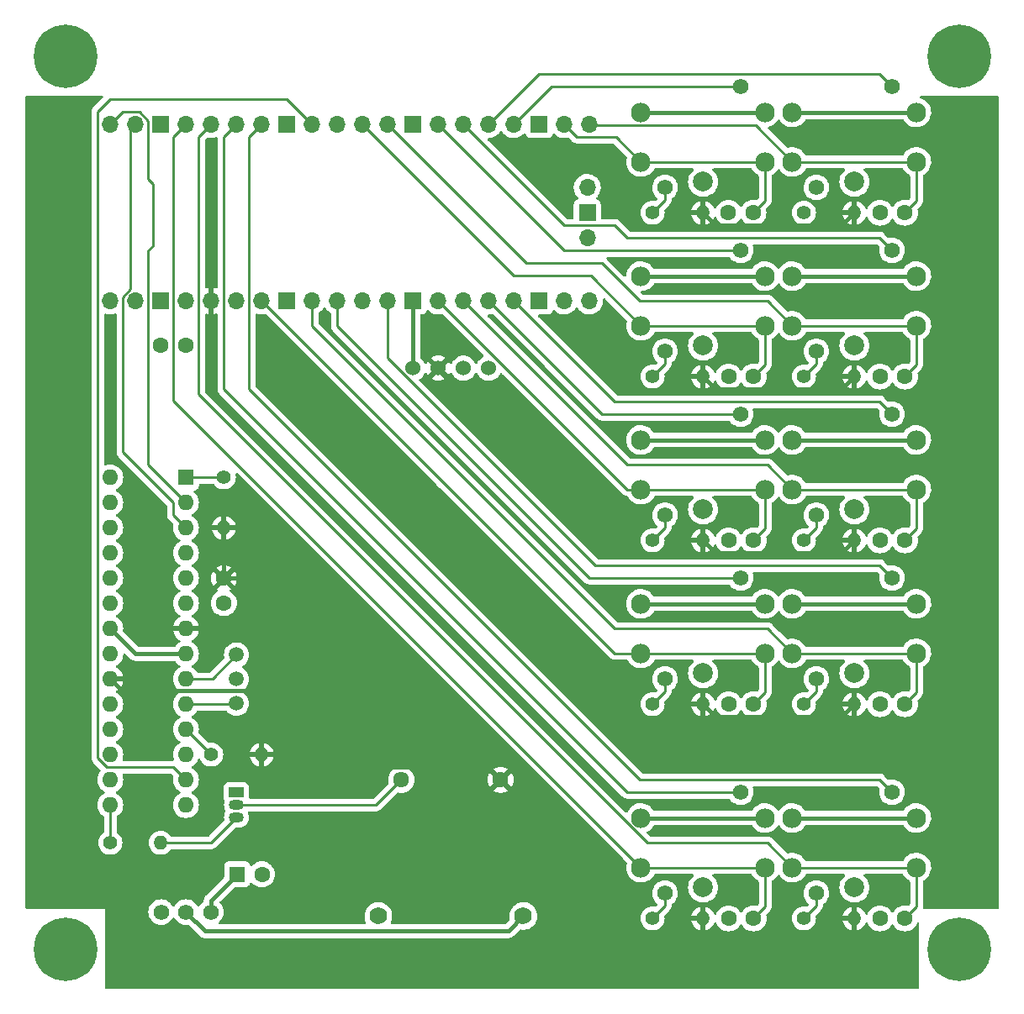
<source format=gtl>
%TF.GenerationSoftware,KiCad,Pcbnew,6.0.2+dfsg-1*%
%TF.CreationDate,2024-01-09T17:30:34+09:00*%
%TF.ProjectId,pico-toy-elevator,7069636f-2d74-46f7-992d-656c65766174,rev?*%
%TF.SameCoordinates,Original*%
%TF.FileFunction,Copper,L1,Top*%
%TF.FilePolarity,Positive*%
%FSLAX46Y46*%
G04 Gerber Fmt 4.6, Leading zero omitted, Abs format (unit mm)*
G04 Created by KiCad (PCBNEW 6.0.2+dfsg-1) date 2024-01-09 17:30:34*
%MOMM*%
%LPD*%
G01*
G04 APERTURE LIST*
%TA.AperFunction,WasherPad*%
%ADD10C,2.000000*%
%TD*%
%TA.AperFunction,ComponentPad*%
%ADD11C,1.962000*%
%TD*%
%TA.AperFunction,ComponentPad*%
%ADD12C,1.562000*%
%TD*%
%TA.AperFunction,ComponentPad*%
%ADD13C,1.600000*%
%TD*%
%TA.AperFunction,ComponentPad*%
%ADD14C,1.400000*%
%TD*%
%TA.AperFunction,ComponentPad*%
%ADD15O,1.400000X1.400000*%
%TD*%
%TA.AperFunction,ComponentPad*%
%ADD16C,6.400000*%
%TD*%
%TA.AperFunction,ComponentPad*%
%ADD17C,1.524000*%
%TD*%
%TA.AperFunction,ComponentPad*%
%ADD18C,1.612000*%
%TD*%
%TA.AperFunction,ComponentPad*%
%ADD19C,1.500000*%
%TD*%
%TA.AperFunction,ComponentPad*%
%ADD20R,1.500000X1.050000*%
%TD*%
%TA.AperFunction,ComponentPad*%
%ADD21O,1.500000X1.050000*%
%TD*%
%TA.AperFunction,ComponentPad*%
%ADD22R,1.600000X1.600000*%
%TD*%
%TA.AperFunction,ComponentPad*%
%ADD23O,1.600000X1.600000*%
%TD*%
%TA.AperFunction,ComponentPad*%
%ADD24C,1.762000*%
%TD*%
%TA.AperFunction,ComponentPad*%
%ADD25O,1.700000X1.700000*%
%TD*%
%TA.AperFunction,ComponentPad*%
%ADD26R,1.700000X1.700000*%
%TD*%
%TA.AperFunction,Conductor*%
%ADD27C,0.400000*%
%TD*%
%TA.AperFunction,Conductor*%
%ADD28C,0.250000*%
%TD*%
G04 APERTURE END LIST*
D10*
%TO.P,SW10,*%
%TO.N,*%
X124460000Y-118800000D03*
D11*
%TO.P,SW10,1,1*%
%TO.N,/BTNB*%
X118210000Y-116800000D03*
%TO.P,SW10,2,2*%
X130710000Y-116800000D03*
%TO.P,SW10,3,3*%
%TO.N,GND*%
X118210000Y-111800000D03*
%TO.P,SW10,4,4*%
X130710000Y-111800000D03*
D12*
%TO.P,SW10,5,A*%
%TO.N,Net-(R10-Pad1)*%
X120640000Y-119380000D03*
%TO.P,SW10,6,K*%
%TO.N,/LEDB*%
X128260000Y-109210000D03*
%TD*%
D10*
%TO.P,SW9,*%
%TO.N,*%
X109220000Y-118800000D03*
D11*
%TO.P,SW9,1,1*%
%TO.N,/BTNA*%
X102970000Y-116800000D03*
%TO.P,SW9,2,2*%
X115470000Y-116800000D03*
%TO.P,SW9,3,3*%
%TO.N,GND*%
X102970000Y-111800000D03*
%TO.P,SW9,4,4*%
X115470000Y-111800000D03*
D12*
%TO.P,SW9,5,A*%
%TO.N,Net-(R9-Pad1)*%
X105400000Y-119380000D03*
%TO.P,SW9,6,K*%
%TO.N,/LEDA*%
X113020000Y-109210000D03*
%TD*%
D10*
%TO.P,SW8,*%
%TO.N,*%
X124460000Y-97210000D03*
D11*
%TO.P,SW8,1,1*%
%TO.N,/BTN8*%
X118210000Y-95210000D03*
%TO.P,SW8,2,2*%
X130710000Y-95210000D03*
%TO.P,SW8,3,3*%
%TO.N,GND*%
X118210000Y-90210000D03*
%TO.P,SW8,4,4*%
X130710000Y-90210000D03*
D12*
%TO.P,SW8,5,A*%
%TO.N,Net-(R8-Pad1)*%
X120640000Y-97790000D03*
%TO.P,SW8,6,K*%
%TO.N,/LED8*%
X128260000Y-87620000D03*
%TD*%
D10*
%TO.P,SW7,*%
%TO.N,*%
X109220000Y-97210000D03*
D11*
%TO.P,SW7,1,1*%
%TO.N,/BTN7*%
X102970000Y-95210000D03*
%TO.P,SW7,2,2*%
X115470000Y-95210000D03*
%TO.P,SW7,3,3*%
%TO.N,GND*%
X102970000Y-90210000D03*
%TO.P,SW7,4,4*%
X115470000Y-90210000D03*
D12*
%TO.P,SW7,5,A*%
%TO.N,Net-(R7-Pad1)*%
X105400000Y-97790000D03*
%TO.P,SW7,6,K*%
%TO.N,/LED7*%
X113020000Y-87620000D03*
%TD*%
D10*
%TO.P,SW6,*%
%TO.N,*%
X124460000Y-80700000D03*
D11*
%TO.P,SW6,1,1*%
%TO.N,/BTN6*%
X118210000Y-78700000D03*
%TO.P,SW6,2,2*%
X130710000Y-78700000D03*
%TO.P,SW6,3,3*%
%TO.N,GND*%
X118210000Y-73700000D03*
%TO.P,SW6,4,4*%
X130710000Y-73700000D03*
D12*
%TO.P,SW6,5,A*%
%TO.N,Net-(R6-Pad1)*%
X120640000Y-81280000D03*
%TO.P,SW6,6,K*%
%TO.N,/LED6*%
X128260000Y-71110000D03*
%TD*%
D10*
%TO.P,SW5,*%
%TO.N,*%
X109220000Y-80700000D03*
D11*
%TO.P,SW5,1,1*%
%TO.N,/BTN5*%
X102970000Y-78700000D03*
%TO.P,SW5,2,2*%
X115470000Y-78700000D03*
%TO.P,SW5,3,3*%
%TO.N,GND*%
X102970000Y-73700000D03*
%TO.P,SW5,4,4*%
X115470000Y-73700000D03*
D12*
%TO.P,SW5,5,A*%
%TO.N,Net-(R5-Pad1)*%
X105400000Y-81280000D03*
%TO.P,SW5,6,K*%
%TO.N,/LED5*%
X113020000Y-71110000D03*
%TD*%
D10*
%TO.P,SW4,*%
%TO.N,*%
X124460000Y-64190000D03*
D11*
%TO.P,SW4,1,1*%
%TO.N,/BTN4*%
X118210000Y-62190000D03*
%TO.P,SW4,2,2*%
X130710000Y-62190000D03*
%TO.P,SW4,3,3*%
%TO.N,GND*%
X118210000Y-57190000D03*
%TO.P,SW4,4,4*%
X130710000Y-57190000D03*
D12*
%TO.P,SW4,5,A*%
%TO.N,Net-(R4-Pad1)*%
X120640000Y-64770000D03*
%TO.P,SW4,6,K*%
%TO.N,/LED4*%
X128260000Y-54600000D03*
%TD*%
D10*
%TO.P,SW3,*%
%TO.N,*%
X109220000Y-64190000D03*
D11*
%TO.P,SW3,1,1*%
%TO.N,/BTN3*%
X102970000Y-62190000D03*
%TO.P,SW3,2,2*%
X115470000Y-62190000D03*
%TO.P,SW3,3,3*%
%TO.N,GND*%
X102970000Y-57190000D03*
%TO.P,SW3,4,4*%
X115470000Y-57190000D03*
D12*
%TO.P,SW3,5,A*%
%TO.N,Net-(R3-Pad1)*%
X105400000Y-64770000D03*
%TO.P,SW3,6,K*%
%TO.N,/LED3*%
X113020000Y-54600000D03*
%TD*%
D10*
%TO.P,SW2,*%
%TO.N,*%
X124460000Y-47680000D03*
D11*
%TO.P,SW2,1,1*%
%TO.N,/BTN2*%
X118210000Y-45680000D03*
%TO.P,SW2,2,2*%
X130710000Y-45680000D03*
%TO.P,SW2,3,3*%
%TO.N,GND*%
X118210000Y-40680000D03*
%TO.P,SW2,4,4*%
X130710000Y-40680000D03*
D12*
%TO.P,SW2,5,A*%
%TO.N,Net-(R2-Pad1)*%
X120640000Y-48260000D03*
%TO.P,SW2,6,K*%
%TO.N,/LED2*%
X128260000Y-38090000D03*
%TD*%
D10*
%TO.P,SW1,*%
%TO.N,*%
X109220000Y-47680000D03*
D11*
%TO.P,SW1,1,1*%
%TO.N,/BTN1*%
X102970000Y-45680000D03*
%TO.P,SW1,2,2*%
X115470000Y-45680000D03*
%TO.P,SW1,3,3*%
%TO.N,GND*%
X102970000Y-40680000D03*
%TO.P,SW1,4,4*%
X115470000Y-40680000D03*
D12*
%TO.P,SW1,5,A*%
%TO.N,Net-(R1-Pad1)*%
X105400000Y-48260000D03*
%TO.P,SW1,6,K*%
%TO.N,/LED1*%
X113020000Y-38090000D03*
%TD*%
D13*
%TO.P,C8,1*%
%TO.N,/BTN8*%
X129540000Y-100330000D03*
%TO.P,C8,2*%
%TO.N,GND*%
X127040000Y-100330000D03*
%TD*%
%TO.P,C3,1*%
%TO.N,/BTN3*%
X114300000Y-67310000D03*
%TO.P,C3,2*%
%TO.N,GND*%
X111800000Y-67310000D03*
%TD*%
D12*
%TO.P,SW11,1,A*%
%TO.N,/VIN*%
X59650000Y-121285000D03*
%TO.P,SW11,2,B*%
%TO.N,Net-(BT1-Pad1)*%
X57150000Y-121285000D03*
%TO.P,SW11,3,C*%
%TO.N,unconnected-(SW11-Pad3)*%
X54650000Y-121285000D03*
%TD*%
D14*
%TO.P,R4,1*%
%TO.N,Net-(R4-Pad1)*%
X119380000Y-67310000D03*
D15*
%TO.P,R4,2*%
%TO.N,+3V3*%
X124460000Y-67310000D03*
%TD*%
D14*
%TO.P,R7,1*%
%TO.N,Net-(R7-Pad1)*%
X104140000Y-100330000D03*
D15*
%TO.P,R7,2*%
%TO.N,+3V3*%
X109220000Y-100330000D03*
%TD*%
D14*
%TO.P,R5,1*%
%TO.N,Net-(R5-Pad1)*%
X104140000Y-83820000D03*
D15*
%TO.P,R5,2*%
%TO.N,+3V3*%
X109220000Y-83820000D03*
%TD*%
D16*
%TO.P,H2,1*%
%TO.N,N/C*%
X135000000Y-35000000D03*
%TD*%
D14*
%TO.P,R2,1*%
%TO.N,Net-(R2-Pad1)*%
X119380000Y-50800000D03*
D15*
%TO.P,R2,2*%
%TO.N,+3V3*%
X124460000Y-50800000D03*
%TD*%
D13*
%TO.P,C6,1*%
%TO.N,/BTN6*%
X129540000Y-83820000D03*
%TO.P,C6,2*%
%TO.N,GND*%
X127040000Y-83820000D03*
%TD*%
D14*
%TO.P,R8,1*%
%TO.N,Net-(R8-Pad1)*%
X119380000Y-100330000D03*
D15*
%TO.P,R8,2*%
%TO.N,+3V3*%
X124460000Y-100330000D03*
%TD*%
D17*
%TO.P,U2,1,GND*%
%TO.N,GND*%
X80010000Y-66470000D03*
%TO.P,U2,2,VCC*%
%TO.N,+3V3*%
X82550000Y-66470000D03*
%TO.P,U2,3,SCL*%
%TO.N,/SCL*%
X85090000Y-66470000D03*
%TO.P,U2,4,SDA*%
%TO.N,/SDA*%
X87630000Y-66470000D03*
%TD*%
D14*
%TO.P,R3,1*%
%TO.N,Net-(R3-Pad1)*%
X104140000Y-67310000D03*
D15*
%TO.P,R3,2*%
%TO.N,+3V3*%
X109220000Y-67310000D03*
%TD*%
D13*
%TO.P,C7,1*%
%TO.N,/BTN7*%
X114300000Y-100330000D03*
%TO.P,C7,2*%
%TO.N,GND*%
X111800000Y-100330000D03*
%TD*%
%TO.P,C9,1*%
%TO.N,/BTNA*%
X114300000Y-121920000D03*
%TO.P,C9,2*%
%TO.N,GND*%
X111800000Y-121920000D03*
%TD*%
D16*
%TO.P,H3,1*%
%TO.N,N/C*%
X45000000Y-125000000D03*
%TD*%
D14*
%TO.P,R10,1*%
%TO.N,Net-(R10-Pad1)*%
X119380000Y-121920000D03*
D15*
%TO.P,R10,2*%
%TO.N,+3V3*%
X124460000Y-121920000D03*
%TD*%
D14*
%TO.P,R1,1*%
%TO.N,Net-(R1-Pad1)*%
X104140000Y-50800000D03*
D15*
%TO.P,R1,2*%
%TO.N,+3V3*%
X109220000Y-50800000D03*
%TD*%
D13*
%TO.P,C5,1*%
%TO.N,/BTN5*%
X114300000Y-83820000D03*
%TO.P,C5,2*%
%TO.N,GND*%
X111800000Y-83820000D03*
%TD*%
%TO.P,C4,1*%
%TO.N,/BTN4*%
X129540000Y-67310000D03*
%TO.P,C4,2*%
%TO.N,GND*%
X127040000Y-67310000D03*
%TD*%
D16*
%TO.P,H4,1*%
%TO.N,N/C*%
X135000000Y-125000000D03*
%TD*%
D14*
%TO.P,R6,1*%
%TO.N,Net-(R6-Pad1)*%
X119380000Y-83820000D03*
D15*
%TO.P,R6,2*%
%TO.N,+3V3*%
X124460000Y-83820000D03*
%TD*%
D13*
%TO.P,C10,1*%
%TO.N,/BTNB*%
X129540000Y-121920000D03*
%TO.P,C10,2*%
%TO.N,GND*%
X127040000Y-121920000D03*
%TD*%
D18*
%TO.P,LS1,1,1*%
%TO.N,+3V3*%
X88820000Y-107950000D03*
%TO.P,LS1,2,2*%
%TO.N,Net-(LS1-Pad2)*%
X78820000Y-107950000D03*
%TD*%
D14*
%TO.P,R9,1*%
%TO.N,Net-(R9-Pad1)*%
X104140000Y-121920000D03*
D15*
%TO.P,R9,2*%
%TO.N,+3V3*%
X109220000Y-121920000D03*
%TD*%
D13*
%TO.P,C1,1*%
%TO.N,/BTN1*%
X114280000Y-50800000D03*
%TO.P,C1,2*%
%TO.N,GND*%
X111780000Y-50800000D03*
%TD*%
D16*
%TO.P,H1,1*%
%TO.N,N/C*%
X45000000Y-35000000D03*
%TD*%
D13*
%TO.P,C2,1*%
%TO.N,/BTN2*%
X129540000Y-50800000D03*
%TO.P,C2,2*%
%TO.N,GND*%
X127040000Y-50800000D03*
%TD*%
D19*
%TO.P,Y1,1,1*%
%TO.N,Net-(U3-Pad10)*%
X62230000Y-100240000D03*
%TO.P,Y1,2,2*%
%TO.N,GND*%
X62230000Y-97800000D03*
%TO.P,Y1,3,3*%
%TO.N,Net-(U3-Pad9)*%
X62230000Y-95360000D03*
%TD*%
D14*
%TO.P,R12,1*%
%TO.N,/AOUT*%
X49530000Y-114300000D03*
D15*
%TO.P,R12,2*%
%TO.N,Net-(Q1-Pad3)*%
X54610000Y-114300000D03*
%TD*%
D14*
%TO.P,R13,1*%
%TO.N,Net-(R13-Pad1)*%
X59690000Y-105410000D03*
D15*
%TO.P,R13,2*%
%TO.N,+3V3*%
X64770000Y-105410000D03*
%TD*%
D20*
%TO.P,Q1,1,E*%
%TO.N,GND*%
X62230000Y-109220000D03*
D21*
%TO.P,Q1,2,C*%
%TO.N,Net-(LS1-Pad2)*%
X62230000Y-110490000D03*
%TO.P,Q1,3,B*%
%TO.N,Net-(Q1-Pad3)*%
X62230000Y-111760000D03*
%TD*%
D13*
%TO.P,C13,1*%
%TO.N,+3V3*%
X60960000Y-87650000D03*
%TO.P,C13,2*%
%TO.N,GND*%
X60960000Y-90150000D03*
%TD*%
D22*
%TO.P,C11,1*%
%TO.N,/VIN*%
X62294888Y-117475000D03*
D13*
%TO.P,C11,2*%
%TO.N,GND*%
X64794888Y-117475000D03*
%TD*%
D22*
%TO.P,U3,1,~{RESET}/PC6*%
%TO.N,Net-(R11-Pad1)*%
X57140000Y-77470000D03*
D23*
%TO.P,U3,2,PD0*%
%TO.N,/TX*%
X57140000Y-80010000D03*
%TO.P,U3,3,PD1*%
%TO.N,/RX*%
X57140000Y-82550000D03*
%TO.P,U3,4,PD2*%
%TO.N,unconnected-(U3-Pad4)*%
X57140000Y-85090000D03*
%TO.P,U3,5,PD3*%
%TO.N,unconnected-(U3-Pad5)*%
X57140000Y-87630000D03*
%TO.P,U3,6,PD4*%
%TO.N,unconnected-(U3-Pad6)*%
X57140000Y-90170000D03*
%TO.P,U3,7,VCC*%
%TO.N,+3V3*%
X57140000Y-92710000D03*
%TO.P,U3,8,GND*%
%TO.N,GND*%
X57140000Y-95250000D03*
%TO.P,U3,9,XTAL1/PB6*%
%TO.N,Net-(U3-Pad9)*%
X57140000Y-97790000D03*
%TO.P,U3,10,XTAL2/PB7*%
%TO.N,Net-(U3-Pad10)*%
X57140000Y-100330000D03*
%TO.P,U3,11,PD5*%
%TO.N,Net-(R13-Pad1)*%
X57140000Y-102870000D03*
%TO.P,U3,12,PD6*%
%TO.N,unconnected-(U3-Pad12)*%
X57140000Y-105410000D03*
%TO.P,U3,13,PD7*%
%TO.N,/nPLAY*%
X57140000Y-107950000D03*
%TO.P,U3,14,PB0*%
%TO.N,unconnected-(U3-Pad14)*%
X57140000Y-110490000D03*
%TO.P,U3,15,PB1*%
%TO.N,/AOUT*%
X49520000Y-110490000D03*
%TO.P,U3,16,PB2*%
%TO.N,unconnected-(U3-Pad16)*%
X49520000Y-107950000D03*
%TO.P,U3,17,PB3*%
%TO.N,unconnected-(U3-Pad17)*%
X49520000Y-105410000D03*
%TO.P,U3,18,PB4*%
%TO.N,unconnected-(U3-Pad18)*%
X49520000Y-102870000D03*
%TO.P,U3,19,PB5*%
%TO.N,unconnected-(U3-Pad19)*%
X49520000Y-100330000D03*
%TO.P,U3,20,AVCC*%
%TO.N,+3V3*%
X49520000Y-97790000D03*
%TO.P,U3,21,AREF*%
%TO.N,unconnected-(U3-Pad21)*%
X49520000Y-95250000D03*
%TO.P,U3,22,GND*%
%TO.N,GND*%
X49520000Y-92710000D03*
%TO.P,U3,23,PC0*%
%TO.N,unconnected-(U3-Pad23)*%
X49520000Y-90170000D03*
%TO.P,U3,24,PC1*%
%TO.N,unconnected-(U3-Pad24)*%
X49520000Y-87630000D03*
%TO.P,U3,25,PC2*%
%TO.N,unconnected-(U3-Pad25)*%
X49520000Y-85090000D03*
%TO.P,U3,26,PC3*%
%TO.N,unconnected-(U3-Pad26)*%
X49520000Y-82550000D03*
%TO.P,U3,27,PC4*%
%TO.N,unconnected-(U3-Pad27)*%
X49520000Y-80010000D03*
%TO.P,U3,28,PC5*%
%TO.N,unconnected-(U3-Pad28)*%
X49520000Y-77470000D03*
%TD*%
D24*
%TO.P,BT1,1,+*%
%TO.N,Net-(BT1-Pad1)*%
X91120000Y-121685000D03*
%TO.P,BT1,2,-*%
%TO.N,GND*%
X76520000Y-121685000D03*
%TD*%
D25*
%TO.P,U1,1,GPIO0*%
%TO.N,/TX*%
X49530000Y-41910000D03*
%TO.P,U1,2,GPIO1*%
%TO.N,/RX*%
X52070000Y-41910000D03*
D26*
%TO.P,U1,3,GND*%
%TO.N,GND*%
X54610000Y-41910000D03*
D25*
%TO.P,U1,4,GPIO2*%
%TO.N,/BTNA*%
X57150000Y-41910000D03*
%TO.P,U1,5,GPIO3*%
%TO.N,/BTNB*%
X59690000Y-41910000D03*
%TO.P,U1,6,GPIO4*%
%TO.N,/LEDA*%
X62230000Y-41910000D03*
%TO.P,U1,7,GPIO5*%
%TO.N,/LEDB*%
X64770000Y-41910000D03*
D26*
%TO.P,U1,8,GND*%
%TO.N,GND*%
X67310000Y-41910000D03*
D25*
%TO.P,U1,9,GPIO6*%
%TO.N,/nPLAY*%
X69850000Y-41910000D03*
%TO.P,U1,10,GPIO7*%
%TO.N,unconnected-(U1-Pad10)*%
X72390000Y-41910000D03*
%TO.P,U1,11,GPIO8*%
%TO.N,/BTN3*%
X74930000Y-41910000D03*
%TO.P,U1,12,GPIO9*%
%TO.N,/BTN4*%
X77470000Y-41910000D03*
D26*
%TO.P,U1,13,GND*%
%TO.N,GND*%
X80010000Y-41910000D03*
D25*
%TO.P,U1,14,GPIO10*%
%TO.N,/LED3*%
X82550000Y-41910000D03*
%TO.P,U1,15,GPIO11*%
%TO.N,/LED4*%
X85090000Y-41910000D03*
%TO.P,U1,16,GPIO12*%
%TO.N,/LED2*%
X87630000Y-41910000D03*
%TO.P,U1,17,GPIO13*%
%TO.N,/LED1*%
X90170000Y-41910000D03*
D26*
%TO.P,U1,18,GND*%
%TO.N,GND*%
X92710000Y-41910000D03*
D25*
%TO.P,U1,19,GPIO14*%
%TO.N,/BTN1*%
X95250000Y-41910000D03*
%TO.P,U1,20,GPIO15*%
%TO.N,/BTN2*%
X97790000Y-41910000D03*
%TO.P,U1,21,GPIO16*%
%TO.N,/SDA*%
X97790000Y-59690000D03*
%TO.P,U1,22,GPIO17*%
%TO.N,/SCL*%
X95250000Y-59690000D03*
D26*
%TO.P,U1,23,GND*%
%TO.N,GND*%
X92710000Y-59690000D03*
D25*
%TO.P,U1,24,GPIO18*%
%TO.N,/LED6*%
X90170000Y-59690000D03*
%TO.P,U1,25,GPIO19*%
%TO.N,/LED5*%
X87630000Y-59690000D03*
%TO.P,U1,26,GPIO20*%
%TO.N,/BTN6*%
X85090000Y-59690000D03*
%TO.P,U1,27,GPIO21*%
%TO.N,/BTN5*%
X82550000Y-59690000D03*
D26*
%TO.P,U1,28,GND*%
%TO.N,GND*%
X80010000Y-59690000D03*
D25*
%TO.P,U1,29,GPIO22*%
%TO.N,/LED8*%
X77470000Y-59690000D03*
%TO.P,U1,30,RUN*%
%TO.N,unconnected-(U1-Pad30)*%
X74930000Y-59690000D03*
%TO.P,U1,31,GPIO26_ADC0*%
%TO.N,/LED7*%
X72390000Y-59690000D03*
%TO.P,U1,32,GPIO27_ADC1*%
%TO.N,/BTN8*%
X69850000Y-59690000D03*
D26*
%TO.P,U1,33,AGND*%
%TO.N,GND*%
X67310000Y-59690000D03*
D25*
%TO.P,U1,34,GPIO28_ADC2*%
%TO.N,/BTN7*%
X64770000Y-59690000D03*
%TO.P,U1,35,ADC_VREF*%
%TO.N,unconnected-(U1-Pad35)*%
X62230000Y-59690000D03*
%TO.P,U1,36,3V3*%
%TO.N,+3V3*%
X59690000Y-59690000D03*
%TO.P,U1,37,3V3_EN*%
%TO.N,unconnected-(U1-Pad37)*%
X57150000Y-59690000D03*
D26*
%TO.P,U1,38,GND*%
%TO.N,GND*%
X54610000Y-59690000D03*
D25*
%TO.P,U1,39,VSYS*%
%TO.N,/VIN*%
X52070000Y-59690000D03*
%TO.P,U1,40,VBUS*%
%TO.N,unconnected-(U1-Pad40)*%
X49530000Y-59690000D03*
%TO.P,U1,41,SWCLK*%
%TO.N,unconnected-(U1-Pad41)*%
X97560000Y-48260000D03*
D26*
%TO.P,U1,42,GND*%
%TO.N,unconnected-(U1-Pad42)*%
X97560000Y-50800000D03*
D25*
%TO.P,U1,43,SWDIO*%
%TO.N,unconnected-(U1-Pad43)*%
X97560000Y-53340000D03*
%TD*%
D14*
%TO.P,R11,1*%
%TO.N,Net-(R11-Pad1)*%
X60960000Y-77470000D03*
D15*
%TO.P,R11,2*%
%TO.N,+3V3*%
X60960000Y-82550000D03*
%TD*%
D13*
%TO.P,C12,1*%
%TO.N,+3V3*%
X57130000Y-64135000D03*
%TO.P,C12,2*%
%TO.N,GND*%
X54630000Y-64135000D03*
%TD*%
D27*
%TO.N,Net-(BT1-Pad1)*%
X57150000Y-121285000D02*
X59055000Y-123190000D01*
X89615000Y-123190000D02*
X91120000Y-121685000D01*
X59055000Y-123190000D02*
X89615000Y-123190000D01*
%TO.N,GND*%
X118210000Y-57190000D02*
X130710000Y-57190000D01*
X102970000Y-90210000D02*
X115470000Y-90210000D01*
X118210000Y-90210000D02*
X130710000Y-90210000D01*
X102970000Y-73700000D02*
X115470000Y-73700000D01*
X102970000Y-57190000D02*
X115470000Y-57190000D01*
X118210000Y-111800000D02*
X130710000Y-111800000D01*
X102970000Y-40680000D02*
X115470000Y-40680000D01*
X52060000Y-95250000D02*
X57140000Y-95250000D01*
X49520000Y-92710000D02*
X52060000Y-95250000D01*
X102970000Y-111800000D02*
X115470000Y-111800000D01*
X118210000Y-40680000D02*
X130710000Y-40680000D01*
X130710000Y-73700000D02*
X118210000Y-73700000D01*
X80010000Y-59690000D02*
X80010000Y-66470000D01*
D28*
%TO.N,/BTN1*%
X115470000Y-45680000D02*
X115470000Y-49610000D01*
X100470000Y-43180000D02*
X102970000Y-45680000D01*
X96520000Y-43180000D02*
X100470000Y-43180000D01*
X102970000Y-45680000D02*
X115470000Y-45680000D01*
X115470000Y-49610000D02*
X114280000Y-50800000D01*
X95250000Y-41910000D02*
X96520000Y-43180000D01*
%TO.N,/BTN2*%
X97790000Y-41910000D02*
X97865511Y-41985511D01*
X130710000Y-45680000D02*
X130710000Y-49630000D01*
X130710000Y-49630000D02*
X129540000Y-50800000D01*
X118210000Y-45680000D02*
X130710000Y-45680000D01*
X114515511Y-41985511D02*
X118210000Y-45680000D01*
X97865511Y-41985511D02*
X114515511Y-41985511D01*
%TO.N,/BTN3*%
X102970000Y-62190000D02*
X115470000Y-62190000D01*
X74930000Y-41910000D02*
X90170000Y-57150000D01*
X115470000Y-66140000D02*
X114300000Y-67310000D01*
X115470000Y-62190000D02*
X115470000Y-66140000D01*
X97930000Y-57150000D02*
X102970000Y-62190000D01*
X90170000Y-57150000D02*
X97930000Y-57150000D01*
%TO.N,/BTN4*%
X99060000Y-55880000D02*
X91440000Y-55880000D01*
X118210000Y-62190000D02*
X115710000Y-59690000D01*
X130710000Y-66140000D02*
X129540000Y-67310000D01*
X118210000Y-62190000D02*
X130710000Y-62190000D01*
X130710000Y-62190000D02*
X130710000Y-66140000D01*
X102870000Y-59690000D02*
X99060000Y-55880000D01*
X115710000Y-59690000D02*
X102870000Y-59690000D01*
X91440000Y-55880000D02*
X77470000Y-41910000D01*
%TO.N,/BTN5*%
X102970000Y-78700000D02*
X115470000Y-78700000D01*
X101560000Y-78700000D02*
X102970000Y-78700000D01*
X115470000Y-78700000D02*
X115470000Y-82650000D01*
X82550000Y-59690000D02*
X101560000Y-78700000D01*
X115470000Y-82650000D02*
X114300000Y-83820000D01*
%TO.N,/BTN6*%
X115710000Y-76200000D02*
X115570000Y-76200000D01*
X115570000Y-76200000D02*
X101600000Y-76200000D01*
X130710000Y-82650000D02*
X129540000Y-83820000D01*
X118210000Y-78700000D02*
X115710000Y-76200000D01*
X85090000Y-59690000D02*
X101600000Y-76200000D01*
X130710000Y-78700000D02*
X130710000Y-82650000D01*
X118210000Y-78700000D02*
X130710000Y-78700000D01*
%TO.N,/BTN7*%
X100290000Y-95210000D02*
X102970000Y-95210000D01*
X64770000Y-59690000D02*
X100290000Y-95210000D01*
X115470000Y-95210000D02*
X115470000Y-99160000D01*
X102970000Y-95210000D02*
X115470000Y-95210000D01*
X115470000Y-99160000D02*
X114300000Y-100330000D01*
%TO.N,/BTN8*%
X69850000Y-62230000D02*
X100330000Y-92710000D01*
X100330000Y-92710000D02*
X115710000Y-92710000D01*
X115710000Y-92710000D02*
X118210000Y-95210000D01*
X130710000Y-99160000D02*
X129540000Y-100330000D01*
X130710000Y-95210000D02*
X130710000Y-99160000D01*
X69850000Y-59690000D02*
X69850000Y-62230000D01*
X118210000Y-95210000D02*
X130710000Y-95210000D01*
%TO.N,/BTNA*%
X102970000Y-116800000D02*
X115470000Y-116800000D01*
X115470000Y-116800000D02*
X115470000Y-120750000D01*
X55880000Y-69710000D02*
X102970000Y-116800000D01*
X57150000Y-41910000D02*
X55880000Y-43180000D01*
X115470000Y-120750000D02*
X114300000Y-121920000D01*
X55880000Y-43180000D02*
X55880000Y-69710000D01*
%TO.N,/BTNB*%
X130710000Y-116800000D02*
X130710000Y-120750000D01*
X103623728Y-114300000D02*
X115710000Y-114300000D01*
X58420000Y-43180000D02*
X58420000Y-69096272D01*
X118210000Y-116800000D02*
X130710000Y-116800000D01*
X59690000Y-41910000D02*
X58420000Y-43180000D01*
X58420000Y-69096272D02*
X103623728Y-114300000D01*
X130710000Y-120750000D02*
X129540000Y-121920000D01*
X115710000Y-114300000D02*
X118210000Y-116800000D01*
D27*
%TO.N,/VIN*%
X59650000Y-120119888D02*
X59650000Y-121285000D01*
X62294888Y-117475000D02*
X59650000Y-120119888D01*
%TO.N,+3V3*%
X66040000Y-88900000D02*
X66040000Y-97790000D01*
X123190000Y-101600000D02*
X124460000Y-100330000D01*
X110490000Y-85090000D02*
X123190000Y-85090000D01*
X49520000Y-97790000D02*
X50719511Y-98989511D01*
X50719511Y-98989511D02*
X64840489Y-98989511D01*
X87550000Y-106680000D02*
X88820000Y-107950000D01*
X66040000Y-97790000D02*
X74930000Y-106680000D01*
X109220000Y-83820000D02*
X110490000Y-85090000D01*
X64770000Y-105410000D02*
X64770000Y-99060000D01*
X123190000Y-52070000D02*
X124460000Y-50800000D01*
X110490000Y-52070000D02*
X123190000Y-52070000D01*
X64790000Y-87650000D02*
X66040000Y-88900000D01*
X110490000Y-101600000D02*
X123190000Y-101600000D01*
X60960000Y-87650000D02*
X64790000Y-87650000D01*
X110490000Y-68580000D02*
X123190000Y-68580000D01*
X123190000Y-68580000D02*
X124460000Y-67310000D01*
X57140000Y-92710000D02*
X60960000Y-92710000D01*
X74930000Y-106680000D02*
X87550000Y-106680000D01*
X60960000Y-82550000D02*
X60960000Y-87650000D01*
X123190000Y-85090000D02*
X124460000Y-83820000D01*
X109220000Y-50800000D02*
X110490000Y-52070000D01*
X64840489Y-98989511D02*
X66040000Y-97790000D01*
X60960000Y-92710000D02*
X66040000Y-92710000D01*
X109220000Y-67310000D02*
X110490000Y-68580000D01*
X109220000Y-100330000D02*
X110490000Y-101600000D01*
D28*
%TO.N,Net-(LS1-Pad2)*%
X62230000Y-110490000D02*
X76280000Y-110490000D01*
X76280000Y-110490000D02*
X78820000Y-107950000D01*
%TO.N,Net-(Q1-Pad3)*%
X59690000Y-114300000D02*
X62230000Y-111760000D01*
X54610000Y-114300000D02*
X59690000Y-114300000D01*
%TO.N,Net-(R1-Pad1)*%
X105400000Y-48260000D02*
X105400000Y-49540000D01*
X105400000Y-49540000D02*
X104140000Y-50800000D01*
%TO.N,Net-(R3-Pad1)*%
X105400000Y-66050000D02*
X104140000Y-67310000D01*
X105400000Y-64770000D02*
X105400000Y-66050000D01*
%TO.N,Net-(R4-Pad1)*%
X120640000Y-64770000D02*
X120640000Y-66050000D01*
X120640000Y-66050000D02*
X119380000Y-67310000D01*
%TO.N,Net-(R5-Pad1)*%
X105400000Y-82560000D02*
X104140000Y-83820000D01*
X105400000Y-81280000D02*
X105400000Y-82560000D01*
%TO.N,Net-(R6-Pad1)*%
X120640000Y-81280000D02*
X120640000Y-82560000D01*
X120640000Y-82560000D02*
X119380000Y-83820000D01*
%TO.N,Net-(R7-Pad1)*%
X105400000Y-99070000D02*
X104140000Y-100330000D01*
X105400000Y-97790000D02*
X105400000Y-99070000D01*
%TO.N,Net-(R8-Pad1)*%
X120640000Y-97790000D02*
X120640000Y-99070000D01*
X120640000Y-99070000D02*
X119380000Y-100330000D01*
%TO.N,Net-(R9-Pad1)*%
X105400000Y-120660000D02*
X104140000Y-121920000D01*
X105400000Y-119380000D02*
X105400000Y-120660000D01*
%TO.N,Net-(R10-Pad1)*%
X120640000Y-119380000D02*
X120640000Y-120660000D01*
X120640000Y-120660000D02*
X119380000Y-121920000D01*
%TO.N,Net-(R11-Pad1)*%
X57140000Y-77470000D02*
X60960000Y-77470000D01*
%TO.N,/AOUT*%
X49520000Y-110490000D02*
X49520000Y-114290000D01*
X49520000Y-114290000D02*
X49530000Y-114300000D01*
%TO.N,Net-(R13-Pad1)*%
X59690000Y-105410000D02*
X57150000Y-102870000D01*
X57150000Y-102870000D02*
X57140000Y-102870000D01*
%TO.N,/LED1*%
X90170000Y-41910000D02*
X93990000Y-38090000D01*
X93990000Y-38090000D02*
X113020000Y-38090000D01*
%TO.N,/LED2*%
X92710000Y-36830000D02*
X127000000Y-36830000D01*
X127000000Y-36830000D02*
X128260000Y-38090000D01*
X87630000Y-41910000D02*
X92710000Y-36830000D01*
%TO.N,/LED3*%
X95240000Y-54600000D02*
X113020000Y-54600000D01*
X82550000Y-41910000D02*
X95240000Y-54600000D01*
%TO.N,/LED4*%
X101600000Y-53340000D02*
X127000000Y-53340000D01*
X127000000Y-53340000D02*
X128260000Y-54600000D01*
X100330000Y-52070000D02*
X101600000Y-53340000D01*
X95250000Y-52070000D02*
X100330000Y-52070000D01*
X85090000Y-41910000D02*
X95250000Y-52070000D01*
%TO.N,/LED5*%
X87630000Y-59690000D02*
X99050000Y-71110000D01*
X99050000Y-71110000D02*
X113020000Y-71110000D01*
%TO.N,/LED6*%
X90170000Y-59690000D02*
X100330000Y-69850000D01*
X127000000Y-69850000D02*
X128260000Y-71110000D01*
X100330000Y-69850000D02*
X127000000Y-69850000D01*
%TO.N,/LED7*%
X81280000Y-71120000D02*
X97790000Y-87630000D01*
X72390000Y-62230000D02*
X81280000Y-71120000D01*
X97790000Y-87630000D02*
X99060000Y-87630000D01*
X72390000Y-61022278D02*
X72390000Y-62230000D01*
X72390000Y-59690000D02*
X72390000Y-61022278D01*
X98987722Y-87620000D02*
X113020000Y-87620000D01*
%TO.N,/LED8*%
X127000000Y-86360000D02*
X128260000Y-87620000D01*
X98363440Y-86360000D02*
X127000000Y-86360000D01*
X77470000Y-59690000D02*
X77470000Y-65466560D01*
X77470000Y-65466560D02*
X98363440Y-86360000D01*
%TO.N,/LEDA*%
X101590000Y-109210000D02*
X113020000Y-109210000D01*
X60960000Y-68580000D02*
X101590000Y-109210000D01*
X62230000Y-41910000D02*
X60960000Y-43180000D01*
X60960000Y-43180000D02*
X60960000Y-68580000D01*
%TO.N,/LEDB*%
X64770000Y-41910000D02*
X63500000Y-43180000D01*
X127000000Y-107950000D02*
X128260000Y-109210000D01*
X63500000Y-43180000D02*
X63500000Y-68580000D01*
X63500000Y-68580000D02*
X102870000Y-107950000D01*
X102870000Y-107950000D02*
X127000000Y-107950000D01*
%TO.N,/TX*%
X53340000Y-76210000D02*
X57140000Y-80010000D01*
X52461010Y-40640000D02*
X53340000Y-41518990D01*
X53340000Y-41518990D02*
X53340000Y-47434686D01*
X49530000Y-41910000D02*
X50800000Y-40640000D01*
X53814521Y-54135479D02*
X53340000Y-54610000D01*
X53814521Y-47909207D02*
X53814521Y-54135479D01*
X53340000Y-54610000D02*
X53340000Y-76210000D01*
X50800000Y-40640000D02*
X52461010Y-40640000D01*
X53340000Y-47434686D02*
X53814521Y-47909207D01*
%TO.N,/RX*%
X55880000Y-80010000D02*
X50800000Y-74930000D01*
X51565479Y-42414521D02*
X51565479Y-58533511D01*
X51565479Y-58533511D02*
X50800000Y-59298990D01*
X55880000Y-81290000D02*
X55880000Y-80010000D01*
X50800000Y-59298990D02*
X50800000Y-74930000D01*
X57140000Y-82550000D02*
X55880000Y-81290000D01*
X52070000Y-41910000D02*
X51565479Y-42414521D01*
%TO.N,/nPLAY*%
X48260000Y-105740300D02*
X48260000Y-100330000D01*
X57140000Y-107950000D02*
X55880000Y-106690000D01*
X55880000Y-106690000D02*
X55880000Y-106680000D01*
X49530000Y-39370000D02*
X67310000Y-39370000D01*
X49199700Y-106680000D02*
X48260000Y-105740300D01*
X55880000Y-106680000D02*
X49530000Y-106680000D01*
X48260000Y-40640000D02*
X49530000Y-39370000D01*
X48260000Y-100660300D02*
X48260000Y-40640000D01*
X49530000Y-106680000D02*
X49199700Y-106680000D01*
X67310000Y-39370000D02*
X69850000Y-41910000D01*
%TO.N,Net-(U3-Pad9)*%
X59800000Y-97790000D02*
X62230000Y-95360000D01*
X57140000Y-97790000D02*
X59800000Y-97790000D01*
%TO.N,Net-(U3-Pad10)*%
X62140000Y-100330000D02*
X62230000Y-100240000D01*
X57140000Y-100330000D02*
X62140000Y-100330000D01*
%TD*%
%TA.AperFunction,Conductor*%
%TO.N,+3V3*%
G36*
X48768026Y-39020002D02*
G01*
X48814519Y-39073658D01*
X48824623Y-39143932D01*
X48795129Y-39208512D01*
X48789000Y-39215095D01*
X47867747Y-40136348D01*
X47859461Y-40143888D01*
X47852982Y-40148000D01*
X47847557Y-40153777D01*
X47806357Y-40197651D01*
X47803602Y-40200493D01*
X47783865Y-40220230D01*
X47781385Y-40223427D01*
X47773682Y-40232447D01*
X47743414Y-40264679D01*
X47739595Y-40271625D01*
X47739593Y-40271628D01*
X47733652Y-40282434D01*
X47722801Y-40298953D01*
X47710386Y-40314959D01*
X47707241Y-40322228D01*
X47707238Y-40322232D01*
X47692826Y-40355537D01*
X47687609Y-40366187D01*
X47666305Y-40404940D01*
X47664334Y-40412615D01*
X47664334Y-40412616D01*
X47661267Y-40424562D01*
X47654863Y-40443266D01*
X47646819Y-40461855D01*
X47645580Y-40469678D01*
X47645577Y-40469688D01*
X47639901Y-40505524D01*
X47637495Y-40517144D01*
X47626500Y-40559970D01*
X47626500Y-40580224D01*
X47624949Y-40599934D01*
X47621780Y-40619943D01*
X47622526Y-40627835D01*
X47625941Y-40663961D01*
X47626500Y-40675819D01*
X47626500Y-105661533D01*
X47625973Y-105672716D01*
X47624298Y-105680209D01*
X47624547Y-105688135D01*
X47624547Y-105688136D01*
X47626438Y-105748286D01*
X47626500Y-105752245D01*
X47626500Y-105780156D01*
X47626997Y-105784090D01*
X47626997Y-105784091D01*
X47627005Y-105784156D01*
X47627938Y-105795993D01*
X47629327Y-105840189D01*
X47633320Y-105853933D01*
X47634978Y-105859639D01*
X47638987Y-105879000D01*
X47641526Y-105899097D01*
X47644445Y-105906468D01*
X47644445Y-105906470D01*
X47657804Y-105940212D01*
X47661649Y-105951442D01*
X47673982Y-105993893D01*
X47678015Y-106000712D01*
X47678017Y-106000717D01*
X47684293Y-106011328D01*
X47692988Y-106029076D01*
X47700448Y-106047917D01*
X47705110Y-106054333D01*
X47705110Y-106054334D01*
X47726436Y-106083687D01*
X47732952Y-106093607D01*
X47755458Y-106131662D01*
X47769779Y-106145983D01*
X47782619Y-106161016D01*
X47794528Y-106177407D01*
X47809480Y-106189776D01*
X47828605Y-106205598D01*
X47837384Y-106213588D01*
X48532554Y-106908758D01*
X48566580Y-106971070D01*
X48561515Y-107041885D01*
X48532554Y-107086948D01*
X48513802Y-107105700D01*
X48382477Y-107293251D01*
X48380154Y-107298233D01*
X48380151Y-107298238D01*
X48288393Y-107495016D01*
X48285716Y-107500757D01*
X48284294Y-107506065D01*
X48284293Y-107506067D01*
X48228138Y-107715640D01*
X48226457Y-107721913D01*
X48206502Y-107950000D01*
X48226457Y-108178087D01*
X48227881Y-108183400D01*
X48227881Y-108183402D01*
X48281222Y-108382470D01*
X48285716Y-108399243D01*
X48288039Y-108404224D01*
X48288039Y-108404225D01*
X48380151Y-108601762D01*
X48380154Y-108601767D01*
X48382477Y-108606749D01*
X48513802Y-108794300D01*
X48675700Y-108956198D01*
X48680208Y-108959355D01*
X48680211Y-108959357D01*
X48724981Y-108990705D01*
X48863251Y-109087523D01*
X48868233Y-109089846D01*
X48868238Y-109089849D01*
X48902457Y-109105805D01*
X48955742Y-109152722D01*
X48975203Y-109220999D01*
X48954661Y-109288959D01*
X48902457Y-109334195D01*
X48868238Y-109350151D01*
X48868233Y-109350154D01*
X48863251Y-109352477D01*
X48758389Y-109425902D01*
X48680211Y-109480643D01*
X48680208Y-109480645D01*
X48675700Y-109483802D01*
X48513802Y-109645700D01*
X48510645Y-109650208D01*
X48510643Y-109650211D01*
X48505398Y-109657702D01*
X48382477Y-109833251D01*
X48380154Y-109838233D01*
X48380151Y-109838238D01*
X48288039Y-110035775D01*
X48285716Y-110040757D01*
X48226457Y-110261913D01*
X48206502Y-110490000D01*
X48226457Y-110718087D01*
X48227881Y-110723400D01*
X48227881Y-110723402D01*
X48280934Y-110921395D01*
X48285716Y-110939243D01*
X48288039Y-110944224D01*
X48288039Y-110944225D01*
X48380151Y-111141762D01*
X48380154Y-111141767D01*
X48382477Y-111146749D01*
X48455902Y-111251611D01*
X48502627Y-111318340D01*
X48513802Y-111334300D01*
X48675700Y-111496198D01*
X48680208Y-111499355D01*
X48680211Y-111499357D01*
X48832771Y-111606181D01*
X48877099Y-111661638D01*
X48886500Y-111709394D01*
X48886500Y-113209687D01*
X48866498Y-113277808D01*
X48832770Y-113312900D01*
X48750224Y-113370699D01*
X48600699Y-113520224D01*
X48479411Y-113693442D01*
X48477090Y-113698420D01*
X48477088Y-113698423D01*
X48392367Y-113880108D01*
X48390044Y-113885090D01*
X48335314Y-114089345D01*
X48316884Y-114300000D01*
X48335314Y-114510655D01*
X48336738Y-114515968D01*
X48336738Y-114515970D01*
X48385646Y-114698495D01*
X48390044Y-114714910D01*
X48392366Y-114719891D01*
X48392367Y-114719892D01*
X48476358Y-114900010D01*
X48479411Y-114906558D01*
X48600699Y-115079776D01*
X48750224Y-115229301D01*
X48923442Y-115350589D01*
X48928420Y-115352910D01*
X48928423Y-115352912D01*
X49104494Y-115435015D01*
X49115090Y-115439956D01*
X49120398Y-115441378D01*
X49120400Y-115441379D01*
X49314030Y-115493262D01*
X49314032Y-115493262D01*
X49319345Y-115494686D01*
X49530000Y-115513116D01*
X49740655Y-115494686D01*
X49745968Y-115493262D01*
X49745970Y-115493262D01*
X49939600Y-115441379D01*
X49939602Y-115441378D01*
X49944910Y-115439956D01*
X49955506Y-115435015D01*
X50131577Y-115352912D01*
X50131580Y-115352910D01*
X50136558Y-115350589D01*
X50309776Y-115229301D01*
X50459301Y-115079776D01*
X50580589Y-114906558D01*
X50583643Y-114900010D01*
X50667633Y-114719892D01*
X50667634Y-114719891D01*
X50669956Y-114714910D01*
X50674355Y-114698495D01*
X50723262Y-114515970D01*
X50723262Y-114515968D01*
X50724686Y-114510655D01*
X50743116Y-114300000D01*
X53396884Y-114300000D01*
X53415314Y-114510655D01*
X53416738Y-114515968D01*
X53416738Y-114515970D01*
X53465646Y-114698495D01*
X53470044Y-114714910D01*
X53472366Y-114719891D01*
X53472367Y-114719892D01*
X53556358Y-114900010D01*
X53559411Y-114906558D01*
X53680699Y-115079776D01*
X53830224Y-115229301D01*
X54003442Y-115350589D01*
X54008420Y-115352910D01*
X54008423Y-115352912D01*
X54184494Y-115435015D01*
X54195090Y-115439956D01*
X54200398Y-115441378D01*
X54200400Y-115441379D01*
X54394030Y-115493262D01*
X54394032Y-115493262D01*
X54399345Y-115494686D01*
X54610000Y-115513116D01*
X54820655Y-115494686D01*
X54825968Y-115493262D01*
X54825970Y-115493262D01*
X55019600Y-115441379D01*
X55019602Y-115441378D01*
X55024910Y-115439956D01*
X55035506Y-115435015D01*
X55211577Y-115352912D01*
X55211580Y-115352910D01*
X55216558Y-115350589D01*
X55389776Y-115229301D01*
X55539301Y-115079776D01*
X55604102Y-114987230D01*
X55659559Y-114942901D01*
X55707315Y-114933500D01*
X59611233Y-114933500D01*
X59622416Y-114934027D01*
X59629909Y-114935702D01*
X59637835Y-114935453D01*
X59637836Y-114935453D01*
X59697986Y-114933562D01*
X59701945Y-114933500D01*
X59729856Y-114933500D01*
X59733791Y-114933003D01*
X59733856Y-114932995D01*
X59745693Y-114932062D01*
X59777951Y-114931048D01*
X59781970Y-114930922D01*
X59789889Y-114930673D01*
X59809343Y-114925021D01*
X59828700Y-114921013D01*
X59840930Y-114919468D01*
X59840931Y-114919468D01*
X59848797Y-114918474D01*
X59856168Y-114915555D01*
X59856170Y-114915555D01*
X59889912Y-114902196D01*
X59901142Y-114898351D01*
X59935983Y-114888229D01*
X59935984Y-114888229D01*
X59943593Y-114886018D01*
X59950412Y-114881985D01*
X59950417Y-114881983D01*
X59961028Y-114875707D01*
X59978776Y-114867012D01*
X59997617Y-114859552D01*
X60017987Y-114844753D01*
X60033387Y-114833564D01*
X60043307Y-114827048D01*
X60074535Y-114808580D01*
X60074538Y-114808578D01*
X60081362Y-114804542D01*
X60095683Y-114790221D01*
X60110717Y-114777380D01*
X60112432Y-114776134D01*
X60127107Y-114765472D01*
X60155298Y-114731395D01*
X60163288Y-114722616D01*
X62055499Y-112830405D01*
X62117811Y-112796379D01*
X62144594Y-112793500D01*
X62506004Y-112793500D01*
X62656713Y-112778723D01*
X62850742Y-112720142D01*
X63029698Y-112624990D01*
X63186763Y-112496890D01*
X63205795Y-112473884D01*
X63312027Y-112345472D01*
X63312029Y-112345469D01*
X63315956Y-112340722D01*
X63412356Y-112162435D01*
X63472290Y-111968820D01*
X63474431Y-111948455D01*
X63492832Y-111773378D01*
X63492832Y-111773377D01*
X63493476Y-111767250D01*
X63480971Y-111629849D01*
X63475665Y-111571543D01*
X63475664Y-111571540D01*
X63475106Y-111565404D01*
X63472307Y-111555892D01*
X63419620Y-111376880D01*
X63417881Y-111370971D01*
X63415025Y-111365507D01*
X63384896Y-111307874D01*
X63371062Y-111238238D01*
X63397073Y-111172178D01*
X63454669Y-111130667D01*
X63496558Y-111123500D01*
X76201233Y-111123500D01*
X76212416Y-111124027D01*
X76219909Y-111125702D01*
X76227835Y-111125453D01*
X76227836Y-111125453D01*
X76287986Y-111123562D01*
X76291945Y-111123500D01*
X76319856Y-111123500D01*
X76323791Y-111123003D01*
X76323856Y-111122995D01*
X76335693Y-111122062D01*
X76367951Y-111121048D01*
X76371970Y-111120922D01*
X76379889Y-111120673D01*
X76399343Y-111115021D01*
X76418700Y-111111013D01*
X76430930Y-111109468D01*
X76430931Y-111109468D01*
X76438797Y-111108474D01*
X76446168Y-111105555D01*
X76446170Y-111105555D01*
X76479912Y-111092196D01*
X76491142Y-111088351D01*
X76525983Y-111078229D01*
X76525984Y-111078229D01*
X76533593Y-111076018D01*
X76540412Y-111071985D01*
X76540417Y-111071983D01*
X76551028Y-111065707D01*
X76568776Y-111057012D01*
X76587617Y-111049552D01*
X76623387Y-111023564D01*
X76633307Y-111017048D01*
X76664535Y-110998580D01*
X76664538Y-110998578D01*
X76671362Y-110994542D01*
X76685683Y-110980221D01*
X76700717Y-110967380D01*
X76710694Y-110960131D01*
X76717107Y-110955472D01*
X76745298Y-110921395D01*
X76753288Y-110912616D01*
X78401853Y-109264051D01*
X78464165Y-109230025D01*
X78523558Y-109231439D01*
X78590868Y-109249475D01*
X78820000Y-109269521D01*
X79049132Y-109249475D01*
X79197687Y-109209670D01*
X79265993Y-109191367D01*
X79265995Y-109191366D01*
X79271303Y-109189944D01*
X79283441Y-109184284D01*
X79474774Y-109095065D01*
X79474779Y-109095062D01*
X79479761Y-109092739D01*
X79484891Y-109089147D01*
X79554552Y-109040370D01*
X88094184Y-109040370D01*
X88103478Y-109052384D01*
X88155981Y-109089147D01*
X88165477Y-109094630D01*
X88363887Y-109187149D01*
X88374179Y-109190895D01*
X88585640Y-109247556D01*
X88596435Y-109249459D01*
X88814525Y-109268540D01*
X88825475Y-109268540D01*
X89043565Y-109249459D01*
X89054360Y-109247556D01*
X89265821Y-109190895D01*
X89276113Y-109187149D01*
X89474523Y-109094630D01*
X89484019Y-109089147D01*
X89537357Y-109051799D01*
X89545732Y-109041321D01*
X89538666Y-109027877D01*
X88832811Y-108322021D01*
X88818868Y-108314408D01*
X88817034Y-108314539D01*
X88810420Y-108318790D01*
X88100611Y-109028600D01*
X88094184Y-109040370D01*
X79554552Y-109040370D01*
X79663661Y-108963971D01*
X79663664Y-108963969D01*
X79668172Y-108960812D01*
X79830812Y-108798172D01*
X79962739Y-108609760D01*
X79972473Y-108588887D01*
X80057621Y-108406285D01*
X80057622Y-108406284D01*
X80059944Y-108401303D01*
X80119475Y-108179132D01*
X80139042Y-107955475D01*
X87501460Y-107955475D01*
X87520541Y-108173565D01*
X87522444Y-108184360D01*
X87579105Y-108395821D01*
X87582851Y-108406113D01*
X87675372Y-108604524D01*
X87680850Y-108614014D01*
X87718202Y-108667358D01*
X87728678Y-108675732D01*
X87742123Y-108668666D01*
X88447979Y-107962811D01*
X88454356Y-107951132D01*
X89184408Y-107951132D01*
X89184539Y-107952966D01*
X89188790Y-107959580D01*
X89898600Y-108669389D01*
X89910370Y-108675816D01*
X89922385Y-108666520D01*
X89959150Y-108614014D01*
X89964628Y-108604524D01*
X90057149Y-108406113D01*
X90060895Y-108395821D01*
X90117556Y-108184360D01*
X90119459Y-108173565D01*
X90138540Y-107955475D01*
X90138540Y-107944525D01*
X90119459Y-107726435D01*
X90117556Y-107715640D01*
X90060895Y-107504179D01*
X90057149Y-107493887D01*
X89964628Y-107295476D01*
X89959150Y-107285986D01*
X89921798Y-107232642D01*
X89911322Y-107224268D01*
X89897877Y-107231334D01*
X89192021Y-107937189D01*
X89184408Y-107951132D01*
X88454356Y-107951132D01*
X88455592Y-107948868D01*
X88455461Y-107947034D01*
X88451210Y-107940420D01*
X87741400Y-107230611D01*
X87729630Y-107224184D01*
X87717615Y-107233480D01*
X87680850Y-107285986D01*
X87675372Y-107295476D01*
X87582851Y-107493887D01*
X87579105Y-107504179D01*
X87522444Y-107715640D01*
X87520541Y-107726435D01*
X87501460Y-107944525D01*
X87501460Y-107955475D01*
X80139042Y-107955475D01*
X80139521Y-107950000D01*
X80119475Y-107720868D01*
X80059944Y-107498697D01*
X80056169Y-107490602D01*
X79965062Y-107295221D01*
X79965060Y-107295218D01*
X79962739Y-107290240D01*
X79830812Y-107101828D01*
X79668172Y-106939188D01*
X79663664Y-106936031D01*
X79663661Y-106936029D01*
X79553192Y-106858678D01*
X88094268Y-106858678D01*
X88101334Y-106872123D01*
X88807189Y-107577979D01*
X88821132Y-107585592D01*
X88822966Y-107585461D01*
X88829580Y-107581210D01*
X89539389Y-106871400D01*
X89545816Y-106859630D01*
X89536522Y-106847616D01*
X89484019Y-106810853D01*
X89474523Y-106805370D01*
X89276113Y-106712851D01*
X89265821Y-106709105D01*
X89054360Y-106652444D01*
X89043565Y-106650541D01*
X88825475Y-106631460D01*
X88814525Y-106631460D01*
X88596435Y-106650541D01*
X88585640Y-106652444D01*
X88374179Y-106709105D01*
X88363887Y-106712851D01*
X88165476Y-106805372D01*
X88155986Y-106810850D01*
X88102642Y-106848202D01*
X88094268Y-106858678D01*
X79553192Y-106858678D01*
X79484270Y-106810418D01*
X79484267Y-106810416D01*
X79479761Y-106807261D01*
X79474779Y-106804938D01*
X79474774Y-106804935D01*
X79276285Y-106712379D01*
X79276284Y-106712379D01*
X79271303Y-106710056D01*
X79265995Y-106708634D01*
X79265993Y-106708633D01*
X79155405Y-106679001D01*
X79049132Y-106650525D01*
X78820000Y-106630479D01*
X78590868Y-106650525D01*
X78484595Y-106679001D01*
X78374007Y-106708633D01*
X78374005Y-106708634D01*
X78368697Y-106710056D01*
X78363716Y-106712378D01*
X78363715Y-106712379D01*
X78165221Y-106804938D01*
X78165218Y-106804940D01*
X78160240Y-106807261D01*
X77971828Y-106939188D01*
X77809188Y-107101828D01*
X77677261Y-107290240D01*
X77674940Y-107295218D01*
X77674938Y-107295221D01*
X77583831Y-107490602D01*
X77580056Y-107498697D01*
X77520525Y-107720868D01*
X77500479Y-107950000D01*
X77520525Y-108179132D01*
X77521949Y-108184445D01*
X77521949Y-108184446D01*
X77538560Y-108246441D01*
X77536870Y-108317418D01*
X77505948Y-108368147D01*
X76054500Y-109819595D01*
X75992188Y-109853621D01*
X75965405Y-109856500D01*
X63614500Y-109856500D01*
X63546379Y-109836498D01*
X63499886Y-109782842D01*
X63488500Y-109730500D01*
X63488500Y-108646866D01*
X63481745Y-108584684D01*
X63430615Y-108448295D01*
X63343261Y-108331739D01*
X63226705Y-108244385D01*
X63090316Y-108193255D01*
X63028134Y-108186500D01*
X61431866Y-108186500D01*
X61369684Y-108193255D01*
X61233295Y-108244385D01*
X61116739Y-108331739D01*
X61029385Y-108448295D01*
X60978255Y-108584684D01*
X60971500Y-108646866D01*
X60971500Y-109793134D01*
X60978255Y-109855316D01*
X60981029Y-109862715D01*
X61026232Y-109983296D01*
X61026234Y-109983299D01*
X61029385Y-109991705D01*
X61034773Y-109998894D01*
X61034906Y-109999137D01*
X61050076Y-110068494D01*
X61044752Y-110096907D01*
X60987710Y-110281180D01*
X60987066Y-110287305D01*
X60987066Y-110287306D01*
X60972301Y-110427786D01*
X60966524Y-110482750D01*
X60984894Y-110684596D01*
X61042119Y-110879029D01*
X61044972Y-110884486D01*
X61044973Y-110884489D01*
X61061879Y-110916827D01*
X61135923Y-111058460D01*
X61135923Y-111058462D01*
X61136019Y-111058645D01*
X61135984Y-111058663D01*
X61155889Y-111124441D01*
X61140729Y-111185409D01*
X61047644Y-111357565D01*
X60987710Y-111551180D01*
X60987066Y-111557305D01*
X60987066Y-111557306D01*
X60978241Y-111641273D01*
X60966524Y-111752750D01*
X60984894Y-111954596D01*
X60998928Y-112002279D01*
X60998973Y-112073273D01*
X60967149Y-112126946D01*
X59464500Y-113629595D01*
X59402188Y-113663621D01*
X59375405Y-113666500D01*
X55707315Y-113666500D01*
X55639194Y-113646498D01*
X55604102Y-113612770D01*
X55542460Y-113524736D01*
X55539301Y-113520224D01*
X55389776Y-113370699D01*
X55216558Y-113249411D01*
X55211580Y-113247090D01*
X55211577Y-113247088D01*
X55029892Y-113162367D01*
X55029891Y-113162366D01*
X55024910Y-113160044D01*
X55019602Y-113158622D01*
X55019600Y-113158621D01*
X54825970Y-113106738D01*
X54825968Y-113106738D01*
X54820655Y-113105314D01*
X54610000Y-113086884D01*
X54399345Y-113105314D01*
X54394032Y-113106738D01*
X54394030Y-113106738D01*
X54200400Y-113158621D01*
X54200398Y-113158622D01*
X54195090Y-113160044D01*
X54190109Y-113162366D01*
X54190108Y-113162367D01*
X54008423Y-113247088D01*
X54008420Y-113247090D01*
X54003442Y-113249411D01*
X53830224Y-113370699D01*
X53680699Y-113520224D01*
X53559411Y-113693442D01*
X53557090Y-113698420D01*
X53557088Y-113698423D01*
X53472367Y-113880108D01*
X53470044Y-113885090D01*
X53415314Y-114089345D01*
X53396884Y-114300000D01*
X50743116Y-114300000D01*
X50724686Y-114089345D01*
X50669956Y-113885090D01*
X50667633Y-113880108D01*
X50582912Y-113698423D01*
X50582910Y-113698420D01*
X50580589Y-113693442D01*
X50459301Y-113520224D01*
X50309776Y-113370699D01*
X50207230Y-113298896D01*
X50162901Y-113243439D01*
X50153500Y-113195683D01*
X50153500Y-111709394D01*
X50173502Y-111641273D01*
X50207229Y-111606181D01*
X50359789Y-111499357D01*
X50359792Y-111499355D01*
X50364300Y-111496198D01*
X50526198Y-111334300D01*
X50537374Y-111318340D01*
X50584098Y-111251611D01*
X50657523Y-111146749D01*
X50659846Y-111141767D01*
X50659849Y-111141762D01*
X50751961Y-110944225D01*
X50751961Y-110944224D01*
X50754284Y-110939243D01*
X50759067Y-110921395D01*
X50812119Y-110723402D01*
X50812119Y-110723400D01*
X50813543Y-110718087D01*
X50833498Y-110490000D01*
X50813543Y-110261913D01*
X50754284Y-110040757D01*
X50751961Y-110035775D01*
X50659849Y-109838238D01*
X50659846Y-109838233D01*
X50657523Y-109833251D01*
X50534602Y-109657702D01*
X50529357Y-109650211D01*
X50529355Y-109650208D01*
X50526198Y-109645700D01*
X50364300Y-109483802D01*
X50359792Y-109480645D01*
X50359789Y-109480643D01*
X50281611Y-109425902D01*
X50176749Y-109352477D01*
X50171767Y-109350154D01*
X50171762Y-109350151D01*
X50137543Y-109334195D01*
X50084258Y-109287278D01*
X50064797Y-109219001D01*
X50085339Y-109151041D01*
X50137543Y-109105805D01*
X50171762Y-109089849D01*
X50171767Y-109089846D01*
X50176749Y-109087523D01*
X50315019Y-108990705D01*
X50359789Y-108959357D01*
X50359792Y-108959355D01*
X50364300Y-108956198D01*
X50526198Y-108794300D01*
X50657523Y-108606749D01*
X50659846Y-108601767D01*
X50659849Y-108601762D01*
X50751961Y-108404225D01*
X50751961Y-108404224D01*
X50754284Y-108399243D01*
X50758779Y-108382470D01*
X50812119Y-108183402D01*
X50812119Y-108183400D01*
X50813543Y-108178087D01*
X50833498Y-107950000D01*
X50813543Y-107721913D01*
X50811862Y-107715640D01*
X50755707Y-107506067D01*
X50755706Y-107506065D01*
X50754284Y-107500757D01*
X50751081Y-107493887D01*
X50750552Y-107492753D01*
X50750331Y-107491296D01*
X50750078Y-107490602D01*
X50750218Y-107490551D01*
X50739889Y-107422562D01*
X50768867Y-107357748D01*
X50828285Y-107318890D01*
X50864745Y-107313500D01*
X55555406Y-107313500D01*
X55623527Y-107333502D01*
X55644501Y-107350405D01*
X55830848Y-107536752D01*
X55864874Y-107599064D01*
X55863459Y-107658459D01*
X55847882Y-107716591D01*
X55847881Y-107716598D01*
X55846457Y-107721913D01*
X55826502Y-107950000D01*
X55846457Y-108178087D01*
X55847881Y-108183400D01*
X55847881Y-108183402D01*
X55901222Y-108382470D01*
X55905716Y-108399243D01*
X55908039Y-108404224D01*
X55908039Y-108404225D01*
X56000151Y-108601762D01*
X56000154Y-108601767D01*
X56002477Y-108606749D01*
X56133802Y-108794300D01*
X56295700Y-108956198D01*
X56300208Y-108959355D01*
X56300211Y-108959357D01*
X56344981Y-108990705D01*
X56483251Y-109087523D01*
X56488233Y-109089846D01*
X56488238Y-109089849D01*
X56522457Y-109105805D01*
X56575742Y-109152722D01*
X56595203Y-109220999D01*
X56574661Y-109288959D01*
X56522457Y-109334195D01*
X56488238Y-109350151D01*
X56488233Y-109350154D01*
X56483251Y-109352477D01*
X56378389Y-109425902D01*
X56300211Y-109480643D01*
X56300208Y-109480645D01*
X56295700Y-109483802D01*
X56133802Y-109645700D01*
X56130645Y-109650208D01*
X56130643Y-109650211D01*
X56125398Y-109657702D01*
X56002477Y-109833251D01*
X56000154Y-109838233D01*
X56000151Y-109838238D01*
X55908039Y-110035775D01*
X55905716Y-110040757D01*
X55846457Y-110261913D01*
X55826502Y-110490000D01*
X55846457Y-110718087D01*
X55847881Y-110723400D01*
X55847881Y-110723402D01*
X55900934Y-110921395D01*
X55905716Y-110939243D01*
X55908039Y-110944224D01*
X55908039Y-110944225D01*
X56000151Y-111141762D01*
X56000154Y-111141767D01*
X56002477Y-111146749D01*
X56075902Y-111251611D01*
X56122627Y-111318340D01*
X56133802Y-111334300D01*
X56295700Y-111496198D01*
X56300208Y-111499355D01*
X56300211Y-111499357D01*
X56365815Y-111545293D01*
X56483251Y-111627523D01*
X56488233Y-111629846D01*
X56488238Y-111629849D01*
X56658825Y-111709394D01*
X56690757Y-111724284D01*
X56696065Y-111725706D01*
X56696067Y-111725707D01*
X56906598Y-111782119D01*
X56906600Y-111782119D01*
X56911913Y-111783543D01*
X57140000Y-111803498D01*
X57368087Y-111783543D01*
X57373400Y-111782119D01*
X57373402Y-111782119D01*
X57583933Y-111725707D01*
X57583935Y-111725706D01*
X57589243Y-111724284D01*
X57621175Y-111709394D01*
X57791762Y-111629849D01*
X57791767Y-111629846D01*
X57796749Y-111627523D01*
X57914185Y-111545293D01*
X57979789Y-111499357D01*
X57979792Y-111499355D01*
X57984300Y-111496198D01*
X58146198Y-111334300D01*
X58157374Y-111318340D01*
X58204098Y-111251611D01*
X58277523Y-111146749D01*
X58279846Y-111141767D01*
X58279849Y-111141762D01*
X58371961Y-110944225D01*
X58371961Y-110944224D01*
X58374284Y-110939243D01*
X58379067Y-110921395D01*
X58432119Y-110723402D01*
X58432119Y-110723400D01*
X58433543Y-110718087D01*
X58453498Y-110490000D01*
X58433543Y-110261913D01*
X58374284Y-110040757D01*
X58371961Y-110035775D01*
X58279849Y-109838238D01*
X58279846Y-109838233D01*
X58277523Y-109833251D01*
X58154602Y-109657702D01*
X58149357Y-109650211D01*
X58149355Y-109650208D01*
X58146198Y-109645700D01*
X57984300Y-109483802D01*
X57979792Y-109480645D01*
X57979789Y-109480643D01*
X57901611Y-109425902D01*
X57796749Y-109352477D01*
X57791767Y-109350154D01*
X57791762Y-109350151D01*
X57757543Y-109334195D01*
X57704258Y-109287278D01*
X57684797Y-109219001D01*
X57705339Y-109151041D01*
X57757543Y-109105805D01*
X57791762Y-109089849D01*
X57791767Y-109089846D01*
X57796749Y-109087523D01*
X57935019Y-108990705D01*
X57979789Y-108959357D01*
X57979792Y-108959355D01*
X57984300Y-108956198D01*
X58146198Y-108794300D01*
X58277523Y-108606749D01*
X58279846Y-108601767D01*
X58279849Y-108601762D01*
X58371961Y-108404225D01*
X58371961Y-108404224D01*
X58374284Y-108399243D01*
X58378779Y-108382470D01*
X58432119Y-108183402D01*
X58432119Y-108183400D01*
X58433543Y-108178087D01*
X58453498Y-107950000D01*
X58433543Y-107721913D01*
X58431862Y-107715640D01*
X58375707Y-107506067D01*
X58375706Y-107506065D01*
X58374284Y-107500757D01*
X58371607Y-107495016D01*
X58279849Y-107298238D01*
X58279846Y-107298233D01*
X58277523Y-107293251D01*
X58146198Y-107105700D01*
X57984300Y-106943802D01*
X57979792Y-106940645D01*
X57979789Y-106940643D01*
X57881932Y-106872123D01*
X57796749Y-106812477D01*
X57791767Y-106810154D01*
X57791762Y-106810151D01*
X57757543Y-106794195D01*
X57704258Y-106747278D01*
X57684797Y-106679001D01*
X57705339Y-106611041D01*
X57757543Y-106565805D01*
X57791762Y-106549849D01*
X57791767Y-106549846D01*
X57796749Y-106547523D01*
X57926026Y-106457002D01*
X57979789Y-106419357D01*
X57979792Y-106419355D01*
X57984300Y-106416198D01*
X58146198Y-106254300D01*
X58196503Y-106182458D01*
X58217131Y-106152997D01*
X58277523Y-106066749D01*
X58279846Y-106061767D01*
X58279849Y-106061762D01*
X58355974Y-105898509D01*
X58402891Y-105845224D01*
X58471168Y-105825763D01*
X58539128Y-105846305D01*
X58584364Y-105898509D01*
X58625294Y-105986283D01*
X58639411Y-106016558D01*
X58760699Y-106189776D01*
X58910224Y-106339301D01*
X59083442Y-106460589D01*
X59088420Y-106462910D01*
X59088423Y-106462912D01*
X59269872Y-106547523D01*
X59275090Y-106549956D01*
X59280398Y-106551378D01*
X59280400Y-106551379D01*
X59474030Y-106603262D01*
X59474032Y-106603262D01*
X59479345Y-106604686D01*
X59690000Y-106623116D01*
X59900655Y-106604686D01*
X59905968Y-106603262D01*
X59905970Y-106603262D01*
X60099600Y-106551379D01*
X60099602Y-106551378D01*
X60104910Y-106549956D01*
X60110128Y-106547523D01*
X60291577Y-106462912D01*
X60291580Y-106462910D01*
X60296558Y-106460589D01*
X60469776Y-106339301D01*
X60619301Y-106189776D01*
X60740589Y-106016558D01*
X60754707Y-105986283D01*
X60827633Y-105829892D01*
X60827634Y-105829891D01*
X60829956Y-105824910D01*
X60840894Y-105784091D01*
X60869717Y-105676522D01*
X63590801Y-105676522D01*
X63629092Y-105819423D01*
X63632842Y-105829727D01*
X63717521Y-106011323D01*
X63722998Y-106020811D01*
X63837925Y-106184942D01*
X63844981Y-106193350D01*
X63986650Y-106335019D01*
X63995058Y-106342075D01*
X64159189Y-106457002D01*
X64168677Y-106462479D01*
X64350273Y-106547158D01*
X64360577Y-106550908D01*
X64498503Y-106587866D01*
X64512599Y-106587530D01*
X64516000Y-106579588D01*
X64516000Y-106574439D01*
X65024000Y-106574439D01*
X65027973Y-106587970D01*
X65036522Y-106589199D01*
X65179423Y-106550908D01*
X65189727Y-106547158D01*
X65371323Y-106462479D01*
X65380811Y-106457002D01*
X65544942Y-106342075D01*
X65553350Y-106335019D01*
X65695019Y-106193350D01*
X65702075Y-106184942D01*
X65817002Y-106020811D01*
X65822479Y-106011323D01*
X65907158Y-105829727D01*
X65910908Y-105819423D01*
X65947866Y-105681497D01*
X65947530Y-105667401D01*
X65939588Y-105664000D01*
X65042115Y-105664000D01*
X65026876Y-105668475D01*
X65025671Y-105669865D01*
X65024000Y-105677548D01*
X65024000Y-106574439D01*
X64516000Y-106574439D01*
X64516000Y-105682115D01*
X64511525Y-105666876D01*
X64510135Y-105665671D01*
X64502452Y-105664000D01*
X63605561Y-105664000D01*
X63592030Y-105667973D01*
X63590801Y-105676522D01*
X60869717Y-105676522D01*
X60883262Y-105625970D01*
X60883262Y-105625968D01*
X60884686Y-105620655D01*
X60903116Y-105410000D01*
X60884686Y-105199345D01*
X60883262Y-105194030D01*
X60868384Y-105138503D01*
X63592134Y-105138503D01*
X63592470Y-105152599D01*
X63600412Y-105156000D01*
X64497885Y-105156000D01*
X64513124Y-105151525D01*
X64514329Y-105150135D01*
X64516000Y-105142452D01*
X64516000Y-105137885D01*
X65024000Y-105137885D01*
X65028475Y-105153124D01*
X65029865Y-105154329D01*
X65037548Y-105156000D01*
X65934439Y-105156000D01*
X65947970Y-105152027D01*
X65949199Y-105143478D01*
X65910908Y-105000577D01*
X65907158Y-104990273D01*
X65822479Y-104808677D01*
X65817002Y-104799189D01*
X65702075Y-104635058D01*
X65695019Y-104626650D01*
X65553350Y-104484981D01*
X65544942Y-104477925D01*
X65380811Y-104362998D01*
X65371323Y-104357521D01*
X65189727Y-104272842D01*
X65179423Y-104269092D01*
X65041497Y-104232134D01*
X65027401Y-104232470D01*
X65024000Y-104240412D01*
X65024000Y-105137885D01*
X64516000Y-105137885D01*
X64516000Y-104245561D01*
X64512027Y-104232030D01*
X64503478Y-104230801D01*
X64360577Y-104269092D01*
X64350273Y-104272842D01*
X64168677Y-104357521D01*
X64159189Y-104362998D01*
X63995058Y-104477925D01*
X63986650Y-104484981D01*
X63844981Y-104626650D01*
X63837925Y-104635058D01*
X63722998Y-104799189D01*
X63717521Y-104808677D01*
X63632842Y-104990273D01*
X63629092Y-105000577D01*
X63592134Y-105138503D01*
X60868384Y-105138503D01*
X60831379Y-105000400D01*
X60831378Y-105000398D01*
X60829956Y-104995090D01*
X60827633Y-104990108D01*
X60742912Y-104808423D01*
X60742910Y-104808420D01*
X60740589Y-104803442D01*
X60619301Y-104630224D01*
X60469776Y-104480699D01*
X60296558Y-104359411D01*
X60291580Y-104357090D01*
X60291577Y-104357088D01*
X60109892Y-104272367D01*
X60109891Y-104272366D01*
X60104910Y-104270044D01*
X60099602Y-104268622D01*
X60099600Y-104268621D01*
X59905970Y-104216738D01*
X59905968Y-104216738D01*
X59900655Y-104215314D01*
X59690000Y-104196884D01*
X59684525Y-104197363D01*
X59484816Y-104214835D01*
X59484812Y-104214836D01*
X59479345Y-104215314D01*
X59474039Y-104216736D01*
X59469439Y-104217547D01*
X59398879Y-104209679D01*
X59358462Y-104182557D01*
X58451266Y-103275361D01*
X58417240Y-103213049D01*
X58418654Y-103153656D01*
X58432118Y-103103405D01*
X58432119Y-103103402D01*
X58433543Y-103098087D01*
X58453498Y-102870000D01*
X58433543Y-102641913D01*
X58374284Y-102420757D01*
X58371961Y-102415775D01*
X58279849Y-102218238D01*
X58279846Y-102218233D01*
X58277523Y-102213251D01*
X58146198Y-102025700D01*
X57984300Y-101863802D01*
X57979792Y-101860645D01*
X57979789Y-101860643D01*
X57901611Y-101805902D01*
X57796749Y-101732477D01*
X57791767Y-101730154D01*
X57791762Y-101730151D01*
X57757543Y-101714195D01*
X57704258Y-101667278D01*
X57684797Y-101599001D01*
X57705339Y-101531041D01*
X57757543Y-101485805D01*
X57791762Y-101469849D01*
X57791767Y-101469846D01*
X57796749Y-101467523D01*
X57926026Y-101377002D01*
X57979789Y-101339357D01*
X57979792Y-101339355D01*
X57984300Y-101336198D01*
X58146198Y-101174300D01*
X58188876Y-101113350D01*
X58256181Y-101017229D01*
X58311638Y-100972901D01*
X58359394Y-100963500D01*
X61134664Y-100963500D01*
X61202785Y-100983502D01*
X61237876Y-101017228D01*
X61237877Y-101017229D01*
X61262251Y-101052038D01*
X61417962Y-101207749D01*
X61598346Y-101334056D01*
X61797924Y-101427120D01*
X62010629Y-101484115D01*
X62230000Y-101503307D01*
X62449371Y-101484115D01*
X62662076Y-101427120D01*
X62861654Y-101334056D01*
X63042038Y-101207749D01*
X63197749Y-101052038D01*
X63222124Y-101017228D01*
X63320899Y-100876162D01*
X63320900Y-100876160D01*
X63324056Y-100871653D01*
X63326379Y-100866671D01*
X63326382Y-100866666D01*
X63414795Y-100677061D01*
X63417120Y-100672076D01*
X63474115Y-100459371D01*
X63493307Y-100240000D01*
X63474115Y-100020629D01*
X63417120Y-99807924D01*
X63341716Y-99646219D01*
X63326382Y-99613334D01*
X63326379Y-99613329D01*
X63324056Y-99608347D01*
X63304046Y-99579770D01*
X63200908Y-99432473D01*
X63200906Y-99432470D01*
X63197749Y-99427962D01*
X63042038Y-99272251D01*
X63007612Y-99248145D01*
X62928631Y-99192842D01*
X62861654Y-99145944D01*
X62856672Y-99143621D01*
X62856667Y-99143618D01*
X62836458Y-99134195D01*
X62783173Y-99087278D01*
X62763712Y-99019001D01*
X62784254Y-98951041D01*
X62836458Y-98905805D01*
X62856667Y-98896382D01*
X62856672Y-98896379D01*
X62861654Y-98894056D01*
X62962759Y-98823261D01*
X63037527Y-98770908D01*
X63037529Y-98770906D01*
X63042038Y-98767749D01*
X63197749Y-98612038D01*
X63292144Y-98477229D01*
X63320899Y-98436162D01*
X63320900Y-98436160D01*
X63324056Y-98431653D01*
X63326379Y-98426671D01*
X63326382Y-98426666D01*
X63393291Y-98283177D01*
X63417120Y-98232076D01*
X63474115Y-98019371D01*
X63493307Y-97800000D01*
X63474115Y-97580629D01*
X63417120Y-97367924D01*
X63343479Y-97210000D01*
X63326382Y-97173334D01*
X63326379Y-97173329D01*
X63324056Y-97168347D01*
X63303149Y-97138489D01*
X63200908Y-96992473D01*
X63200906Y-96992470D01*
X63197749Y-96987962D01*
X63042038Y-96832251D01*
X62861654Y-96705944D01*
X62856672Y-96703621D01*
X62856667Y-96703618D01*
X62836458Y-96694195D01*
X62783173Y-96647278D01*
X62763712Y-96579001D01*
X62784254Y-96511041D01*
X62836458Y-96465805D01*
X62856667Y-96456382D01*
X62856672Y-96456379D01*
X62861654Y-96454056D01*
X62962759Y-96383261D01*
X63037527Y-96330908D01*
X63037529Y-96330906D01*
X63042038Y-96327749D01*
X63197749Y-96172038D01*
X63222411Y-96136818D01*
X63320899Y-95996162D01*
X63320900Y-95996160D01*
X63324056Y-95991653D01*
X63326379Y-95986671D01*
X63326382Y-95986666D01*
X63383121Y-95864988D01*
X63417120Y-95792076D01*
X63474115Y-95579371D01*
X63493307Y-95360000D01*
X63474115Y-95140629D01*
X63417120Y-94927924D01*
X63326390Y-94733352D01*
X63326382Y-94733334D01*
X63326379Y-94733329D01*
X63324056Y-94728347D01*
X63229461Y-94593251D01*
X63200908Y-94552473D01*
X63200906Y-94552470D01*
X63197749Y-94547962D01*
X63042038Y-94392251D01*
X62861654Y-94265944D01*
X62662076Y-94172880D01*
X62449371Y-94115885D01*
X62230000Y-94096693D01*
X62010629Y-94115885D01*
X61797924Y-94172880D01*
X61704562Y-94216415D01*
X61603334Y-94263618D01*
X61603329Y-94263621D01*
X61598347Y-94265944D01*
X61593840Y-94269100D01*
X61593838Y-94269101D01*
X61422473Y-94389092D01*
X61422470Y-94389094D01*
X61417962Y-94392251D01*
X61262251Y-94547962D01*
X61259094Y-94552470D01*
X61259092Y-94552473D01*
X61230539Y-94593251D01*
X61135944Y-94728347D01*
X61133621Y-94733329D01*
X61133618Y-94733334D01*
X61133610Y-94733352D01*
X61042880Y-94927924D01*
X60985885Y-95140629D01*
X60966693Y-95360000D01*
X60985885Y-95579371D01*
X60987308Y-95584681D01*
X60987309Y-95584685D01*
X60994284Y-95610717D01*
X60992594Y-95681694D01*
X60961672Y-95732423D01*
X59574500Y-97119595D01*
X59512188Y-97153621D01*
X59485405Y-97156500D01*
X58359394Y-97156500D01*
X58291273Y-97136498D01*
X58256181Y-97102771D01*
X58149357Y-96950211D01*
X58149355Y-96950208D01*
X58146198Y-96945700D01*
X57984300Y-96783802D01*
X57979792Y-96780645D01*
X57979789Y-96780643D01*
X57877616Y-96709101D01*
X57796749Y-96652477D01*
X57791767Y-96650154D01*
X57791762Y-96650151D01*
X57757543Y-96634195D01*
X57704258Y-96587278D01*
X57684797Y-96519001D01*
X57705339Y-96451041D01*
X57757543Y-96405805D01*
X57791762Y-96389849D01*
X57791767Y-96389846D01*
X57796749Y-96387523D01*
X57958952Y-96273947D01*
X57979789Y-96259357D01*
X57979792Y-96259355D01*
X57984300Y-96256198D01*
X58146198Y-96094300D01*
X58166497Y-96065311D01*
X58214915Y-95996162D01*
X58277523Y-95906749D01*
X58279846Y-95901767D01*
X58279849Y-95901762D01*
X58371961Y-95704225D01*
X58371961Y-95704224D01*
X58374284Y-95699243D01*
X58376157Y-95692255D01*
X58432119Y-95483402D01*
X58432119Y-95483400D01*
X58433543Y-95478087D01*
X58453498Y-95250000D01*
X58433543Y-95021913D01*
X58432119Y-95016598D01*
X58375707Y-94806067D01*
X58375706Y-94806065D01*
X58374284Y-94800757D01*
X58342853Y-94733352D01*
X58279849Y-94598238D01*
X58279846Y-94598233D01*
X58277523Y-94593251D01*
X58146198Y-94405700D01*
X57984300Y-94243802D01*
X57979792Y-94240645D01*
X57979789Y-94240643D01*
X57803648Y-94117308D01*
X57796749Y-94112477D01*
X57791767Y-94110154D01*
X57791762Y-94110151D01*
X57756951Y-94093919D01*
X57703666Y-94047002D01*
X57684205Y-93978725D01*
X57704747Y-93910765D01*
X57756951Y-93865529D01*
X57791511Y-93849414D01*
X57801007Y-93843931D01*
X57979467Y-93718972D01*
X57987875Y-93711916D01*
X58141916Y-93557875D01*
X58148972Y-93549467D01*
X58273931Y-93371007D01*
X58279414Y-93361511D01*
X58371490Y-93164053D01*
X58375236Y-93153761D01*
X58421394Y-92981497D01*
X58421058Y-92967401D01*
X58413116Y-92964000D01*
X55872033Y-92964000D01*
X55858502Y-92967973D01*
X55857273Y-92976522D01*
X55904764Y-93153761D01*
X55908510Y-93164053D01*
X56000586Y-93361511D01*
X56006069Y-93371007D01*
X56131028Y-93549467D01*
X56138084Y-93557875D01*
X56292125Y-93711916D01*
X56300533Y-93718972D01*
X56478993Y-93843931D01*
X56488489Y-93849414D01*
X56523049Y-93865529D01*
X56576334Y-93912446D01*
X56595795Y-93980723D01*
X56575253Y-94048683D01*
X56523049Y-94093919D01*
X56488238Y-94110151D01*
X56488233Y-94110154D01*
X56483251Y-94112477D01*
X56476352Y-94117308D01*
X56300211Y-94240643D01*
X56300208Y-94240645D01*
X56295700Y-94243802D01*
X56133802Y-94405700D01*
X56130645Y-94410208D01*
X56130643Y-94410211D01*
X56076335Y-94487771D01*
X56020878Y-94532099D01*
X55973122Y-94541500D01*
X52405660Y-94541500D01*
X52337539Y-94521498D01*
X52316565Y-94504595D01*
X50849982Y-93038012D01*
X50815956Y-92975700D01*
X50813556Y-92937935D01*
X50833019Y-92715475D01*
X50833498Y-92710000D01*
X50813543Y-92481913D01*
X50754284Y-92260757D01*
X50740591Y-92231392D01*
X50659849Y-92058238D01*
X50659846Y-92058233D01*
X50657523Y-92053251D01*
X50526198Y-91865700D01*
X50364300Y-91703802D01*
X50359792Y-91700645D01*
X50359789Y-91700643D01*
X50218285Y-91601561D01*
X50176749Y-91572477D01*
X50171767Y-91570154D01*
X50171762Y-91570151D01*
X50137543Y-91554195D01*
X50084258Y-91507278D01*
X50064797Y-91439001D01*
X50085339Y-91371041D01*
X50137543Y-91325805D01*
X50171762Y-91309849D01*
X50171767Y-91309846D01*
X50176749Y-91307523D01*
X50355543Y-91182330D01*
X50359789Y-91179357D01*
X50359792Y-91179355D01*
X50364300Y-91176198D01*
X50526198Y-91014300D01*
X50533695Y-91003594D01*
X50614433Y-90888288D01*
X50657523Y-90826749D01*
X50659846Y-90821767D01*
X50659849Y-90821762D01*
X50751961Y-90624225D01*
X50751961Y-90624224D01*
X50754284Y-90619243D01*
X50813543Y-90398087D01*
X50833498Y-90170000D01*
X50813543Y-89941913D01*
X50810335Y-89929939D01*
X50755707Y-89726067D01*
X50755706Y-89726065D01*
X50754284Y-89720757D01*
X50739579Y-89689221D01*
X50659849Y-89518238D01*
X50659846Y-89518233D01*
X50657523Y-89513251D01*
X50526198Y-89325700D01*
X50364300Y-89163802D01*
X50359792Y-89160645D01*
X50359789Y-89160643D01*
X50257803Y-89089232D01*
X50176749Y-89032477D01*
X50171767Y-89030154D01*
X50171762Y-89030151D01*
X50137543Y-89014195D01*
X50084258Y-88967278D01*
X50064797Y-88899001D01*
X50085339Y-88831041D01*
X50137543Y-88785805D01*
X50171762Y-88769849D01*
X50171767Y-88769846D01*
X50176749Y-88767523D01*
X50281611Y-88694098D01*
X50359789Y-88639357D01*
X50359792Y-88639355D01*
X50364300Y-88636198D01*
X50526198Y-88474300D01*
X50539056Y-88455938D01*
X50643182Y-88307230D01*
X50657523Y-88286749D01*
X50659846Y-88281767D01*
X50659849Y-88281762D01*
X50751961Y-88084225D01*
X50751961Y-88084224D01*
X50754284Y-88079243D01*
X50757377Y-88067702D01*
X50812119Y-87863402D01*
X50812119Y-87863400D01*
X50813543Y-87858087D01*
X50833498Y-87630000D01*
X50813543Y-87401913D01*
X50782103Y-87284578D01*
X50755707Y-87186067D01*
X50755706Y-87186065D01*
X50754284Y-87180757D01*
X50687594Y-87037739D01*
X50659849Y-86978238D01*
X50659846Y-86978233D01*
X50657523Y-86973251D01*
X50565794Y-86842249D01*
X50529357Y-86790211D01*
X50529355Y-86790208D01*
X50526198Y-86785700D01*
X50364300Y-86623802D01*
X50359792Y-86620645D01*
X50359789Y-86620643D01*
X50261646Y-86551923D01*
X50176749Y-86492477D01*
X50171767Y-86490154D01*
X50171762Y-86490151D01*
X50137543Y-86474195D01*
X50084258Y-86427278D01*
X50064797Y-86359001D01*
X50085339Y-86291041D01*
X50137543Y-86245805D01*
X50171762Y-86229849D01*
X50171767Y-86229846D01*
X50176749Y-86227523D01*
X50281611Y-86154098D01*
X50359789Y-86099357D01*
X50359792Y-86099355D01*
X50364300Y-86096198D01*
X50526198Y-85934300D01*
X50563211Y-85881441D01*
X50604271Y-85822801D01*
X50657523Y-85746749D01*
X50659846Y-85741767D01*
X50659849Y-85741762D01*
X50751961Y-85544225D01*
X50751961Y-85544224D01*
X50754284Y-85539243D01*
X50813543Y-85318087D01*
X50833498Y-85090000D01*
X50813543Y-84861913D01*
X50784112Y-84752075D01*
X50755707Y-84646067D01*
X50755706Y-84646065D01*
X50754284Y-84640757D01*
X50736841Y-84603350D01*
X50659849Y-84438238D01*
X50659846Y-84438233D01*
X50657523Y-84433251D01*
X50584098Y-84328389D01*
X50529357Y-84250211D01*
X50529355Y-84250208D01*
X50526198Y-84245700D01*
X50364300Y-84083802D01*
X50359792Y-84080645D01*
X50359789Y-84080643D01*
X50280572Y-84025175D01*
X50176749Y-83952477D01*
X50171767Y-83950154D01*
X50171762Y-83950151D01*
X50137543Y-83934195D01*
X50084258Y-83887278D01*
X50064797Y-83819001D01*
X50085339Y-83751041D01*
X50137543Y-83705805D01*
X50171762Y-83689849D01*
X50171767Y-83689846D01*
X50176749Y-83687523D01*
X50302546Y-83599439D01*
X50359789Y-83559357D01*
X50359792Y-83559355D01*
X50364300Y-83556198D01*
X50526198Y-83394300D01*
X50547240Y-83364250D01*
X50648931Y-83219019D01*
X50657523Y-83206749D01*
X50659846Y-83201767D01*
X50659849Y-83201762D01*
X50751961Y-83004225D01*
X50751961Y-83004224D01*
X50754284Y-82999243D01*
X50758751Y-82982574D01*
X50812119Y-82783402D01*
X50812119Y-82783400D01*
X50813543Y-82778087D01*
X50833498Y-82550000D01*
X50813543Y-82321913D01*
X50803244Y-82283478D01*
X50755707Y-82106067D01*
X50755706Y-82106065D01*
X50754284Y-82100757D01*
X50728589Y-82045654D01*
X50659849Y-81898238D01*
X50659846Y-81898233D01*
X50657523Y-81893251D01*
X50541604Y-81727702D01*
X50529357Y-81710211D01*
X50529355Y-81710208D01*
X50526198Y-81705700D01*
X50364300Y-81543802D01*
X50359792Y-81540645D01*
X50359789Y-81540643D01*
X50217384Y-81440930D01*
X50176749Y-81412477D01*
X50171767Y-81410154D01*
X50171762Y-81410151D01*
X50137543Y-81394195D01*
X50084258Y-81347278D01*
X50064797Y-81279001D01*
X50085339Y-81211041D01*
X50137543Y-81165805D01*
X50171762Y-81149849D01*
X50171767Y-81149846D01*
X50176749Y-81147523D01*
X50316152Y-81049912D01*
X50359789Y-81019357D01*
X50359792Y-81019355D01*
X50364300Y-81016198D01*
X50526198Y-80854300D01*
X50534398Y-80842590D01*
X50654366Y-80671257D01*
X50657523Y-80666749D01*
X50659846Y-80661767D01*
X50659849Y-80661762D01*
X50751961Y-80464225D01*
X50751961Y-80464224D01*
X50754284Y-80459243D01*
X50800059Y-80288412D01*
X50812119Y-80243402D01*
X50812119Y-80243400D01*
X50813543Y-80238087D01*
X50833498Y-80010000D01*
X50813543Y-79781913D01*
X50783203Y-79668683D01*
X50755707Y-79566067D01*
X50755706Y-79566065D01*
X50754284Y-79560757D01*
X50722966Y-79493594D01*
X50659849Y-79358238D01*
X50659846Y-79358233D01*
X50657523Y-79353251D01*
X50558029Y-79211159D01*
X50529357Y-79170211D01*
X50529355Y-79170208D01*
X50526198Y-79165700D01*
X50364300Y-79003802D01*
X50359792Y-79000645D01*
X50359789Y-79000643D01*
X50281611Y-78945902D01*
X50176749Y-78872477D01*
X50171767Y-78870154D01*
X50171762Y-78870151D01*
X50137543Y-78854195D01*
X50084258Y-78807278D01*
X50064797Y-78739001D01*
X50085339Y-78671041D01*
X50137543Y-78625805D01*
X50171762Y-78609849D01*
X50171767Y-78609846D01*
X50176749Y-78607523D01*
X50318458Y-78508297D01*
X50359789Y-78479357D01*
X50359792Y-78479355D01*
X50364300Y-78476198D01*
X50526198Y-78314300D01*
X50657523Y-78126749D01*
X50659846Y-78121767D01*
X50659849Y-78121762D01*
X50751961Y-77924225D01*
X50751961Y-77924224D01*
X50754284Y-77919243D01*
X50764907Y-77879600D01*
X50812119Y-77703402D01*
X50812119Y-77703400D01*
X50813543Y-77698087D01*
X50833498Y-77470000D01*
X50813543Y-77241913D01*
X50805535Y-77212028D01*
X50755707Y-77026067D01*
X50755706Y-77026065D01*
X50754284Y-77020757D01*
X50742659Y-76995826D01*
X50659849Y-76818238D01*
X50659846Y-76818233D01*
X50657523Y-76813251D01*
X50563245Y-76678608D01*
X50529357Y-76630211D01*
X50529355Y-76630208D01*
X50526198Y-76625700D01*
X50364300Y-76463802D01*
X50359792Y-76460645D01*
X50359789Y-76460643D01*
X50281611Y-76405902D01*
X50176749Y-76332477D01*
X50171767Y-76330154D01*
X50171762Y-76330151D01*
X49974225Y-76238039D01*
X49974224Y-76238039D01*
X49969243Y-76235716D01*
X49963935Y-76234294D01*
X49963933Y-76234293D01*
X49753402Y-76177881D01*
X49753400Y-76177881D01*
X49748087Y-76176457D01*
X49520000Y-76156502D01*
X49291913Y-76176457D01*
X49286600Y-76177881D01*
X49286598Y-76177881D01*
X49210755Y-76198203D01*
X49070757Y-76235716D01*
X49065773Y-76238040D01*
X49062597Y-76239196D01*
X48991743Y-76243701D01*
X48929702Y-76209184D01*
X48896171Y-76146604D01*
X48893500Y-76120796D01*
X48893500Y-61084189D01*
X48913502Y-61016068D01*
X48967158Y-60969575D01*
X49037432Y-60959471D01*
X49064449Y-60966479D01*
X49071156Y-60969040D01*
X49149692Y-60999030D01*
X49154760Y-61000061D01*
X49154763Y-61000062D01*
X49230806Y-61015533D01*
X49368597Y-61043567D01*
X49373772Y-61043757D01*
X49373774Y-61043757D01*
X49586673Y-61051564D01*
X49586677Y-61051564D01*
X49591837Y-61051753D01*
X49596957Y-61051097D01*
X49596959Y-61051097D01*
X49808288Y-61024025D01*
X49808289Y-61024025D01*
X49813416Y-61023368D01*
X49820003Y-61021392D01*
X50004292Y-60966102D01*
X50075288Y-60965685D01*
X50135238Y-61003718D01*
X50165110Y-61068124D01*
X50166500Y-61086788D01*
X50166500Y-74851233D01*
X50165973Y-74862416D01*
X50164298Y-74869909D01*
X50164547Y-74877835D01*
X50164547Y-74877836D01*
X50166438Y-74937986D01*
X50166500Y-74941945D01*
X50166500Y-74969856D01*
X50166997Y-74973790D01*
X50166997Y-74973791D01*
X50167005Y-74973856D01*
X50167938Y-74985693D01*
X50169327Y-75029889D01*
X50174555Y-75047883D01*
X50174978Y-75049339D01*
X50178987Y-75068700D01*
X50181526Y-75088797D01*
X50184445Y-75096168D01*
X50184445Y-75096170D01*
X50197804Y-75129912D01*
X50201649Y-75141142D01*
X50207883Y-75162601D01*
X50213982Y-75183593D01*
X50218015Y-75190412D01*
X50218017Y-75190417D01*
X50224293Y-75201028D01*
X50232988Y-75218776D01*
X50240448Y-75237617D01*
X50245110Y-75244033D01*
X50245110Y-75244034D01*
X50266436Y-75273387D01*
X50272952Y-75283307D01*
X50295458Y-75321362D01*
X50309779Y-75335683D01*
X50322619Y-75350716D01*
X50334528Y-75367107D01*
X50340634Y-75372158D01*
X50368605Y-75395298D01*
X50377384Y-75403288D01*
X55209595Y-80235500D01*
X55243621Y-80297812D01*
X55246500Y-80324595D01*
X55246500Y-81211233D01*
X55245973Y-81222416D01*
X55244298Y-81229909D01*
X55244547Y-81237835D01*
X55244547Y-81237836D01*
X55246438Y-81297986D01*
X55246500Y-81301945D01*
X55246500Y-81329856D01*
X55246997Y-81333790D01*
X55246997Y-81333791D01*
X55247005Y-81333856D01*
X55247938Y-81345693D01*
X55249327Y-81389889D01*
X55254906Y-81409092D01*
X55254978Y-81409339D01*
X55258987Y-81428700D01*
X55261526Y-81448797D01*
X55264445Y-81456168D01*
X55264445Y-81456170D01*
X55277804Y-81489912D01*
X55281649Y-81501142D01*
X55284248Y-81510088D01*
X55293982Y-81543593D01*
X55298015Y-81550412D01*
X55298017Y-81550417D01*
X55304293Y-81561028D01*
X55312988Y-81578776D01*
X55320448Y-81597617D01*
X55325110Y-81604033D01*
X55325110Y-81604034D01*
X55346436Y-81633387D01*
X55352952Y-81643307D01*
X55375458Y-81681362D01*
X55389779Y-81695683D01*
X55402619Y-81710716D01*
X55414528Y-81727107D01*
X55420634Y-81732158D01*
X55448605Y-81755298D01*
X55457384Y-81763288D01*
X55830848Y-82136752D01*
X55864874Y-82199064D01*
X55863459Y-82258459D01*
X55847882Y-82316591D01*
X55847881Y-82316598D01*
X55846457Y-82321913D01*
X55826502Y-82550000D01*
X55846457Y-82778087D01*
X55847881Y-82783400D01*
X55847881Y-82783402D01*
X55901250Y-82982574D01*
X55905716Y-82999243D01*
X55908039Y-83004224D01*
X55908039Y-83004225D01*
X56000151Y-83201762D01*
X56000154Y-83201767D01*
X56002477Y-83206749D01*
X56011069Y-83219019D01*
X56112761Y-83364250D01*
X56133802Y-83394300D01*
X56295700Y-83556198D01*
X56300208Y-83559355D01*
X56300211Y-83559357D01*
X56357454Y-83599439D01*
X56483251Y-83687523D01*
X56488233Y-83689846D01*
X56488238Y-83689849D01*
X56522457Y-83705805D01*
X56575742Y-83752722D01*
X56595203Y-83820999D01*
X56574661Y-83888959D01*
X56522457Y-83934195D01*
X56488238Y-83950151D01*
X56488233Y-83950154D01*
X56483251Y-83952477D01*
X56379428Y-84025175D01*
X56300211Y-84080643D01*
X56300208Y-84080645D01*
X56295700Y-84083802D01*
X56133802Y-84245700D01*
X56130645Y-84250208D01*
X56130643Y-84250211D01*
X56075902Y-84328389D01*
X56002477Y-84433251D01*
X56000154Y-84438233D01*
X56000151Y-84438238D01*
X55923159Y-84603350D01*
X55905716Y-84640757D01*
X55904294Y-84646065D01*
X55904293Y-84646067D01*
X55875888Y-84752075D01*
X55846457Y-84861913D01*
X55826502Y-85090000D01*
X55846457Y-85318087D01*
X55905716Y-85539243D01*
X55908039Y-85544224D01*
X55908039Y-85544225D01*
X56000151Y-85741762D01*
X56000154Y-85741767D01*
X56002477Y-85746749D01*
X56055729Y-85822801D01*
X56096790Y-85881441D01*
X56133802Y-85934300D01*
X56295700Y-86096198D01*
X56300208Y-86099355D01*
X56300211Y-86099357D01*
X56378389Y-86154098D01*
X56483251Y-86227523D01*
X56488233Y-86229846D01*
X56488238Y-86229849D01*
X56522457Y-86245805D01*
X56575742Y-86292722D01*
X56595203Y-86360999D01*
X56574661Y-86428959D01*
X56522457Y-86474195D01*
X56488238Y-86490151D01*
X56488233Y-86490154D01*
X56483251Y-86492477D01*
X56398354Y-86551923D01*
X56300211Y-86620643D01*
X56300208Y-86620645D01*
X56295700Y-86623802D01*
X56133802Y-86785700D01*
X56130645Y-86790208D01*
X56130643Y-86790211D01*
X56094206Y-86842249D01*
X56002477Y-86973251D01*
X56000154Y-86978233D01*
X56000151Y-86978238D01*
X55972406Y-87037739D01*
X55905716Y-87180757D01*
X55904294Y-87186065D01*
X55904293Y-87186067D01*
X55877897Y-87284578D01*
X55846457Y-87401913D01*
X55826502Y-87630000D01*
X55846457Y-87858087D01*
X55847881Y-87863400D01*
X55847881Y-87863402D01*
X55902624Y-88067702D01*
X55905716Y-88079243D01*
X55908039Y-88084224D01*
X55908039Y-88084225D01*
X56000151Y-88281762D01*
X56000154Y-88281767D01*
X56002477Y-88286749D01*
X56016818Y-88307230D01*
X56120945Y-88455938D01*
X56133802Y-88474300D01*
X56295700Y-88636198D01*
X56300208Y-88639355D01*
X56300211Y-88639357D01*
X56378389Y-88694098D01*
X56483251Y-88767523D01*
X56488233Y-88769846D01*
X56488238Y-88769849D01*
X56522457Y-88785805D01*
X56575742Y-88832722D01*
X56595203Y-88900999D01*
X56574661Y-88968959D01*
X56522457Y-89014195D01*
X56488238Y-89030151D01*
X56488233Y-89030154D01*
X56483251Y-89032477D01*
X56402197Y-89089232D01*
X56300211Y-89160643D01*
X56300208Y-89160645D01*
X56295700Y-89163802D01*
X56133802Y-89325700D01*
X56002477Y-89513251D01*
X56000154Y-89518233D01*
X56000151Y-89518238D01*
X55920421Y-89689221D01*
X55905716Y-89720757D01*
X55904294Y-89726065D01*
X55904293Y-89726067D01*
X55849665Y-89929939D01*
X55846457Y-89941913D01*
X55826502Y-90170000D01*
X55846457Y-90398087D01*
X55905716Y-90619243D01*
X55908039Y-90624224D01*
X55908039Y-90624225D01*
X56000151Y-90821762D01*
X56000154Y-90821767D01*
X56002477Y-90826749D01*
X56045567Y-90888288D01*
X56126306Y-91003594D01*
X56133802Y-91014300D01*
X56295700Y-91176198D01*
X56300208Y-91179355D01*
X56300211Y-91179357D01*
X56304457Y-91182330D01*
X56483251Y-91307523D01*
X56488233Y-91309846D01*
X56488238Y-91309849D01*
X56523049Y-91326081D01*
X56576334Y-91372998D01*
X56595795Y-91441275D01*
X56575253Y-91509235D01*
X56523049Y-91554471D01*
X56488489Y-91570586D01*
X56478993Y-91576069D01*
X56300533Y-91701028D01*
X56292125Y-91708084D01*
X56138084Y-91862125D01*
X56131028Y-91870533D01*
X56006069Y-92048993D01*
X56000586Y-92058489D01*
X55908510Y-92255947D01*
X55904764Y-92266239D01*
X55858606Y-92438503D01*
X55858942Y-92452599D01*
X55866884Y-92456000D01*
X58407967Y-92456000D01*
X58421498Y-92452027D01*
X58422727Y-92443478D01*
X58375236Y-92266239D01*
X58371490Y-92255947D01*
X58279414Y-92058489D01*
X58273931Y-92048993D01*
X58148972Y-91870533D01*
X58141916Y-91862125D01*
X57987875Y-91708084D01*
X57979467Y-91701028D01*
X57801007Y-91576069D01*
X57791511Y-91570586D01*
X57756951Y-91554471D01*
X57703666Y-91507554D01*
X57684205Y-91439277D01*
X57704747Y-91371317D01*
X57756951Y-91326081D01*
X57791762Y-91309849D01*
X57791767Y-91309846D01*
X57796749Y-91307523D01*
X57975543Y-91182330D01*
X57979789Y-91179357D01*
X57979792Y-91179355D01*
X57984300Y-91176198D01*
X58146198Y-91014300D01*
X58153695Y-91003594D01*
X58234433Y-90888288D01*
X58277523Y-90826749D01*
X58279846Y-90821767D01*
X58279849Y-90821762D01*
X58371961Y-90624225D01*
X58371961Y-90624224D01*
X58374284Y-90619243D01*
X58433543Y-90398087D01*
X58453498Y-90170000D01*
X58451748Y-90150000D01*
X59646502Y-90150000D01*
X59666457Y-90378087D01*
X59667881Y-90383400D01*
X59667881Y-90383402D01*
X59670348Y-90392607D01*
X59725716Y-90599243D01*
X59728039Y-90604224D01*
X59728039Y-90604225D01*
X59820151Y-90801762D01*
X59820154Y-90801767D01*
X59822477Y-90806749D01*
X59839638Y-90831257D01*
X59943634Y-90979778D01*
X59953802Y-90994300D01*
X60115700Y-91156198D01*
X60120208Y-91159355D01*
X60120211Y-91159357D01*
X60148774Y-91179357D01*
X60303251Y-91287523D01*
X60308233Y-91289846D01*
X60308238Y-91289849D01*
X60482357Y-91371041D01*
X60510757Y-91384284D01*
X60516065Y-91385706D01*
X60516067Y-91385707D01*
X60726598Y-91442119D01*
X60726600Y-91442119D01*
X60731913Y-91443543D01*
X60960000Y-91463498D01*
X61188087Y-91443543D01*
X61193400Y-91442119D01*
X61193402Y-91442119D01*
X61403933Y-91385707D01*
X61403935Y-91385706D01*
X61409243Y-91384284D01*
X61437643Y-91371041D01*
X61611762Y-91289849D01*
X61611767Y-91289846D01*
X61616749Y-91287523D01*
X61771226Y-91179357D01*
X61799789Y-91159357D01*
X61799792Y-91159355D01*
X61804300Y-91156198D01*
X61966198Y-90994300D01*
X61976367Y-90979778D01*
X62080362Y-90831257D01*
X62097523Y-90806749D01*
X62099846Y-90801767D01*
X62099849Y-90801762D01*
X62191961Y-90604225D01*
X62191961Y-90604224D01*
X62194284Y-90599243D01*
X62249653Y-90392607D01*
X62252119Y-90383402D01*
X62252119Y-90383400D01*
X62253543Y-90378087D01*
X62273498Y-90150000D01*
X62253543Y-89921913D01*
X62194284Y-89700757D01*
X62188905Y-89689221D01*
X62099849Y-89498238D01*
X62099846Y-89498233D01*
X62097523Y-89493251D01*
X61980202Y-89325700D01*
X61969357Y-89310211D01*
X61969355Y-89310208D01*
X61966198Y-89305700D01*
X61804300Y-89143802D01*
X61799792Y-89140645D01*
X61799789Y-89140643D01*
X61696124Y-89068056D01*
X61616749Y-89012477D01*
X61611765Y-89010153D01*
X61609472Y-89008829D01*
X61560479Y-88957447D01*
X61547043Y-88887733D01*
X61573429Y-88821822D01*
X61609472Y-88790591D01*
X61621002Y-88783934D01*
X61673048Y-88747491D01*
X61681424Y-88737012D01*
X61674356Y-88723566D01*
X60972812Y-88022022D01*
X60958868Y-88014408D01*
X60957035Y-88014539D01*
X60950420Y-88018790D01*
X60244923Y-88724287D01*
X60238493Y-88736062D01*
X60247789Y-88748077D01*
X60298998Y-88783934D01*
X60310528Y-88790591D01*
X60359521Y-88841973D01*
X60372958Y-88911687D01*
X60346571Y-88977598D01*
X60310528Y-89008829D01*
X60308235Y-89010153D01*
X60303251Y-89012477D01*
X60223876Y-89068056D01*
X60120211Y-89140643D01*
X60120208Y-89140645D01*
X60115700Y-89143802D01*
X59953802Y-89305700D01*
X59950645Y-89310208D01*
X59950643Y-89310211D01*
X59939798Y-89325700D01*
X59822477Y-89493251D01*
X59820154Y-89498233D01*
X59820151Y-89498238D01*
X59731095Y-89689221D01*
X59725716Y-89700757D01*
X59666457Y-89921913D01*
X59646502Y-90150000D01*
X58451748Y-90150000D01*
X58433543Y-89941913D01*
X58430335Y-89929939D01*
X58375707Y-89726067D01*
X58375706Y-89726065D01*
X58374284Y-89720757D01*
X58359579Y-89689221D01*
X58279849Y-89518238D01*
X58279846Y-89518233D01*
X58277523Y-89513251D01*
X58146198Y-89325700D01*
X57984300Y-89163802D01*
X57979792Y-89160645D01*
X57979789Y-89160643D01*
X57877803Y-89089232D01*
X57796749Y-89032477D01*
X57791767Y-89030154D01*
X57791762Y-89030151D01*
X57757543Y-89014195D01*
X57704258Y-88967278D01*
X57684797Y-88899001D01*
X57705339Y-88831041D01*
X57757543Y-88785805D01*
X57791762Y-88769849D01*
X57791767Y-88769846D01*
X57796749Y-88767523D01*
X57901611Y-88694098D01*
X57979789Y-88639357D01*
X57979792Y-88639355D01*
X57984300Y-88636198D01*
X58146198Y-88474300D01*
X58159056Y-88455938D01*
X58263182Y-88307230D01*
X58277523Y-88286749D01*
X58279846Y-88281767D01*
X58279849Y-88281762D01*
X58371961Y-88084225D01*
X58371961Y-88084224D01*
X58374284Y-88079243D01*
X58377377Y-88067702D01*
X58432119Y-87863402D01*
X58432119Y-87863400D01*
X58433543Y-87858087D01*
X58451269Y-87655475D01*
X59647483Y-87655475D01*
X59666472Y-87872519D01*
X59668375Y-87883312D01*
X59724764Y-88093761D01*
X59728510Y-88104053D01*
X59820586Y-88301511D01*
X59826069Y-88311006D01*
X59862509Y-88363048D01*
X59872988Y-88371424D01*
X59886434Y-88364356D01*
X60587978Y-87662812D01*
X60594356Y-87651132D01*
X61324408Y-87651132D01*
X61324539Y-87652965D01*
X61328790Y-87659580D01*
X62034287Y-88365077D01*
X62046062Y-88371507D01*
X62058077Y-88362211D01*
X62093931Y-88311006D01*
X62099414Y-88301511D01*
X62191490Y-88104053D01*
X62195236Y-88093761D01*
X62251625Y-87883312D01*
X62253528Y-87872519D01*
X62272517Y-87655475D01*
X62272517Y-87644525D01*
X62253528Y-87427481D01*
X62251625Y-87416688D01*
X62195236Y-87206239D01*
X62191490Y-87195947D01*
X62099414Y-86998489D01*
X62093931Y-86988994D01*
X62057491Y-86936952D01*
X62047012Y-86928576D01*
X62033566Y-86935644D01*
X61332022Y-87637188D01*
X61324408Y-87651132D01*
X60594356Y-87651132D01*
X60595592Y-87648868D01*
X60595461Y-87647035D01*
X60591210Y-87640420D01*
X59885713Y-86934923D01*
X59873938Y-86928493D01*
X59861923Y-86937789D01*
X59826069Y-86988994D01*
X59820586Y-86998489D01*
X59728510Y-87195947D01*
X59724764Y-87206239D01*
X59668375Y-87416688D01*
X59666472Y-87427481D01*
X59647483Y-87644525D01*
X59647483Y-87655475D01*
X58451269Y-87655475D01*
X58453498Y-87630000D01*
X58433543Y-87401913D01*
X58402103Y-87284578D01*
X58375707Y-87186067D01*
X58375706Y-87186065D01*
X58374284Y-87180757D01*
X58307594Y-87037739D01*
X58279849Y-86978238D01*
X58279846Y-86978233D01*
X58277523Y-86973251D01*
X58185794Y-86842249D01*
X58149357Y-86790211D01*
X58149355Y-86790208D01*
X58146198Y-86785700D01*
X57984300Y-86623802D01*
X57979792Y-86620645D01*
X57979789Y-86620643D01*
X57897449Y-86562988D01*
X60238576Y-86562988D01*
X60245644Y-86576434D01*
X60947188Y-87277978D01*
X60961132Y-87285592D01*
X60962965Y-87285461D01*
X60969580Y-87281210D01*
X61675077Y-86575713D01*
X61681507Y-86563938D01*
X61672211Y-86551923D01*
X61621006Y-86516069D01*
X61611511Y-86510586D01*
X61414053Y-86418510D01*
X61403761Y-86414764D01*
X61193312Y-86358375D01*
X61182519Y-86356472D01*
X60965475Y-86337483D01*
X60954525Y-86337483D01*
X60737481Y-86356472D01*
X60726688Y-86358375D01*
X60516239Y-86414764D01*
X60505947Y-86418510D01*
X60308489Y-86510586D01*
X60298994Y-86516069D01*
X60246952Y-86552509D01*
X60238576Y-86562988D01*
X57897449Y-86562988D01*
X57881646Y-86551923D01*
X57796749Y-86492477D01*
X57791767Y-86490154D01*
X57791762Y-86490151D01*
X57757543Y-86474195D01*
X57704258Y-86427278D01*
X57684797Y-86359001D01*
X57705339Y-86291041D01*
X57757543Y-86245805D01*
X57791762Y-86229849D01*
X57791767Y-86229846D01*
X57796749Y-86227523D01*
X57901611Y-86154098D01*
X57979789Y-86099357D01*
X57979792Y-86099355D01*
X57984300Y-86096198D01*
X58146198Y-85934300D01*
X58183211Y-85881441D01*
X58224271Y-85822801D01*
X58277523Y-85746749D01*
X58279846Y-85741767D01*
X58279849Y-85741762D01*
X58371961Y-85544225D01*
X58371961Y-85544224D01*
X58374284Y-85539243D01*
X58433543Y-85318087D01*
X58453498Y-85090000D01*
X58433543Y-84861913D01*
X58404112Y-84752075D01*
X58375707Y-84646067D01*
X58375706Y-84646065D01*
X58374284Y-84640757D01*
X58356841Y-84603350D01*
X58279849Y-84438238D01*
X58279846Y-84438233D01*
X58277523Y-84433251D01*
X58204098Y-84328389D01*
X58149357Y-84250211D01*
X58149355Y-84250208D01*
X58146198Y-84245700D01*
X57984300Y-84083802D01*
X57979792Y-84080645D01*
X57979789Y-84080643D01*
X57900572Y-84025175D01*
X57796749Y-83952477D01*
X57791767Y-83950154D01*
X57791762Y-83950151D01*
X57757543Y-83934195D01*
X57704258Y-83887278D01*
X57684797Y-83819001D01*
X57705339Y-83751041D01*
X57757543Y-83705805D01*
X57791762Y-83689849D01*
X57791767Y-83689846D01*
X57796749Y-83687523D01*
X57922546Y-83599439D01*
X57979789Y-83559357D01*
X57979792Y-83559355D01*
X57984300Y-83556198D01*
X58146198Y-83394300D01*
X58167240Y-83364250D01*
X58268931Y-83219019D01*
X58277523Y-83206749D01*
X58279846Y-83201767D01*
X58279849Y-83201762D01*
X58371961Y-83004225D01*
X58371961Y-83004224D01*
X58374284Y-82999243D01*
X58378751Y-82982574D01*
X58423245Y-82816522D01*
X59780801Y-82816522D01*
X59819092Y-82959423D01*
X59822842Y-82969727D01*
X59907521Y-83151323D01*
X59912998Y-83160811D01*
X60027925Y-83324942D01*
X60034981Y-83333350D01*
X60176650Y-83475019D01*
X60185058Y-83482075D01*
X60349189Y-83597002D01*
X60358677Y-83602479D01*
X60540273Y-83687158D01*
X60550577Y-83690908D01*
X60688503Y-83727866D01*
X60702599Y-83727530D01*
X60706000Y-83719588D01*
X60706000Y-83714439D01*
X61214000Y-83714439D01*
X61217973Y-83727970D01*
X61226522Y-83729199D01*
X61369423Y-83690908D01*
X61379727Y-83687158D01*
X61561323Y-83602479D01*
X61570811Y-83597002D01*
X61734942Y-83482075D01*
X61743350Y-83475019D01*
X61885019Y-83333350D01*
X61892075Y-83324942D01*
X62007002Y-83160811D01*
X62012479Y-83151323D01*
X62097158Y-82969727D01*
X62100908Y-82959423D01*
X62137866Y-82821497D01*
X62137530Y-82807401D01*
X62129588Y-82804000D01*
X61232115Y-82804000D01*
X61216876Y-82808475D01*
X61215671Y-82809865D01*
X61214000Y-82817548D01*
X61214000Y-83714439D01*
X60706000Y-83714439D01*
X60706000Y-82822115D01*
X60701525Y-82806876D01*
X60700135Y-82805671D01*
X60692452Y-82804000D01*
X59795561Y-82804000D01*
X59782030Y-82807973D01*
X59780801Y-82816522D01*
X58423245Y-82816522D01*
X58432119Y-82783402D01*
X58432119Y-82783400D01*
X58433543Y-82778087D01*
X58453498Y-82550000D01*
X58433543Y-82321913D01*
X58423244Y-82283478D01*
X58421911Y-82278503D01*
X59782134Y-82278503D01*
X59782470Y-82292599D01*
X59790412Y-82296000D01*
X60687885Y-82296000D01*
X60703124Y-82291525D01*
X60704329Y-82290135D01*
X60706000Y-82282452D01*
X60706000Y-82277885D01*
X61214000Y-82277885D01*
X61218475Y-82293124D01*
X61219865Y-82294329D01*
X61227548Y-82296000D01*
X62124439Y-82296000D01*
X62137970Y-82292027D01*
X62139199Y-82283478D01*
X62100908Y-82140577D01*
X62097158Y-82130273D01*
X62012479Y-81948677D01*
X62007002Y-81939189D01*
X61892075Y-81775058D01*
X61885019Y-81766650D01*
X61743350Y-81624981D01*
X61734942Y-81617925D01*
X61570811Y-81502998D01*
X61561323Y-81497521D01*
X61379727Y-81412842D01*
X61369423Y-81409092D01*
X61231497Y-81372134D01*
X61217401Y-81372470D01*
X61214000Y-81380412D01*
X61214000Y-82277885D01*
X60706000Y-82277885D01*
X60706000Y-81385561D01*
X60702027Y-81372030D01*
X60693478Y-81370801D01*
X60550577Y-81409092D01*
X60540273Y-81412842D01*
X60358677Y-81497521D01*
X60349189Y-81502998D01*
X60185058Y-81617925D01*
X60176650Y-81624981D01*
X60034981Y-81766650D01*
X60027925Y-81775058D01*
X59912998Y-81939189D01*
X59907521Y-81948677D01*
X59822842Y-82130273D01*
X59819092Y-82140577D01*
X59782134Y-82278503D01*
X58421911Y-82278503D01*
X58375707Y-82106067D01*
X58375706Y-82106065D01*
X58374284Y-82100757D01*
X58348589Y-82045654D01*
X58279849Y-81898238D01*
X58279846Y-81898233D01*
X58277523Y-81893251D01*
X58161604Y-81727702D01*
X58149357Y-81710211D01*
X58149355Y-81710208D01*
X58146198Y-81705700D01*
X57984300Y-81543802D01*
X57979792Y-81540645D01*
X57979789Y-81540643D01*
X57837384Y-81440930D01*
X57796749Y-81412477D01*
X57791767Y-81410154D01*
X57791762Y-81410151D01*
X57757543Y-81394195D01*
X57704258Y-81347278D01*
X57684797Y-81279001D01*
X57705339Y-81211041D01*
X57757543Y-81165805D01*
X57791762Y-81149849D01*
X57791767Y-81149846D01*
X57796749Y-81147523D01*
X57936152Y-81049912D01*
X57979789Y-81019357D01*
X57979792Y-81019355D01*
X57984300Y-81016198D01*
X58146198Y-80854300D01*
X58154398Y-80842590D01*
X58274366Y-80671257D01*
X58277523Y-80666749D01*
X58279846Y-80661767D01*
X58279849Y-80661762D01*
X58371961Y-80464225D01*
X58371961Y-80464224D01*
X58374284Y-80459243D01*
X58420059Y-80288412D01*
X58432119Y-80243402D01*
X58432119Y-80243400D01*
X58433543Y-80238087D01*
X58453498Y-80010000D01*
X58433543Y-79781913D01*
X58403203Y-79668683D01*
X58375707Y-79566067D01*
X58375706Y-79566065D01*
X58374284Y-79560757D01*
X58342966Y-79493594D01*
X58279849Y-79358238D01*
X58279846Y-79358233D01*
X58277523Y-79353251D01*
X58178029Y-79211159D01*
X58149357Y-79170211D01*
X58149355Y-79170208D01*
X58146198Y-79165700D01*
X57984300Y-79003802D01*
X57979789Y-79000643D01*
X57975576Y-78997108D01*
X57976527Y-78995974D01*
X57936529Y-78945929D01*
X57929224Y-78875310D01*
X57961258Y-78811951D01*
X58022462Y-78775970D01*
X58039517Y-78772918D01*
X58050316Y-78771745D01*
X58186705Y-78720615D01*
X58303261Y-78633261D01*
X58390615Y-78516705D01*
X58441745Y-78380316D01*
X58448500Y-78318134D01*
X58448500Y-78229500D01*
X58468502Y-78161379D01*
X58522158Y-78114886D01*
X58574500Y-78103500D01*
X59862685Y-78103500D01*
X59930806Y-78123502D01*
X59965898Y-78157230D01*
X60030699Y-78249776D01*
X60180224Y-78399301D01*
X60353442Y-78520589D01*
X60358420Y-78522910D01*
X60358423Y-78522912D01*
X60533102Y-78604366D01*
X60545090Y-78609956D01*
X60550398Y-78611378D01*
X60550400Y-78611379D01*
X60744030Y-78663262D01*
X60744032Y-78663262D01*
X60749345Y-78664686D01*
X60960000Y-78683116D01*
X61170655Y-78664686D01*
X61175968Y-78663262D01*
X61175970Y-78663262D01*
X61369600Y-78611379D01*
X61369602Y-78611378D01*
X61374910Y-78609956D01*
X61386898Y-78604366D01*
X61561577Y-78522912D01*
X61561580Y-78522910D01*
X61566558Y-78520589D01*
X61739776Y-78399301D01*
X61889301Y-78249776D01*
X62010589Y-78076558D01*
X62024607Y-78046498D01*
X62097633Y-77889892D01*
X62097634Y-77889891D01*
X62099956Y-77884910D01*
X62106292Y-77861266D01*
X62153262Y-77685970D01*
X62153262Y-77685968D01*
X62154686Y-77680655D01*
X62173116Y-77470000D01*
X62154686Y-77259345D01*
X62137758Y-77196169D01*
X62139448Y-77125194D01*
X62179242Y-77066398D01*
X62244506Y-77038450D01*
X62314519Y-77050223D01*
X62348560Y-77074464D01*
X101513343Y-116239247D01*
X101547369Y-116301559D01*
X101545666Y-116362011D01*
X101501869Y-116519939D01*
X101501320Y-116525076D01*
X101488127Y-116648528D01*
X101475841Y-116763484D01*
X101489940Y-117008009D01*
X101491077Y-117013055D01*
X101491078Y-117013061D01*
X101495136Y-117031067D01*
X101543788Y-117246948D01*
X101545730Y-117251730D01*
X101545731Y-117251734D01*
X101633993Y-117469097D01*
X101635937Y-117473884D01*
X101763913Y-117682722D01*
X101924280Y-117867854D01*
X101928255Y-117871154D01*
X101928258Y-117871157D01*
X101975748Y-117910584D01*
X102112730Y-118024309D01*
X102324202Y-118147883D01*
X102329027Y-118149725D01*
X102329028Y-118149726D01*
X102382712Y-118170226D01*
X102553018Y-118235260D01*
X102558084Y-118236291D01*
X102558085Y-118236291D01*
X102658243Y-118256668D01*
X102793033Y-118284091D01*
X102931294Y-118289161D01*
X103032636Y-118292877D01*
X103032640Y-118292877D01*
X103037800Y-118293066D01*
X103042920Y-118292410D01*
X103042922Y-118292410D01*
X103118401Y-118282741D01*
X103280746Y-118261944D01*
X103285695Y-118260459D01*
X103285701Y-118260458D01*
X103510397Y-118193046D01*
X103510396Y-118193046D01*
X103515347Y-118191561D01*
X103647618Y-118126762D01*
X103730651Y-118086085D01*
X103730656Y-118086082D01*
X103735302Y-118083806D01*
X103739512Y-118080803D01*
X103739517Y-118080800D01*
X103930492Y-117944578D01*
X103930496Y-117944574D01*
X103934704Y-117941573D01*
X104108199Y-117768683D01*
X104251127Y-117569778D01*
X104283798Y-117503672D01*
X104331911Y-117451466D01*
X104396755Y-117433500D01*
X108155686Y-117433500D01*
X108223807Y-117453502D01*
X108270300Y-117507158D01*
X108280404Y-117577432D01*
X108250910Y-117642012D01*
X108237516Y-117655311D01*
X108153792Y-117726818D01*
X108153787Y-117726823D01*
X108150031Y-117730031D01*
X107995824Y-117910584D01*
X107993245Y-117914792D01*
X107993241Y-117914798D01*
X107888276Y-118086085D01*
X107871760Y-118113037D01*
X107869867Y-118117607D01*
X107869865Y-118117611D01*
X107784709Y-118323197D01*
X107780895Y-118332406D01*
X107725465Y-118563289D01*
X107706835Y-118800000D01*
X107725465Y-119036711D01*
X107780895Y-119267594D01*
X107782788Y-119272165D01*
X107782789Y-119272167D01*
X107829723Y-119385475D01*
X107871760Y-119486963D01*
X107874346Y-119491183D01*
X107993241Y-119685202D01*
X107993245Y-119685208D01*
X107995824Y-119689416D01*
X108150031Y-119869969D01*
X108330584Y-120024176D01*
X108334792Y-120026755D01*
X108334798Y-120026759D01*
X108510106Y-120134188D01*
X108533037Y-120148240D01*
X108537607Y-120150133D01*
X108537611Y-120150135D01*
X108747833Y-120237211D01*
X108752406Y-120239105D01*
X108832609Y-120258360D01*
X108978476Y-120293380D01*
X108978482Y-120293381D01*
X108983289Y-120294535D01*
X109220000Y-120313165D01*
X109456711Y-120294535D01*
X109461518Y-120293381D01*
X109461524Y-120293380D01*
X109607391Y-120258360D01*
X109687594Y-120239105D01*
X109692167Y-120237211D01*
X109902389Y-120150135D01*
X109902393Y-120150133D01*
X109906963Y-120148240D01*
X109929894Y-120134188D01*
X110105202Y-120026759D01*
X110105208Y-120026755D01*
X110109416Y-120024176D01*
X110289969Y-119869969D01*
X110444176Y-119689416D01*
X110446755Y-119685208D01*
X110446759Y-119685202D01*
X110565654Y-119491183D01*
X110568240Y-119486963D01*
X110610278Y-119385475D01*
X110657211Y-119272167D01*
X110657212Y-119272165D01*
X110659105Y-119267594D01*
X110714535Y-119036711D01*
X110733165Y-118800000D01*
X110714535Y-118563289D01*
X110659105Y-118332406D01*
X110655291Y-118323197D01*
X110570135Y-118117611D01*
X110570133Y-118117607D01*
X110568240Y-118113037D01*
X110551724Y-118086085D01*
X110446759Y-117914798D01*
X110446755Y-117914792D01*
X110444176Y-117910584D01*
X110289969Y-117730031D01*
X110286213Y-117726823D01*
X110286208Y-117726818D01*
X110202484Y-117655311D01*
X110163674Y-117595861D01*
X110163167Y-117524866D01*
X110201124Y-117464867D01*
X110265492Y-117434914D01*
X110284314Y-117433500D01*
X114040626Y-117433500D01*
X114108747Y-117453502D01*
X114148058Y-117493664D01*
X114263913Y-117682722D01*
X114424280Y-117867854D01*
X114428255Y-117871154D01*
X114428258Y-117871157D01*
X114475748Y-117910584D01*
X114612730Y-118024309D01*
X114765883Y-118113804D01*
X114774070Y-118118588D01*
X114822794Y-118170226D01*
X114836500Y-118227376D01*
X114836500Y-120435406D01*
X114816498Y-120503527D01*
X114799595Y-120524501D01*
X114713248Y-120610848D01*
X114650936Y-120644874D01*
X114591541Y-120643459D01*
X114533409Y-120627882D01*
X114533398Y-120627880D01*
X114528087Y-120626457D01*
X114300000Y-120606502D01*
X114071913Y-120626457D01*
X114066600Y-120627881D01*
X114066598Y-120627881D01*
X113856067Y-120684293D01*
X113856065Y-120684294D01*
X113850757Y-120685716D01*
X113845776Y-120688039D01*
X113845775Y-120688039D01*
X113648238Y-120780151D01*
X113648233Y-120780154D01*
X113643251Y-120782477D01*
X113574936Y-120830312D01*
X113460211Y-120910643D01*
X113460208Y-120910645D01*
X113455700Y-120913802D01*
X113293802Y-121075700D01*
X113290645Y-121080208D01*
X113290643Y-121080211D01*
X113259057Y-121125321D01*
X113162477Y-121263251D01*
X113160154Y-121268233D01*
X113159118Y-121270027D01*
X113107734Y-121319019D01*
X113038021Y-121332454D01*
X112972110Y-121306066D01*
X112940882Y-121270027D01*
X112939846Y-121268233D01*
X112937523Y-121263251D01*
X112840943Y-121125321D01*
X112809357Y-121080211D01*
X112809355Y-121080208D01*
X112806198Y-121075700D01*
X112644300Y-120913802D01*
X112639792Y-120910645D01*
X112639789Y-120910643D01*
X112525064Y-120830312D01*
X112456749Y-120782477D01*
X112451767Y-120780154D01*
X112451762Y-120780151D01*
X112254225Y-120688039D01*
X112254224Y-120688039D01*
X112249243Y-120685716D01*
X112243935Y-120684294D01*
X112243933Y-120684293D01*
X112033402Y-120627881D01*
X112033400Y-120627881D01*
X112028087Y-120626457D01*
X111800000Y-120606502D01*
X111571913Y-120626457D01*
X111566600Y-120627881D01*
X111566598Y-120627881D01*
X111356067Y-120684293D01*
X111356065Y-120684294D01*
X111350757Y-120685716D01*
X111345776Y-120688039D01*
X111345775Y-120688039D01*
X111148238Y-120780151D01*
X111148233Y-120780154D01*
X111143251Y-120782477D01*
X111074936Y-120830312D01*
X110960211Y-120910643D01*
X110960208Y-120910645D01*
X110955700Y-120913802D01*
X110793802Y-121075700D01*
X110790645Y-121080208D01*
X110790643Y-121080211D01*
X110759057Y-121125321D01*
X110662477Y-121263251D01*
X110574337Y-121452270D01*
X110568750Y-121464251D01*
X110521833Y-121517536D01*
X110453556Y-121536997D01*
X110385596Y-121516455D01*
X110340360Y-121464250D01*
X110272479Y-121318677D01*
X110267002Y-121309189D01*
X110152075Y-121145058D01*
X110145019Y-121136650D01*
X110003350Y-120994981D01*
X109994942Y-120987925D01*
X109830811Y-120872998D01*
X109821323Y-120867521D01*
X109639727Y-120782842D01*
X109629423Y-120779092D01*
X109491497Y-120742134D01*
X109477401Y-120742470D01*
X109474000Y-120750412D01*
X109474000Y-123084439D01*
X109477973Y-123097970D01*
X109486522Y-123099199D01*
X109629423Y-123060908D01*
X109639727Y-123057158D01*
X109821323Y-122972479D01*
X109830811Y-122967002D01*
X109994942Y-122852075D01*
X110003350Y-122845019D01*
X110145019Y-122703350D01*
X110152075Y-122694942D01*
X110267002Y-122530811D01*
X110272479Y-122521323D01*
X110340360Y-122375750D01*
X110387277Y-122322464D01*
X110455554Y-122303003D01*
X110523514Y-122323544D01*
X110568750Y-122375748D01*
X110662477Y-122576749D01*
X110793802Y-122764300D01*
X110955700Y-122926198D01*
X110960208Y-122929355D01*
X110960211Y-122929357D01*
X111013974Y-122967002D01*
X111143251Y-123057523D01*
X111148233Y-123059846D01*
X111148238Y-123059849D01*
X111327000Y-123143206D01*
X111350757Y-123154284D01*
X111356065Y-123155706D01*
X111356067Y-123155707D01*
X111566598Y-123212119D01*
X111566600Y-123212119D01*
X111571913Y-123213543D01*
X111800000Y-123233498D01*
X112028087Y-123213543D01*
X112033400Y-123212119D01*
X112033402Y-123212119D01*
X112243933Y-123155707D01*
X112243935Y-123155706D01*
X112249243Y-123154284D01*
X112273000Y-123143206D01*
X112451762Y-123059849D01*
X112451767Y-123059846D01*
X112456749Y-123057523D01*
X112586026Y-122967002D01*
X112639789Y-122929357D01*
X112639792Y-122929355D01*
X112644300Y-122926198D01*
X112806198Y-122764300D01*
X112937523Y-122576749D01*
X112939846Y-122571767D01*
X112940882Y-122569973D01*
X112992266Y-122520981D01*
X113061979Y-122507546D01*
X113127890Y-122533934D01*
X113159118Y-122569973D01*
X113160154Y-122571767D01*
X113162477Y-122576749D01*
X113293802Y-122764300D01*
X113455700Y-122926198D01*
X113460208Y-122929355D01*
X113460211Y-122929357D01*
X113513974Y-122967002D01*
X113643251Y-123057523D01*
X113648233Y-123059846D01*
X113648238Y-123059849D01*
X113827000Y-123143206D01*
X113850757Y-123154284D01*
X113856065Y-123155706D01*
X113856067Y-123155707D01*
X114066598Y-123212119D01*
X114066600Y-123212119D01*
X114071913Y-123213543D01*
X114300000Y-123233498D01*
X114528087Y-123213543D01*
X114533400Y-123212119D01*
X114533402Y-123212119D01*
X114743933Y-123155707D01*
X114743935Y-123155706D01*
X114749243Y-123154284D01*
X114773000Y-123143206D01*
X114951762Y-123059849D01*
X114951767Y-123059846D01*
X114956749Y-123057523D01*
X115086026Y-122967002D01*
X115139789Y-122929357D01*
X115139792Y-122929355D01*
X115144300Y-122926198D01*
X115306198Y-122764300D01*
X115437523Y-122576749D01*
X115439846Y-122571767D01*
X115439849Y-122571762D01*
X115531961Y-122374225D01*
X115531961Y-122374224D01*
X115534284Y-122369243D01*
X115542772Y-122337568D01*
X115592119Y-122153402D01*
X115592119Y-122153400D01*
X115593543Y-122148087D01*
X115613498Y-121920000D01*
X118166884Y-121920000D01*
X118185314Y-122130655D01*
X118186738Y-122135968D01*
X118186738Y-122135970D01*
X118231495Y-122303003D01*
X118240044Y-122334910D01*
X118242366Y-122339891D01*
X118242367Y-122339892D01*
X118320546Y-122507546D01*
X118329411Y-122526558D01*
X118450699Y-122699776D01*
X118600224Y-122849301D01*
X118773442Y-122970589D01*
X118778420Y-122972910D01*
X118778423Y-122972912D01*
X118959872Y-123057523D01*
X118965090Y-123059956D01*
X118970398Y-123061378D01*
X118970400Y-123061379D01*
X119164030Y-123113262D01*
X119164032Y-123113262D01*
X119169345Y-123114686D01*
X119380000Y-123133116D01*
X119590655Y-123114686D01*
X119595968Y-123113262D01*
X119595970Y-123113262D01*
X119789600Y-123061379D01*
X119789602Y-123061378D01*
X119794910Y-123059956D01*
X119800128Y-123057523D01*
X119981577Y-122972912D01*
X119981580Y-122972910D01*
X119986558Y-122970589D01*
X120159776Y-122849301D01*
X120309301Y-122699776D01*
X120430589Y-122526558D01*
X120439455Y-122507546D01*
X120517633Y-122339892D01*
X120517634Y-122339891D01*
X120519956Y-122334910D01*
X120528506Y-122303003D01*
X120559717Y-122186522D01*
X123280801Y-122186522D01*
X123319092Y-122329423D01*
X123322842Y-122339727D01*
X123407521Y-122521323D01*
X123412998Y-122530811D01*
X123527925Y-122694942D01*
X123534981Y-122703350D01*
X123676650Y-122845019D01*
X123685058Y-122852075D01*
X123849189Y-122967002D01*
X123858677Y-122972479D01*
X124040273Y-123057158D01*
X124050577Y-123060908D01*
X124188503Y-123097866D01*
X124202599Y-123097530D01*
X124206000Y-123089588D01*
X124206000Y-122192115D01*
X124201525Y-122176876D01*
X124200135Y-122175671D01*
X124192452Y-122174000D01*
X123295561Y-122174000D01*
X123282030Y-122177973D01*
X123280801Y-122186522D01*
X120559717Y-122186522D01*
X120573262Y-122135970D01*
X120573262Y-122135968D01*
X120574686Y-122130655D01*
X120593116Y-121920000D01*
X120586746Y-121847192D01*
X120575165Y-121714816D01*
X120575164Y-121714812D01*
X120574686Y-121709345D01*
X120573264Y-121704039D01*
X120572453Y-121699439D01*
X120578133Y-121648503D01*
X123282134Y-121648503D01*
X123282470Y-121662599D01*
X123290412Y-121666000D01*
X124187885Y-121666000D01*
X124203124Y-121661525D01*
X124204329Y-121660135D01*
X124206000Y-121652452D01*
X124206000Y-120755561D01*
X124202027Y-120742030D01*
X124193478Y-120740801D01*
X124050577Y-120779092D01*
X124040273Y-120782842D01*
X123858677Y-120867521D01*
X123849189Y-120872998D01*
X123685058Y-120987925D01*
X123676650Y-120994981D01*
X123534981Y-121136650D01*
X123527925Y-121145058D01*
X123412998Y-121309189D01*
X123407521Y-121318677D01*
X123322842Y-121500273D01*
X123319092Y-121510577D01*
X123282134Y-121648503D01*
X120578133Y-121648503D01*
X120580321Y-121628879D01*
X120607443Y-121588462D01*
X121032253Y-121163652D01*
X121040539Y-121156112D01*
X121047018Y-121152000D01*
X121061433Y-121136650D01*
X121093643Y-121102349D01*
X121096398Y-121099507D01*
X121116135Y-121079770D01*
X121118615Y-121076573D01*
X121126320Y-121067551D01*
X121156586Y-121035321D01*
X121160405Y-121028375D01*
X121160407Y-121028372D01*
X121166348Y-121017566D01*
X121177199Y-121001047D01*
X121178011Y-121000000D01*
X121189614Y-120985041D01*
X121192759Y-120977772D01*
X121192762Y-120977768D01*
X121207174Y-120944463D01*
X121212391Y-120933813D01*
X121233695Y-120895060D01*
X121238733Y-120875437D01*
X121245137Y-120856734D01*
X121250033Y-120845420D01*
X121250033Y-120845419D01*
X121253181Y-120838145D01*
X121254420Y-120830322D01*
X121254423Y-120830312D01*
X121260099Y-120794476D01*
X121262505Y-120782856D01*
X121271528Y-120747711D01*
X121271528Y-120747710D01*
X121273500Y-120740030D01*
X121273500Y-120719776D01*
X121275051Y-120700065D01*
X121276980Y-120687886D01*
X121278220Y-120680057D01*
X121274059Y-120636038D01*
X121273500Y-120624181D01*
X121273500Y-120576199D01*
X121293502Y-120508078D01*
X121327230Y-120472986D01*
X121467525Y-120374751D01*
X121467531Y-120374746D01*
X121472041Y-120371588D01*
X121631588Y-120212041D01*
X121635183Y-120206908D01*
X121757849Y-120031722D01*
X121757850Y-120031720D01*
X121761006Y-120027213D01*
X121763329Y-120022231D01*
X121763332Y-120022226D01*
X121854040Y-119827702D01*
X121854041Y-119827701D01*
X121856363Y-119822720D01*
X121871221Y-119767271D01*
X121891074Y-119693175D01*
X121914761Y-119604775D01*
X121934426Y-119380000D01*
X121914761Y-119155225D01*
X121856363Y-118937280D01*
X121792348Y-118800000D01*
X121763332Y-118737774D01*
X121763329Y-118737769D01*
X121761006Y-118732787D01*
X121752213Y-118720229D01*
X121634747Y-118552470D01*
X121634745Y-118552467D01*
X121631588Y-118547959D01*
X121472041Y-118388412D01*
X121467533Y-118385255D01*
X121467530Y-118385253D01*
X121291722Y-118262151D01*
X121291720Y-118262150D01*
X121287213Y-118258994D01*
X121282231Y-118256671D01*
X121282226Y-118256668D01*
X121087702Y-118165960D01*
X121087701Y-118165959D01*
X121082720Y-118163637D01*
X121077412Y-118162215D01*
X121077410Y-118162214D01*
X120945100Y-118126762D01*
X120864775Y-118105239D01*
X120640000Y-118085574D01*
X120415225Y-118105239D01*
X120334900Y-118126762D01*
X120202590Y-118162214D01*
X120202588Y-118162215D01*
X120197280Y-118163637D01*
X120192299Y-118165959D01*
X120192298Y-118165960D01*
X119997774Y-118256668D01*
X119997769Y-118256671D01*
X119992787Y-118258994D01*
X119988280Y-118262150D01*
X119988278Y-118262151D01*
X119812470Y-118385253D01*
X119812467Y-118385255D01*
X119807959Y-118388412D01*
X119648412Y-118547959D01*
X119645255Y-118552467D01*
X119645253Y-118552470D01*
X119527787Y-118720229D01*
X119518994Y-118732787D01*
X119516671Y-118737769D01*
X119516668Y-118737774D01*
X119487652Y-118800000D01*
X119423637Y-118937280D01*
X119365239Y-119155225D01*
X119345574Y-119380000D01*
X119365239Y-119604775D01*
X119388926Y-119693175D01*
X119408780Y-119767271D01*
X119423637Y-119822720D01*
X119425959Y-119827701D01*
X119425960Y-119827702D01*
X119516668Y-120022226D01*
X119516671Y-120022231D01*
X119518994Y-120027213D01*
X119522150Y-120031720D01*
X119522151Y-120031722D01*
X119644818Y-120206908D01*
X119648412Y-120212041D01*
X119807959Y-120371588D01*
X119812471Y-120374747D01*
X119812473Y-120374749D01*
X119817027Y-120377938D01*
X119861355Y-120433396D01*
X119868663Y-120504015D01*
X119833850Y-120570245D01*
X119711538Y-120692557D01*
X119649226Y-120726583D01*
X119600561Y-120727547D01*
X119595961Y-120726736D01*
X119590655Y-120725314D01*
X119585188Y-120724836D01*
X119585184Y-120724835D01*
X119385475Y-120707363D01*
X119380000Y-120706884D01*
X119169345Y-120725314D01*
X119164032Y-120726738D01*
X119164030Y-120726738D01*
X118970400Y-120778621D01*
X118970398Y-120778622D01*
X118965090Y-120780044D01*
X118960109Y-120782366D01*
X118960108Y-120782367D01*
X118778423Y-120867088D01*
X118778420Y-120867090D01*
X118773442Y-120869411D01*
X118600224Y-120990699D01*
X118450699Y-121140224D01*
X118329411Y-121313442D01*
X118327090Y-121318420D01*
X118327088Y-121318423D01*
X118257261Y-121468167D01*
X118240044Y-121505090D01*
X118238622Y-121510398D01*
X118238621Y-121510400D01*
X118196928Y-121666000D01*
X118185314Y-121709345D01*
X118166884Y-121920000D01*
X115613498Y-121920000D01*
X115593543Y-121691913D01*
X115592121Y-121686608D01*
X115592119Y-121686594D01*
X115576541Y-121628461D01*
X115578229Y-121557484D01*
X115609152Y-121506752D01*
X115862258Y-121253647D01*
X115870537Y-121246113D01*
X115877018Y-121242000D01*
X115923644Y-121192348D01*
X115926398Y-121189507D01*
X115946135Y-121169770D01*
X115948615Y-121166573D01*
X115956320Y-121157551D01*
X115981159Y-121131100D01*
X115986586Y-121125321D01*
X115990405Y-121118375D01*
X115990407Y-121118372D01*
X115996348Y-121107566D01*
X116007199Y-121091047D01*
X116014758Y-121081301D01*
X116019614Y-121075041D01*
X116022759Y-121067772D01*
X116022762Y-121067768D01*
X116037174Y-121034463D01*
X116042391Y-121023813D01*
X116063695Y-120985060D01*
X116068733Y-120965437D01*
X116075137Y-120946734D01*
X116080033Y-120935420D01*
X116080033Y-120935419D01*
X116083181Y-120928145D01*
X116084420Y-120920322D01*
X116084423Y-120920312D01*
X116090099Y-120884476D01*
X116092505Y-120872856D01*
X116101528Y-120837711D01*
X116101528Y-120837710D01*
X116103500Y-120830030D01*
X116103500Y-120809776D01*
X116105051Y-120790065D01*
X116106980Y-120777886D01*
X116108220Y-120770057D01*
X116104059Y-120726038D01*
X116103500Y-120714181D01*
X116103500Y-118226956D01*
X116123502Y-118158835D01*
X116174068Y-118113804D01*
X116191552Y-118105239D01*
X116235302Y-118083806D01*
X116323347Y-118021004D01*
X116430492Y-117944578D01*
X116430496Y-117944574D01*
X116434704Y-117941573D01*
X116608199Y-117768683D01*
X116739540Y-117585903D01*
X116795534Y-117542255D01*
X116866238Y-117535809D01*
X116929202Y-117568612D01*
X116949295Y-117593594D01*
X116975600Y-117636519D01*
X117003913Y-117682722D01*
X117164280Y-117867854D01*
X117168255Y-117871154D01*
X117168258Y-117871157D01*
X117215748Y-117910584D01*
X117352730Y-118024309D01*
X117564202Y-118147883D01*
X117569027Y-118149725D01*
X117569028Y-118149726D01*
X117622712Y-118170226D01*
X117793018Y-118235260D01*
X117798084Y-118236291D01*
X117798085Y-118236291D01*
X117898243Y-118256668D01*
X118033033Y-118284091D01*
X118171294Y-118289161D01*
X118272636Y-118292877D01*
X118272640Y-118292877D01*
X118277800Y-118293066D01*
X118282920Y-118292410D01*
X118282922Y-118292410D01*
X118358401Y-118282741D01*
X118520746Y-118261944D01*
X118525695Y-118260459D01*
X118525701Y-118260458D01*
X118750397Y-118193046D01*
X118750396Y-118193046D01*
X118755347Y-118191561D01*
X118887618Y-118126762D01*
X118970651Y-118086085D01*
X118970656Y-118086082D01*
X118975302Y-118083806D01*
X118979512Y-118080803D01*
X118979517Y-118080800D01*
X119170492Y-117944578D01*
X119170496Y-117944574D01*
X119174704Y-117941573D01*
X119348199Y-117768683D01*
X119491127Y-117569778D01*
X119523798Y-117503672D01*
X119571911Y-117451466D01*
X119636755Y-117433500D01*
X123395686Y-117433500D01*
X123463807Y-117453502D01*
X123510300Y-117507158D01*
X123520404Y-117577432D01*
X123490910Y-117642012D01*
X123477516Y-117655311D01*
X123393792Y-117726818D01*
X123393787Y-117726823D01*
X123390031Y-117730031D01*
X123235824Y-117910584D01*
X123233245Y-117914792D01*
X123233241Y-117914798D01*
X123128276Y-118086085D01*
X123111760Y-118113037D01*
X123109867Y-118117607D01*
X123109865Y-118117611D01*
X123024709Y-118323197D01*
X123020895Y-118332406D01*
X122965465Y-118563289D01*
X122946835Y-118800000D01*
X122965465Y-119036711D01*
X123020895Y-119267594D01*
X123022788Y-119272165D01*
X123022789Y-119272167D01*
X123069723Y-119385475D01*
X123111760Y-119486963D01*
X123114346Y-119491183D01*
X123233241Y-119685202D01*
X123233245Y-119685208D01*
X123235824Y-119689416D01*
X123390031Y-119869969D01*
X123570584Y-120024176D01*
X123574792Y-120026755D01*
X123574798Y-120026759D01*
X123750106Y-120134188D01*
X123773037Y-120148240D01*
X123777607Y-120150133D01*
X123777611Y-120150135D01*
X123987833Y-120237211D01*
X123992406Y-120239105D01*
X124072609Y-120258360D01*
X124218476Y-120293380D01*
X124218482Y-120293381D01*
X124223289Y-120294535D01*
X124460000Y-120313165D01*
X124696711Y-120294535D01*
X124701518Y-120293381D01*
X124701524Y-120293380D01*
X124847391Y-120258360D01*
X124927594Y-120239105D01*
X124932167Y-120237211D01*
X125142389Y-120150135D01*
X125142393Y-120150133D01*
X125146963Y-120148240D01*
X125169894Y-120134188D01*
X125345202Y-120026759D01*
X125345208Y-120026755D01*
X125349416Y-120024176D01*
X125529969Y-119869969D01*
X125684176Y-119689416D01*
X125686755Y-119685208D01*
X125686759Y-119685202D01*
X125805654Y-119491183D01*
X125808240Y-119486963D01*
X125850278Y-119385475D01*
X125897211Y-119272167D01*
X125897212Y-119272165D01*
X125899105Y-119267594D01*
X125954535Y-119036711D01*
X125973165Y-118800000D01*
X125954535Y-118563289D01*
X125899105Y-118332406D01*
X125895291Y-118323197D01*
X125810135Y-118117611D01*
X125810133Y-118117607D01*
X125808240Y-118113037D01*
X125791724Y-118086085D01*
X125686759Y-117914798D01*
X125686755Y-117914792D01*
X125684176Y-117910584D01*
X125529969Y-117730031D01*
X125526213Y-117726823D01*
X125526208Y-117726818D01*
X125442484Y-117655311D01*
X125403674Y-117595861D01*
X125403167Y-117524866D01*
X125441124Y-117464867D01*
X125505492Y-117434914D01*
X125524314Y-117433500D01*
X129280626Y-117433500D01*
X129348747Y-117453502D01*
X129388058Y-117493664D01*
X129503913Y-117682722D01*
X129664280Y-117867854D01*
X129668255Y-117871154D01*
X129668258Y-117871157D01*
X129715748Y-117910584D01*
X129852730Y-118024309D01*
X130005883Y-118113804D01*
X130014070Y-118118588D01*
X130062794Y-118170226D01*
X130076500Y-118227376D01*
X130076500Y-120435406D01*
X130056498Y-120503527D01*
X130039595Y-120524501D01*
X129953248Y-120610848D01*
X129890936Y-120644874D01*
X129831541Y-120643459D01*
X129773409Y-120627882D01*
X129773398Y-120627880D01*
X129768087Y-120626457D01*
X129540000Y-120606502D01*
X129311913Y-120626457D01*
X129306600Y-120627881D01*
X129306598Y-120627881D01*
X129096067Y-120684293D01*
X129096065Y-120684294D01*
X129090757Y-120685716D01*
X129085776Y-120688039D01*
X129085775Y-120688039D01*
X128888238Y-120780151D01*
X128888233Y-120780154D01*
X128883251Y-120782477D01*
X128814936Y-120830312D01*
X128700211Y-120910643D01*
X128700208Y-120910645D01*
X128695700Y-120913802D01*
X128533802Y-121075700D01*
X128530645Y-121080208D01*
X128530643Y-121080211D01*
X128499057Y-121125321D01*
X128402477Y-121263251D01*
X128400154Y-121268233D01*
X128399118Y-121270027D01*
X128347734Y-121319019D01*
X128278021Y-121332454D01*
X128212110Y-121306066D01*
X128180882Y-121270027D01*
X128179846Y-121268233D01*
X128177523Y-121263251D01*
X128080943Y-121125321D01*
X128049357Y-121080211D01*
X128049355Y-121080208D01*
X128046198Y-121075700D01*
X127884300Y-120913802D01*
X127879792Y-120910645D01*
X127879789Y-120910643D01*
X127765064Y-120830312D01*
X127696749Y-120782477D01*
X127691767Y-120780154D01*
X127691762Y-120780151D01*
X127494225Y-120688039D01*
X127494224Y-120688039D01*
X127489243Y-120685716D01*
X127483935Y-120684294D01*
X127483933Y-120684293D01*
X127273402Y-120627881D01*
X127273400Y-120627881D01*
X127268087Y-120626457D01*
X127040000Y-120606502D01*
X126811913Y-120626457D01*
X126806600Y-120627881D01*
X126806598Y-120627881D01*
X126596067Y-120684293D01*
X126596065Y-120684294D01*
X126590757Y-120685716D01*
X126585776Y-120688039D01*
X126585775Y-120688039D01*
X126388238Y-120780151D01*
X126388233Y-120780154D01*
X126383251Y-120782477D01*
X126314936Y-120830312D01*
X126200211Y-120910643D01*
X126200208Y-120910645D01*
X126195700Y-120913802D01*
X126033802Y-121075700D01*
X126030645Y-121080208D01*
X126030643Y-121080211D01*
X125999057Y-121125321D01*
X125902477Y-121263251D01*
X125814337Y-121452270D01*
X125808750Y-121464251D01*
X125761833Y-121517536D01*
X125693556Y-121536997D01*
X125625596Y-121516455D01*
X125580360Y-121464250D01*
X125512479Y-121318677D01*
X125507002Y-121309189D01*
X125392075Y-121145058D01*
X125385019Y-121136650D01*
X125243350Y-120994981D01*
X125234942Y-120987925D01*
X125070811Y-120872998D01*
X125061323Y-120867521D01*
X124879727Y-120782842D01*
X124869423Y-120779092D01*
X124731497Y-120742134D01*
X124717401Y-120742470D01*
X124714000Y-120750412D01*
X124714000Y-123084439D01*
X124717973Y-123097970D01*
X124726522Y-123099199D01*
X124869423Y-123060908D01*
X124879727Y-123057158D01*
X125061323Y-122972479D01*
X125070811Y-122967002D01*
X125234942Y-122852075D01*
X125243350Y-122845019D01*
X125385019Y-122703350D01*
X125392075Y-122694942D01*
X125507002Y-122530811D01*
X125512479Y-122521323D01*
X125580360Y-122375750D01*
X125627277Y-122322464D01*
X125695554Y-122303003D01*
X125763514Y-122323544D01*
X125808750Y-122375748D01*
X125902477Y-122576749D01*
X126033802Y-122764300D01*
X126195700Y-122926198D01*
X126200208Y-122929355D01*
X126200211Y-122929357D01*
X126253974Y-122967002D01*
X126383251Y-123057523D01*
X126388233Y-123059846D01*
X126388238Y-123059849D01*
X126567000Y-123143206D01*
X126590757Y-123154284D01*
X126596065Y-123155706D01*
X126596067Y-123155707D01*
X126806598Y-123212119D01*
X126806600Y-123212119D01*
X126811913Y-123213543D01*
X127040000Y-123233498D01*
X127268087Y-123213543D01*
X127273400Y-123212119D01*
X127273402Y-123212119D01*
X127483933Y-123155707D01*
X127483935Y-123155706D01*
X127489243Y-123154284D01*
X127513000Y-123143206D01*
X127691762Y-123059849D01*
X127691767Y-123059846D01*
X127696749Y-123057523D01*
X127826026Y-122967002D01*
X127879789Y-122929357D01*
X127879792Y-122929355D01*
X127884300Y-122926198D01*
X128046198Y-122764300D01*
X128177523Y-122576749D01*
X128179846Y-122571767D01*
X128180882Y-122569973D01*
X128232266Y-122520981D01*
X128301979Y-122507546D01*
X128367890Y-122533934D01*
X128399118Y-122569973D01*
X128400154Y-122571767D01*
X128402477Y-122576749D01*
X128533802Y-122764300D01*
X128695700Y-122926198D01*
X128700208Y-122929355D01*
X128700211Y-122929357D01*
X128753974Y-122967002D01*
X128883251Y-123057523D01*
X128888233Y-123059846D01*
X128888238Y-123059849D01*
X129067000Y-123143206D01*
X129090757Y-123154284D01*
X129096065Y-123155706D01*
X129096067Y-123155707D01*
X129306598Y-123212119D01*
X129306600Y-123212119D01*
X129311913Y-123213543D01*
X129540000Y-123233498D01*
X129768087Y-123213543D01*
X129773400Y-123212119D01*
X129773402Y-123212119D01*
X129983933Y-123155707D01*
X129983935Y-123155706D01*
X129989243Y-123154284D01*
X130013000Y-123143206D01*
X130191762Y-123059849D01*
X130191767Y-123059846D01*
X130196749Y-123057523D01*
X130326026Y-122967002D01*
X130379789Y-122929357D01*
X130379792Y-122929355D01*
X130384300Y-122926198D01*
X130546198Y-122764300D01*
X130677523Y-122576749D01*
X130679846Y-122571767D01*
X130679849Y-122571762D01*
X130759805Y-122400294D01*
X130806722Y-122347009D01*
X130874999Y-122327548D01*
X130942959Y-122348090D01*
X130989025Y-122402112D01*
X131000000Y-122453544D01*
X131000000Y-128874000D01*
X130979998Y-128942121D01*
X130926342Y-128988614D01*
X130874000Y-129000000D01*
X49126000Y-129000000D01*
X49057879Y-128979998D01*
X49011386Y-128926342D01*
X49000000Y-128874000D01*
X49000000Y-121285000D01*
X53355574Y-121285000D01*
X53375239Y-121509775D01*
X53396323Y-121588462D01*
X53424043Y-121691913D01*
X53433637Y-121727720D01*
X53435959Y-121732701D01*
X53435960Y-121732702D01*
X53526668Y-121927226D01*
X53526671Y-121927231D01*
X53528994Y-121932213D01*
X53532150Y-121936720D01*
X53532151Y-121936722D01*
X53644306Y-122096895D01*
X53658412Y-122117041D01*
X53817959Y-122276588D01*
X53822467Y-122279745D01*
X53822470Y-122279747D01*
X53998278Y-122402849D01*
X54002787Y-122406006D01*
X54007769Y-122408329D01*
X54007774Y-122408332D01*
X54202298Y-122499040D01*
X54207280Y-122501363D01*
X54212588Y-122502785D01*
X54212590Y-122502786D01*
X54230355Y-122507546D01*
X54425225Y-122559761D01*
X54650000Y-122579426D01*
X54874775Y-122559761D01*
X55069645Y-122507546D01*
X55087410Y-122502786D01*
X55087412Y-122502785D01*
X55092720Y-122501363D01*
X55097702Y-122499040D01*
X55292226Y-122408332D01*
X55292231Y-122408329D01*
X55297213Y-122406006D01*
X55301722Y-122402849D01*
X55477530Y-122279747D01*
X55477533Y-122279745D01*
X55482041Y-122276588D01*
X55641588Y-122117041D01*
X55655695Y-122096895D01*
X55767849Y-121936722D01*
X55767850Y-121936720D01*
X55771006Y-121932213D01*
X55773329Y-121927232D01*
X55773335Y-121927221D01*
X55785806Y-121900476D01*
X55832723Y-121847192D01*
X55901000Y-121827731D01*
X55968960Y-121848273D01*
X56014194Y-121900476D01*
X56026665Y-121927221D01*
X56026671Y-121927232D01*
X56028994Y-121932213D01*
X56032150Y-121936720D01*
X56032151Y-121936722D01*
X56144306Y-122096895D01*
X56158412Y-122117041D01*
X56317959Y-122276588D01*
X56322467Y-122279745D01*
X56322470Y-122279747D01*
X56498278Y-122402849D01*
X56502787Y-122406006D01*
X56507769Y-122408329D01*
X56507774Y-122408332D01*
X56702298Y-122499040D01*
X56707280Y-122501363D01*
X56712588Y-122502785D01*
X56712590Y-122502786D01*
X56730355Y-122507546D01*
X56925225Y-122559761D01*
X57150000Y-122579426D01*
X57155475Y-122578947D01*
X57360399Y-122561019D01*
X57430003Y-122575008D01*
X57460475Y-122597445D01*
X58533550Y-123670520D01*
X58539404Y-123676785D01*
X58577439Y-123720385D01*
X58583657Y-123724755D01*
X58629697Y-123757112D01*
X58634993Y-123761045D01*
X58685282Y-123800477D01*
X58692204Y-123803602D01*
X58694452Y-123804964D01*
X58709185Y-123813368D01*
X58711524Y-123814622D01*
X58717739Y-123818990D01*
X58724815Y-123821749D01*
X58724819Y-123821751D01*
X58777269Y-123842200D01*
X58783334Y-123844749D01*
X58841573Y-123871045D01*
X58849038Y-123872429D01*
X58851582Y-123873226D01*
X58867848Y-123877859D01*
X58870428Y-123878521D01*
X58877509Y-123881282D01*
X58885042Y-123882274D01*
X58885043Y-123882274D01*
X58898261Y-123884014D01*
X58940857Y-123889622D01*
X58947355Y-123890650D01*
X59010187Y-123902296D01*
X59017767Y-123901859D01*
X59017768Y-123901859D01*
X59072393Y-123898709D01*
X59079647Y-123898500D01*
X89586088Y-123898500D01*
X89594658Y-123898792D01*
X89644776Y-123902209D01*
X89644780Y-123902209D01*
X89652352Y-123902725D01*
X89659829Y-123901420D01*
X89659830Y-123901420D01*
X89686308Y-123896799D01*
X89715303Y-123891738D01*
X89721821Y-123890777D01*
X89785242Y-123883102D01*
X89792343Y-123880419D01*
X89794952Y-123879778D01*
X89811262Y-123875315D01*
X89813798Y-123874550D01*
X89821284Y-123873243D01*
X89879800Y-123847556D01*
X89885904Y-123845065D01*
X89890319Y-123843397D01*
X89945656Y-123822487D01*
X89951919Y-123818183D01*
X89954285Y-123816946D01*
X89969097Y-123808701D01*
X89971351Y-123807368D01*
X89978305Y-123804315D01*
X90029002Y-123765413D01*
X90034332Y-123761541D01*
X90080720Y-123729661D01*
X90080725Y-123729656D01*
X90086981Y-123725357D01*
X90128436Y-123678829D01*
X90133416Y-123673554D01*
X90726396Y-123080574D01*
X90788708Y-123046548D01*
X90840608Y-123046198D01*
X90954914Y-123069454D01*
X90960089Y-123069644D01*
X90960091Y-123069644D01*
X91178084Y-123077638D01*
X91178088Y-123077638D01*
X91183248Y-123077827D01*
X91188368Y-123077171D01*
X91188370Y-123077171D01*
X91260361Y-123067948D01*
X91409883Y-123048794D01*
X91414832Y-123047309D01*
X91414838Y-123047308D01*
X91541973Y-123009165D01*
X91628734Y-122983136D01*
X91661668Y-122967002D01*
X91829280Y-122884889D01*
X91833922Y-122882615D01*
X91838125Y-122879617D01*
X91838130Y-122879614D01*
X92015733Y-122752931D01*
X92015735Y-122752929D01*
X92019937Y-122749932D01*
X92181784Y-122588649D01*
X92188412Y-122579426D01*
X92206710Y-122553960D01*
X92315116Y-122403098D01*
X92334473Y-122363933D01*
X92414058Y-122202903D01*
X92416352Y-122198262D01*
X92441029Y-122117041D01*
X92481270Y-121984594D01*
X92481271Y-121984588D01*
X92482774Y-121979642D01*
X92490626Y-121920000D01*
X102926884Y-121920000D01*
X102945314Y-122130655D01*
X102946738Y-122135968D01*
X102946738Y-122135970D01*
X102991495Y-122303003D01*
X103000044Y-122334910D01*
X103002366Y-122339891D01*
X103002367Y-122339892D01*
X103080546Y-122507546D01*
X103089411Y-122526558D01*
X103210699Y-122699776D01*
X103360224Y-122849301D01*
X103533442Y-122970589D01*
X103538420Y-122972910D01*
X103538423Y-122972912D01*
X103719872Y-123057523D01*
X103725090Y-123059956D01*
X103730398Y-123061378D01*
X103730400Y-123061379D01*
X103924030Y-123113262D01*
X103924032Y-123113262D01*
X103929345Y-123114686D01*
X104140000Y-123133116D01*
X104350655Y-123114686D01*
X104355968Y-123113262D01*
X104355970Y-123113262D01*
X104549600Y-123061379D01*
X104549602Y-123061378D01*
X104554910Y-123059956D01*
X104560128Y-123057523D01*
X104741577Y-122972912D01*
X104741580Y-122972910D01*
X104746558Y-122970589D01*
X104919776Y-122849301D01*
X105069301Y-122699776D01*
X105190589Y-122526558D01*
X105199455Y-122507546D01*
X105277633Y-122339892D01*
X105277634Y-122339891D01*
X105279956Y-122334910D01*
X105288506Y-122303003D01*
X105319717Y-122186522D01*
X108040801Y-122186522D01*
X108079092Y-122329423D01*
X108082842Y-122339727D01*
X108167521Y-122521323D01*
X108172998Y-122530811D01*
X108287925Y-122694942D01*
X108294981Y-122703350D01*
X108436650Y-122845019D01*
X108445058Y-122852075D01*
X108609189Y-122967002D01*
X108618677Y-122972479D01*
X108800273Y-123057158D01*
X108810577Y-123060908D01*
X108948503Y-123097866D01*
X108962599Y-123097530D01*
X108966000Y-123089588D01*
X108966000Y-122192115D01*
X108961525Y-122176876D01*
X108960135Y-122175671D01*
X108952452Y-122174000D01*
X108055561Y-122174000D01*
X108042030Y-122177973D01*
X108040801Y-122186522D01*
X105319717Y-122186522D01*
X105333262Y-122135970D01*
X105333262Y-122135968D01*
X105334686Y-122130655D01*
X105353116Y-121920000D01*
X105346746Y-121847192D01*
X105335165Y-121714816D01*
X105335164Y-121714812D01*
X105334686Y-121709345D01*
X105333264Y-121704039D01*
X105332453Y-121699439D01*
X105338133Y-121648503D01*
X108042134Y-121648503D01*
X108042470Y-121662599D01*
X108050412Y-121666000D01*
X108947885Y-121666000D01*
X108963124Y-121661525D01*
X108964329Y-121660135D01*
X108966000Y-121652452D01*
X108966000Y-120755561D01*
X108962027Y-120742030D01*
X108953478Y-120740801D01*
X108810577Y-120779092D01*
X108800273Y-120782842D01*
X108618677Y-120867521D01*
X108609189Y-120872998D01*
X108445058Y-120987925D01*
X108436650Y-120994981D01*
X108294981Y-121136650D01*
X108287925Y-121145058D01*
X108172998Y-121309189D01*
X108167521Y-121318677D01*
X108082842Y-121500273D01*
X108079092Y-121510577D01*
X108042134Y-121648503D01*
X105338133Y-121648503D01*
X105340321Y-121628879D01*
X105367443Y-121588462D01*
X105792253Y-121163652D01*
X105800539Y-121156112D01*
X105807018Y-121152000D01*
X105821433Y-121136650D01*
X105853643Y-121102349D01*
X105856398Y-121099507D01*
X105876135Y-121079770D01*
X105878615Y-121076573D01*
X105886320Y-121067551D01*
X105916586Y-121035321D01*
X105920405Y-121028375D01*
X105920407Y-121028372D01*
X105926348Y-121017566D01*
X105937199Y-121001047D01*
X105938011Y-121000000D01*
X105949614Y-120985041D01*
X105952759Y-120977772D01*
X105952762Y-120977768D01*
X105967174Y-120944463D01*
X105972391Y-120933813D01*
X105993695Y-120895060D01*
X105998733Y-120875437D01*
X106005137Y-120856734D01*
X106010033Y-120845420D01*
X106010033Y-120845419D01*
X106013181Y-120838145D01*
X106014420Y-120830322D01*
X106014423Y-120830312D01*
X106020099Y-120794476D01*
X106022505Y-120782856D01*
X106031528Y-120747711D01*
X106031528Y-120747710D01*
X106033500Y-120740030D01*
X106033500Y-120719776D01*
X106035051Y-120700065D01*
X106036980Y-120687886D01*
X106038220Y-120680057D01*
X106034059Y-120636038D01*
X106033500Y-120624181D01*
X106033500Y-120576199D01*
X106053502Y-120508078D01*
X106087230Y-120472986D01*
X106227525Y-120374751D01*
X106227531Y-120374746D01*
X106232041Y-120371588D01*
X106391588Y-120212041D01*
X106395183Y-120206908D01*
X106517849Y-120031722D01*
X106517850Y-120031720D01*
X106521006Y-120027213D01*
X106523329Y-120022231D01*
X106523332Y-120022226D01*
X106614040Y-119827702D01*
X106614041Y-119827701D01*
X106616363Y-119822720D01*
X106631221Y-119767271D01*
X106651074Y-119693175D01*
X106674761Y-119604775D01*
X106694426Y-119380000D01*
X106674761Y-119155225D01*
X106616363Y-118937280D01*
X106552348Y-118800000D01*
X106523332Y-118737774D01*
X106523329Y-118737769D01*
X106521006Y-118732787D01*
X106512213Y-118720229D01*
X106394747Y-118552470D01*
X106394745Y-118552467D01*
X106391588Y-118547959D01*
X106232041Y-118388412D01*
X106227533Y-118385255D01*
X106227530Y-118385253D01*
X106051722Y-118262151D01*
X106051720Y-118262150D01*
X106047213Y-118258994D01*
X106042231Y-118256671D01*
X106042226Y-118256668D01*
X105847702Y-118165960D01*
X105847701Y-118165959D01*
X105842720Y-118163637D01*
X105837412Y-118162215D01*
X105837410Y-118162214D01*
X105705100Y-118126762D01*
X105624775Y-118105239D01*
X105400000Y-118085574D01*
X105175225Y-118105239D01*
X105094900Y-118126762D01*
X104962590Y-118162214D01*
X104962588Y-118162215D01*
X104957280Y-118163637D01*
X104952299Y-118165959D01*
X104952298Y-118165960D01*
X104757774Y-118256668D01*
X104757769Y-118256671D01*
X104752787Y-118258994D01*
X104748280Y-118262150D01*
X104748278Y-118262151D01*
X104572470Y-118385253D01*
X104572467Y-118385255D01*
X104567959Y-118388412D01*
X104408412Y-118547959D01*
X104405255Y-118552467D01*
X104405253Y-118552470D01*
X104287787Y-118720229D01*
X104278994Y-118732787D01*
X104276671Y-118737769D01*
X104276668Y-118737774D01*
X104247652Y-118800000D01*
X104183637Y-118937280D01*
X104125239Y-119155225D01*
X104105574Y-119380000D01*
X104125239Y-119604775D01*
X104148926Y-119693175D01*
X104168780Y-119767271D01*
X104183637Y-119822720D01*
X104185959Y-119827701D01*
X104185960Y-119827702D01*
X104276668Y-120022226D01*
X104276671Y-120022231D01*
X104278994Y-120027213D01*
X104282150Y-120031720D01*
X104282151Y-120031722D01*
X104404818Y-120206908D01*
X104408412Y-120212041D01*
X104567959Y-120371588D01*
X104572471Y-120374747D01*
X104572473Y-120374749D01*
X104577027Y-120377938D01*
X104621355Y-120433396D01*
X104628663Y-120504015D01*
X104593850Y-120570245D01*
X104471538Y-120692557D01*
X104409226Y-120726583D01*
X104360561Y-120727547D01*
X104355961Y-120726736D01*
X104350655Y-120725314D01*
X104345188Y-120724836D01*
X104345184Y-120724835D01*
X104145475Y-120707363D01*
X104140000Y-120706884D01*
X103929345Y-120725314D01*
X103924032Y-120726738D01*
X103924030Y-120726738D01*
X103730400Y-120778621D01*
X103730398Y-120778622D01*
X103725090Y-120780044D01*
X103720109Y-120782366D01*
X103720108Y-120782367D01*
X103538423Y-120867088D01*
X103538420Y-120867090D01*
X103533442Y-120869411D01*
X103360224Y-120990699D01*
X103210699Y-121140224D01*
X103089411Y-121313442D01*
X103087090Y-121318420D01*
X103087088Y-121318423D01*
X103017261Y-121468167D01*
X103000044Y-121505090D01*
X102998622Y-121510398D01*
X102998621Y-121510400D01*
X102956928Y-121666000D01*
X102945314Y-121709345D01*
X102926884Y-121920000D01*
X92490626Y-121920000D01*
X92502773Y-121827731D01*
X92512160Y-121756431D01*
X92512160Y-121756425D01*
X92512597Y-121753109D01*
X92513218Y-121727720D01*
X92514180Y-121688364D01*
X92514180Y-121688360D01*
X92514262Y-121685000D01*
X92506325Y-121588462D01*
X92495964Y-121462432D01*
X92495963Y-121462426D01*
X92495540Y-121457281D01*
X92457730Y-121306754D01*
X92441136Y-121240688D01*
X92441135Y-121240684D01*
X92439877Y-121235677D01*
X92437818Y-121230941D01*
X92350828Y-121030877D01*
X92350826Y-121030874D01*
X92348768Y-121026140D01*
X92345962Y-121021802D01*
X92227470Y-120838642D01*
X92227465Y-120838636D01*
X92224659Y-120834298D01*
X92220776Y-120830030D01*
X92140702Y-120742030D01*
X92070884Y-120665301D01*
X92066833Y-120662102D01*
X92066829Y-120662098D01*
X91895627Y-120526891D01*
X91895622Y-120526888D01*
X91891573Y-120523690D01*
X91887057Y-120521197D01*
X91887054Y-120521195D01*
X91696064Y-120415763D01*
X91696060Y-120415761D01*
X91691540Y-120413266D01*
X91686671Y-120411542D01*
X91686667Y-120411540D01*
X91481033Y-120338721D01*
X91481029Y-120338720D01*
X91476158Y-120336995D01*
X91471065Y-120336088D01*
X91471062Y-120336087D01*
X91371755Y-120318398D01*
X91251212Y-120296926D01*
X91165010Y-120295873D01*
X91027911Y-120294197D01*
X91027909Y-120294197D01*
X91022741Y-120294134D01*
X90796883Y-120328696D01*
X90579702Y-120399681D01*
X90548809Y-120415763D01*
X90438885Y-120472986D01*
X90377031Y-120505185D01*
X90372898Y-120508288D01*
X90372895Y-120508290D01*
X90202750Y-120636039D01*
X90194313Y-120642374D01*
X90190741Y-120646112D01*
X90053176Y-120790065D01*
X90036455Y-120807562D01*
X90033541Y-120811834D01*
X90033540Y-120811835D01*
X89910615Y-120992036D01*
X89910612Y-120992041D01*
X89907696Y-120996316D01*
X89860086Y-121098883D01*
X89816701Y-121192349D01*
X89811495Y-121203564D01*
X89750434Y-121423741D01*
X89726154Y-121650935D01*
X89726451Y-121656087D01*
X89726451Y-121656091D01*
X89730869Y-121732702D01*
X89739307Y-121879044D01*
X89740444Y-121884090D01*
X89740445Y-121884096D01*
X89758012Y-121962044D01*
X89753476Y-122032896D01*
X89724190Y-122078840D01*
X89358435Y-122444595D01*
X89296123Y-122478621D01*
X89269340Y-122481500D01*
X77879189Y-122481500D01*
X77811068Y-122461498D01*
X77764575Y-122407842D01*
X77754471Y-122337568D01*
X77766232Y-122299673D01*
X77814058Y-122202904D01*
X77814059Y-122202902D01*
X77816352Y-122198262D01*
X77841029Y-122117041D01*
X77881270Y-121984594D01*
X77881271Y-121984588D01*
X77882774Y-121979642D01*
X77902773Y-121827731D01*
X77912160Y-121756431D01*
X77912160Y-121756425D01*
X77912597Y-121753109D01*
X77913218Y-121727720D01*
X77914180Y-121688364D01*
X77914180Y-121688360D01*
X77914262Y-121685000D01*
X77906325Y-121588462D01*
X77895964Y-121462432D01*
X77895963Y-121462426D01*
X77895540Y-121457281D01*
X77857730Y-121306754D01*
X77841136Y-121240688D01*
X77841135Y-121240684D01*
X77839877Y-121235677D01*
X77837818Y-121230941D01*
X77750828Y-121030877D01*
X77750826Y-121030874D01*
X77748768Y-121026140D01*
X77745962Y-121021802D01*
X77627470Y-120838642D01*
X77627465Y-120838636D01*
X77624659Y-120834298D01*
X77620776Y-120830030D01*
X77540702Y-120742030D01*
X77470884Y-120665301D01*
X77466833Y-120662102D01*
X77466829Y-120662098D01*
X77295627Y-120526891D01*
X77295622Y-120526888D01*
X77291573Y-120523690D01*
X77287057Y-120521197D01*
X77287054Y-120521195D01*
X77096064Y-120415763D01*
X77096060Y-120415761D01*
X77091540Y-120413266D01*
X77086671Y-120411542D01*
X77086667Y-120411540D01*
X76881033Y-120338721D01*
X76881029Y-120338720D01*
X76876158Y-120336995D01*
X76871065Y-120336088D01*
X76871062Y-120336087D01*
X76771755Y-120318398D01*
X76651212Y-120296926D01*
X76565010Y-120295873D01*
X76427911Y-120294197D01*
X76427909Y-120294197D01*
X76422741Y-120294134D01*
X76196883Y-120328696D01*
X75979702Y-120399681D01*
X75948809Y-120415763D01*
X75838885Y-120472986D01*
X75777031Y-120505185D01*
X75772898Y-120508288D01*
X75772895Y-120508290D01*
X75602750Y-120636039D01*
X75594313Y-120642374D01*
X75590741Y-120646112D01*
X75453176Y-120790065D01*
X75436455Y-120807562D01*
X75433541Y-120811834D01*
X75433540Y-120811835D01*
X75310615Y-120992036D01*
X75310612Y-120992041D01*
X75307696Y-120996316D01*
X75260086Y-121098883D01*
X75216701Y-121192349D01*
X75211495Y-121203564D01*
X75150434Y-121423741D01*
X75126154Y-121650935D01*
X75126451Y-121656087D01*
X75126451Y-121656091D01*
X75130869Y-121732702D01*
X75139307Y-121879044D01*
X75140444Y-121884090D01*
X75140445Y-121884096D01*
X75150164Y-121927221D01*
X75189539Y-122101941D01*
X75191482Y-122106727D01*
X75191483Y-122106729D01*
X75273250Y-122308095D01*
X75280346Y-122378737D01*
X75248124Y-122442000D01*
X75186815Y-122477801D01*
X75156507Y-122481500D01*
X60581319Y-122481500D01*
X60513198Y-122461498D01*
X60466705Y-122407842D01*
X60456601Y-122337568D01*
X60486095Y-122272988D01*
X60492224Y-122266405D01*
X60641588Y-122117041D01*
X60655695Y-122096895D01*
X60767849Y-121936722D01*
X60767850Y-121936720D01*
X60771006Y-121932213D01*
X60773329Y-121927231D01*
X60773332Y-121927226D01*
X60864040Y-121732702D01*
X60864041Y-121732701D01*
X60866363Y-121727720D01*
X60875958Y-121691913D01*
X60903677Y-121588462D01*
X60924761Y-121509775D01*
X60944426Y-121285000D01*
X60924761Y-121060225D01*
X60870236Y-120856734D01*
X60867786Y-120847590D01*
X60867785Y-120847588D01*
X60866363Y-120842280D01*
X60862641Y-120834298D01*
X60773332Y-120642774D01*
X60773329Y-120642769D01*
X60771006Y-120637787D01*
X60765641Y-120630125D01*
X60644747Y-120457470D01*
X60644745Y-120457467D01*
X60641588Y-120452959D01*
X60569339Y-120380710D01*
X60535313Y-120318398D01*
X60540378Y-120247583D01*
X60569339Y-120202520D01*
X61951454Y-118820405D01*
X62013766Y-118786379D01*
X62040549Y-118783500D01*
X63143022Y-118783500D01*
X63205204Y-118776745D01*
X63341593Y-118725615D01*
X63458149Y-118638261D01*
X63545503Y-118521705D01*
X63596633Y-118385316D01*
X63598579Y-118386046D01*
X63628433Y-118333795D01*
X63691391Y-118300979D01*
X63762095Y-118307409D01*
X63804888Y-118335498D01*
X63950588Y-118481198D01*
X63955096Y-118484355D01*
X63955099Y-118484357D01*
X63996430Y-118513297D01*
X64138139Y-118612523D01*
X64143121Y-118614846D01*
X64143126Y-118614849D01*
X64340663Y-118706961D01*
X64345645Y-118709284D01*
X64350953Y-118710706D01*
X64350955Y-118710707D01*
X64561486Y-118767119D01*
X64561488Y-118767119D01*
X64566801Y-118768543D01*
X64794888Y-118788498D01*
X65022975Y-118768543D01*
X65028288Y-118767119D01*
X65028290Y-118767119D01*
X65238821Y-118710707D01*
X65238823Y-118710706D01*
X65244131Y-118709284D01*
X65249113Y-118706961D01*
X65446650Y-118614849D01*
X65446655Y-118614846D01*
X65451637Y-118612523D01*
X65593346Y-118513297D01*
X65634677Y-118484357D01*
X65634680Y-118484355D01*
X65639188Y-118481198D01*
X65801086Y-118319300D01*
X65809413Y-118307409D01*
X65908456Y-118165960D01*
X65932411Y-118131749D01*
X65934734Y-118126767D01*
X65934737Y-118126762D01*
X66026849Y-117929225D01*
X66026849Y-117929224D01*
X66029172Y-117924243D01*
X66043397Y-117871157D01*
X66087007Y-117708402D01*
X66087007Y-117708400D01*
X66088431Y-117703087D01*
X66108386Y-117475000D01*
X66088431Y-117246913D01*
X66087007Y-117241598D01*
X66030595Y-117031067D01*
X66030594Y-117031065D01*
X66029172Y-117025757D01*
X65986388Y-116934006D01*
X65934737Y-116823238D01*
X65934734Y-116823233D01*
X65932411Y-116818251D01*
X65858986Y-116713389D01*
X65804245Y-116635211D01*
X65804243Y-116635208D01*
X65801086Y-116630700D01*
X65639188Y-116468802D01*
X65634680Y-116465645D01*
X65634677Y-116465643D01*
X65486679Y-116362014D01*
X65451637Y-116337477D01*
X65446655Y-116335154D01*
X65446650Y-116335151D01*
X65249113Y-116243039D01*
X65249112Y-116243039D01*
X65244131Y-116240716D01*
X65238823Y-116239294D01*
X65238821Y-116239293D01*
X65028290Y-116182881D01*
X65028288Y-116182881D01*
X65022975Y-116181457D01*
X64794888Y-116161502D01*
X64566801Y-116181457D01*
X64561488Y-116182881D01*
X64561486Y-116182881D01*
X64350955Y-116239293D01*
X64350953Y-116239294D01*
X64345645Y-116240716D01*
X64340664Y-116243039D01*
X64340663Y-116243039D01*
X64143126Y-116335151D01*
X64143121Y-116335154D01*
X64138139Y-116337477D01*
X64103097Y-116362014D01*
X63955099Y-116465643D01*
X63955096Y-116465645D01*
X63950588Y-116468802D01*
X63804888Y-116614502D01*
X63742576Y-116648528D01*
X63671761Y-116643463D01*
X63614925Y-116600916D01*
X63597756Y-116564263D01*
X63596633Y-116564684D01*
X63548655Y-116436703D01*
X63545503Y-116428295D01*
X63458149Y-116311739D01*
X63341593Y-116224385D01*
X63205204Y-116173255D01*
X63143022Y-116166500D01*
X61446754Y-116166500D01*
X61384572Y-116173255D01*
X61248183Y-116224385D01*
X61131627Y-116311739D01*
X61044273Y-116428295D01*
X60993143Y-116564684D01*
X60986388Y-116626866D01*
X60986388Y-117729340D01*
X60966386Y-117797461D01*
X60949483Y-117818435D01*
X59169480Y-119598438D01*
X59163215Y-119604292D01*
X59119615Y-119642327D01*
X59115248Y-119648541D01*
X59082872Y-119694607D01*
X59078939Y-119699902D01*
X59039524Y-119750170D01*
X59036401Y-119757086D01*
X59035017Y-119759372D01*
X59026643Y-119774053D01*
X59025378Y-119776413D01*
X59021010Y-119782627D01*
X59018250Y-119789706D01*
X59018249Y-119789708D01*
X58997798Y-119842163D01*
X58995247Y-119848232D01*
X58968955Y-119906461D01*
X58967571Y-119913928D01*
X58966770Y-119916483D01*
X58962141Y-119932736D01*
X58961478Y-119935316D01*
X58958718Y-119942397D01*
X58957727Y-119949928D01*
X58957726Y-119949930D01*
X58950379Y-120005740D01*
X58949348Y-120012247D01*
X58937704Y-120075074D01*
X58938141Y-120082654D01*
X58938141Y-120082655D01*
X58941113Y-120134188D01*
X58925066Y-120203347D01*
X58887595Y-120244652D01*
X58817959Y-120293412D01*
X58658412Y-120452959D01*
X58655255Y-120457467D01*
X58655253Y-120457470D01*
X58534359Y-120630125D01*
X58528994Y-120637787D01*
X58526671Y-120642768D01*
X58526665Y-120642779D01*
X58514194Y-120669524D01*
X58467277Y-120722808D01*
X58399000Y-120742269D01*
X58331040Y-120721727D01*
X58285806Y-120669524D01*
X58273335Y-120642779D01*
X58273329Y-120642768D01*
X58271006Y-120637787D01*
X58265641Y-120630125D01*
X58144747Y-120457470D01*
X58144745Y-120457467D01*
X58141588Y-120452959D01*
X57982041Y-120293412D01*
X57977533Y-120290255D01*
X57977530Y-120290253D01*
X57801722Y-120167151D01*
X57801720Y-120167150D01*
X57797213Y-120163994D01*
X57792231Y-120161671D01*
X57792226Y-120161668D01*
X57597702Y-120070960D01*
X57597701Y-120070959D01*
X57592720Y-120068637D01*
X57587412Y-120067215D01*
X57587410Y-120067214D01*
X57518517Y-120048755D01*
X57374775Y-120010239D01*
X57150000Y-119990574D01*
X56925225Y-120010239D01*
X56781483Y-120048755D01*
X56712590Y-120067214D01*
X56712588Y-120067215D01*
X56707280Y-120068637D01*
X56702299Y-120070959D01*
X56702298Y-120070960D01*
X56507774Y-120161668D01*
X56507769Y-120161671D01*
X56502787Y-120163994D01*
X56498280Y-120167150D01*
X56498278Y-120167151D01*
X56322470Y-120290253D01*
X56322467Y-120290255D01*
X56317959Y-120293412D01*
X56158412Y-120452959D01*
X56155255Y-120457467D01*
X56155253Y-120457470D01*
X56034359Y-120630125D01*
X56028994Y-120637787D01*
X56026671Y-120642768D01*
X56026665Y-120642779D01*
X56014194Y-120669524D01*
X55967277Y-120722808D01*
X55899000Y-120742269D01*
X55831040Y-120721727D01*
X55785806Y-120669524D01*
X55773335Y-120642779D01*
X55773329Y-120642768D01*
X55771006Y-120637787D01*
X55765641Y-120630125D01*
X55644747Y-120457470D01*
X55644745Y-120457467D01*
X55641588Y-120452959D01*
X55482041Y-120293412D01*
X55477533Y-120290255D01*
X55477530Y-120290253D01*
X55301722Y-120167151D01*
X55301720Y-120167150D01*
X55297213Y-120163994D01*
X55292231Y-120161671D01*
X55292226Y-120161668D01*
X55097702Y-120070960D01*
X55097701Y-120070959D01*
X55092720Y-120068637D01*
X55087412Y-120067215D01*
X55087410Y-120067214D01*
X55018517Y-120048755D01*
X54874775Y-120010239D01*
X54650000Y-119990574D01*
X54425225Y-120010239D01*
X54281483Y-120048755D01*
X54212590Y-120067214D01*
X54212588Y-120067215D01*
X54207280Y-120068637D01*
X54202299Y-120070959D01*
X54202298Y-120070960D01*
X54007774Y-120161668D01*
X54007769Y-120161671D01*
X54002787Y-120163994D01*
X53998280Y-120167150D01*
X53998278Y-120167151D01*
X53822470Y-120290253D01*
X53822467Y-120290255D01*
X53817959Y-120293412D01*
X53658412Y-120452959D01*
X53655255Y-120457467D01*
X53655253Y-120457470D01*
X53534359Y-120630125D01*
X53528994Y-120637787D01*
X53526671Y-120642769D01*
X53526668Y-120642774D01*
X53437359Y-120834298D01*
X53433637Y-120842280D01*
X53432215Y-120847588D01*
X53432214Y-120847590D01*
X53429764Y-120856734D01*
X53375239Y-121060225D01*
X53355574Y-121285000D01*
X49000000Y-121285000D01*
X49000000Y-121000000D01*
X41126000Y-121000000D01*
X41057879Y-120979998D01*
X41011386Y-120926342D01*
X41000000Y-120874000D01*
X41000000Y-39126000D01*
X41020002Y-39057879D01*
X41073658Y-39011386D01*
X41126000Y-39000000D01*
X48699905Y-39000000D01*
X48768026Y-39020002D01*
G37*
%TD.AperFunction*%
%TA.AperFunction,Conductor*%
G36*
X138942121Y-39020002D02*
G01*
X138988614Y-39073658D01*
X139000000Y-39126000D01*
X139000000Y-120874000D01*
X138979998Y-120942121D01*
X138926342Y-120988614D01*
X138874000Y-121000000D01*
X131462298Y-121000000D01*
X131394177Y-120979998D01*
X131347684Y-120926342D01*
X131337580Y-120856068D01*
X131340256Y-120842668D01*
X131341528Y-120837714D01*
X131341529Y-120837708D01*
X131343500Y-120830030D01*
X131343500Y-120809776D01*
X131345051Y-120790065D01*
X131346980Y-120777886D01*
X131348220Y-120770057D01*
X131344059Y-120726038D01*
X131343500Y-120714181D01*
X131343500Y-118226956D01*
X131363502Y-118158835D01*
X131414068Y-118113804D01*
X131431552Y-118105239D01*
X131475302Y-118083806D01*
X131563347Y-118021004D01*
X131670492Y-117944578D01*
X131670496Y-117944574D01*
X131674704Y-117941573D01*
X131848199Y-117768683D01*
X131991127Y-117569778D01*
X132099649Y-117350201D01*
X132170851Y-117115847D01*
X132182712Y-117025757D01*
X132202384Y-116876332D01*
X132202384Y-116876328D01*
X132202821Y-116873011D01*
X132204605Y-116800000D01*
X132184536Y-116555892D01*
X132124867Y-116318340D01*
X132027201Y-116093723D01*
X132009556Y-116066447D01*
X131896968Y-115892414D01*
X131896966Y-115892411D01*
X131894160Y-115888074D01*
X131729318Y-115706915D01*
X131650801Y-115644906D01*
X131541156Y-115558313D01*
X131541151Y-115558310D01*
X131537102Y-115555112D01*
X131532586Y-115552619D01*
X131532583Y-115552617D01*
X131327197Y-115439238D01*
X131327193Y-115439236D01*
X131322673Y-115436741D01*
X131317804Y-115435017D01*
X131317800Y-115435015D01*
X131096666Y-115356707D01*
X131096662Y-115356706D01*
X131091791Y-115354981D01*
X131086698Y-115354074D01*
X131086695Y-115354073D01*
X130855744Y-115312934D01*
X130855738Y-115312933D01*
X130850655Y-115312028D01*
X130771075Y-115311056D01*
X130610912Y-115309099D01*
X130610910Y-115309099D01*
X130605742Y-115309036D01*
X130445126Y-115333613D01*
X130368737Y-115345302D01*
X130368734Y-115345303D01*
X130363628Y-115346084D01*
X130358716Y-115347689D01*
X130358718Y-115347689D01*
X130135726Y-115420574D01*
X130135721Y-115420576D01*
X130130817Y-115422179D01*
X130126243Y-115424560D01*
X130126236Y-115424563D01*
X129956127Y-115513116D01*
X129913560Y-115535275D01*
X129717693Y-115682337D01*
X129548474Y-115859415D01*
X129545560Y-115863687D01*
X129545559Y-115863688D01*
X129451384Y-116001743D01*
X129410449Y-116061752D01*
X129408270Y-116066447D01*
X129395689Y-116093550D01*
X129348865Y-116146917D01*
X129281401Y-116166500D01*
X119641153Y-116166500D01*
X119573032Y-116146498D01*
X119530111Y-116100045D01*
X119529259Y-116098456D01*
X119527201Y-116093723D01*
X119509556Y-116066447D01*
X119396968Y-115892414D01*
X119396966Y-115892411D01*
X119394160Y-115888074D01*
X119229318Y-115706915D01*
X119150801Y-115644906D01*
X119041156Y-115558313D01*
X119041151Y-115558310D01*
X119037102Y-115555112D01*
X119032586Y-115552619D01*
X119032583Y-115552617D01*
X118827197Y-115439238D01*
X118827193Y-115439236D01*
X118822673Y-115436741D01*
X118817804Y-115435017D01*
X118817800Y-115435015D01*
X118596666Y-115356707D01*
X118596662Y-115356706D01*
X118591791Y-115354981D01*
X118586698Y-115354074D01*
X118586695Y-115354073D01*
X118355744Y-115312934D01*
X118355738Y-115312933D01*
X118350655Y-115312028D01*
X118271075Y-115311056D01*
X118110912Y-115309099D01*
X118110910Y-115309099D01*
X118105742Y-115309036D01*
X117945126Y-115333613D01*
X117868737Y-115345302D01*
X117868734Y-115345303D01*
X117863628Y-115346084D01*
X117777657Y-115374184D01*
X117706696Y-115376336D01*
X117649418Y-115343514D01*
X116213652Y-113907747D01*
X116206112Y-113899461D01*
X116202000Y-113892982D01*
X116188291Y-113880108D01*
X116152349Y-113846357D01*
X116149507Y-113843602D01*
X116129770Y-113823865D01*
X116126573Y-113821385D01*
X116117551Y-113813680D01*
X116091100Y-113788841D01*
X116085321Y-113783414D01*
X116078375Y-113779595D01*
X116078372Y-113779593D01*
X116067566Y-113773652D01*
X116051047Y-113762801D01*
X116050583Y-113762441D01*
X116035041Y-113750386D01*
X116027772Y-113747241D01*
X116027768Y-113747238D01*
X115994463Y-113732826D01*
X115983813Y-113727609D01*
X115945060Y-113706305D01*
X115925437Y-113701267D01*
X115906734Y-113694863D01*
X115895420Y-113689967D01*
X115895419Y-113689967D01*
X115888145Y-113686819D01*
X115880322Y-113685580D01*
X115880312Y-113685577D01*
X115844476Y-113679901D01*
X115832856Y-113677495D01*
X115797711Y-113668472D01*
X115797710Y-113668472D01*
X115790030Y-113666500D01*
X115769776Y-113666500D01*
X115750065Y-113664949D01*
X115741681Y-113663621D01*
X115730057Y-113661780D01*
X115722165Y-113662526D01*
X115686039Y-113665941D01*
X115674181Y-113666500D01*
X103938323Y-113666500D01*
X103870202Y-113646498D01*
X103849228Y-113629595D01*
X103570117Y-113350484D01*
X103536091Y-113288172D01*
X103541156Y-113217357D01*
X103583703Y-113160521D01*
X103603780Y-113148238D01*
X103730651Y-113086085D01*
X103730656Y-113086082D01*
X103735302Y-113083806D01*
X103739512Y-113080803D01*
X103739517Y-113080800D01*
X103930492Y-112944578D01*
X103930496Y-112944574D01*
X103934704Y-112941573D01*
X104108199Y-112768683D01*
X104143079Y-112720142D01*
X104248106Y-112573983D01*
X104248109Y-112573978D01*
X104251127Y-112569778D01*
X104251610Y-112568800D01*
X104302966Y-112521516D01*
X104358739Y-112508500D01*
X114086586Y-112508500D01*
X114154707Y-112528502D01*
X114194019Y-112568665D01*
X114263913Y-112682722D01*
X114424280Y-112867854D01*
X114612730Y-113024309D01*
X114824202Y-113147883D01*
X114829027Y-113149725D01*
X114829028Y-113149726D01*
X114907768Y-113179794D01*
X115053018Y-113235260D01*
X115058084Y-113236291D01*
X115058085Y-113236291D01*
X115111155Y-113247088D01*
X115293033Y-113284091D01*
X115431294Y-113289161D01*
X115532636Y-113292877D01*
X115532640Y-113292877D01*
X115537800Y-113293066D01*
X115542920Y-113292410D01*
X115542922Y-113292410D01*
X115618401Y-113282741D01*
X115780746Y-113261944D01*
X115785695Y-113260459D01*
X115785701Y-113260458D01*
X115989549Y-113199301D01*
X116015347Y-113191561D01*
X116118455Y-113141049D01*
X116230651Y-113086085D01*
X116230656Y-113086082D01*
X116235302Y-113083806D01*
X116239512Y-113080803D01*
X116239517Y-113080800D01*
X116430492Y-112944578D01*
X116430496Y-112944574D01*
X116434704Y-112941573D01*
X116608199Y-112768683D01*
X116739540Y-112585903D01*
X116795534Y-112542255D01*
X116866238Y-112535809D01*
X116929202Y-112568612D01*
X116949295Y-112593594D01*
X117003913Y-112682722D01*
X117164280Y-112867854D01*
X117352730Y-113024309D01*
X117564202Y-113147883D01*
X117569027Y-113149725D01*
X117569028Y-113149726D01*
X117647768Y-113179794D01*
X117793018Y-113235260D01*
X117798084Y-113236291D01*
X117798085Y-113236291D01*
X117851155Y-113247088D01*
X118033033Y-113284091D01*
X118171294Y-113289161D01*
X118272636Y-113292877D01*
X118272640Y-113292877D01*
X118277800Y-113293066D01*
X118282920Y-113292410D01*
X118282922Y-113292410D01*
X118358401Y-113282741D01*
X118520746Y-113261944D01*
X118525695Y-113260459D01*
X118525701Y-113260458D01*
X118729549Y-113199301D01*
X118755347Y-113191561D01*
X118858455Y-113141049D01*
X118970651Y-113086085D01*
X118970656Y-113086082D01*
X118975302Y-113083806D01*
X118979512Y-113080803D01*
X118979517Y-113080800D01*
X119170492Y-112944578D01*
X119170496Y-112944574D01*
X119174704Y-112941573D01*
X119348199Y-112768683D01*
X119383079Y-112720142D01*
X119488106Y-112573983D01*
X119488109Y-112573978D01*
X119491127Y-112569778D01*
X119491610Y-112568800D01*
X119542966Y-112521516D01*
X119598739Y-112508500D01*
X129326586Y-112508500D01*
X129394707Y-112528502D01*
X129434019Y-112568665D01*
X129503913Y-112682722D01*
X129664280Y-112867854D01*
X129852730Y-113024309D01*
X130064202Y-113147883D01*
X130069027Y-113149725D01*
X130069028Y-113149726D01*
X130147768Y-113179794D01*
X130293018Y-113235260D01*
X130298084Y-113236291D01*
X130298085Y-113236291D01*
X130351155Y-113247088D01*
X130533033Y-113284091D01*
X130671294Y-113289161D01*
X130772636Y-113292877D01*
X130772640Y-113292877D01*
X130777800Y-113293066D01*
X130782920Y-113292410D01*
X130782922Y-113292410D01*
X130858401Y-113282741D01*
X131020746Y-113261944D01*
X131025695Y-113260459D01*
X131025701Y-113260458D01*
X131229549Y-113199301D01*
X131255347Y-113191561D01*
X131358455Y-113141049D01*
X131470651Y-113086085D01*
X131470656Y-113086082D01*
X131475302Y-113083806D01*
X131479512Y-113080803D01*
X131479517Y-113080800D01*
X131670492Y-112944578D01*
X131670496Y-112944574D01*
X131674704Y-112941573D01*
X131848199Y-112768683D01*
X131991127Y-112569778D01*
X132099649Y-112350201D01*
X132170851Y-112115847D01*
X132171526Y-112110721D01*
X132202384Y-111876332D01*
X132202384Y-111876328D01*
X132202821Y-111873011D01*
X132204605Y-111800000D01*
X132184536Y-111555892D01*
X132124867Y-111318340D01*
X132061314Y-111172178D01*
X132029261Y-111098460D01*
X132029259Y-111098457D01*
X132027201Y-111093723D01*
X132017178Y-111078229D01*
X131896968Y-110892414D01*
X131896964Y-110892409D01*
X131894160Y-110888074D01*
X131729318Y-110706915D01*
X131650801Y-110644906D01*
X131541156Y-110558313D01*
X131541151Y-110558310D01*
X131537102Y-110555112D01*
X131532586Y-110552619D01*
X131532583Y-110552617D01*
X131327197Y-110439238D01*
X131327193Y-110439236D01*
X131322673Y-110436741D01*
X131317804Y-110435017D01*
X131317800Y-110435015D01*
X131096666Y-110356707D01*
X131096662Y-110356706D01*
X131091791Y-110354981D01*
X131086698Y-110354074D01*
X131086695Y-110354073D01*
X130855744Y-110312934D01*
X130855738Y-110312933D01*
X130850655Y-110312028D01*
X130771075Y-110311056D01*
X130610912Y-110309099D01*
X130610910Y-110309099D01*
X130605742Y-110309036D01*
X130462165Y-110331006D01*
X130368737Y-110345302D01*
X130368734Y-110345303D01*
X130363628Y-110346084D01*
X130358716Y-110347689D01*
X130358718Y-110347689D01*
X130135726Y-110420574D01*
X130135721Y-110420576D01*
X130130817Y-110422179D01*
X130126243Y-110424560D01*
X130126236Y-110424563D01*
X129918147Y-110532887D01*
X129913560Y-110535275D01*
X129909421Y-110538382D01*
X129909422Y-110538382D01*
X129722861Y-110678457D01*
X129717693Y-110682337D01*
X129548474Y-110859415D01*
X129545560Y-110863687D01*
X129545559Y-110863688D01*
X129427672Y-111036504D01*
X129372761Y-111081507D01*
X129323584Y-111091500D01*
X119594318Y-111091500D01*
X119526197Y-111071498D01*
X119488526Y-111033941D01*
X119481813Y-111023564D01*
X119394160Y-110888074D01*
X119229318Y-110706915D01*
X119150801Y-110644906D01*
X119041156Y-110558313D01*
X119041151Y-110558310D01*
X119037102Y-110555112D01*
X119032586Y-110552619D01*
X119032583Y-110552617D01*
X118827197Y-110439238D01*
X118827193Y-110439236D01*
X118822673Y-110436741D01*
X118817804Y-110435017D01*
X118817800Y-110435015D01*
X118596666Y-110356707D01*
X118596662Y-110356706D01*
X118591791Y-110354981D01*
X118586698Y-110354074D01*
X118586695Y-110354073D01*
X118355744Y-110312934D01*
X118355738Y-110312933D01*
X118350655Y-110312028D01*
X118271075Y-110311056D01*
X118110912Y-110309099D01*
X118110910Y-110309099D01*
X118105742Y-110309036D01*
X117962165Y-110331006D01*
X117868737Y-110345302D01*
X117868734Y-110345303D01*
X117863628Y-110346084D01*
X117858716Y-110347689D01*
X117858718Y-110347689D01*
X117635726Y-110420574D01*
X117635721Y-110420576D01*
X117630817Y-110422179D01*
X117626243Y-110424560D01*
X117626236Y-110424563D01*
X117418147Y-110532887D01*
X117413560Y-110535275D01*
X117409421Y-110538382D01*
X117409422Y-110538382D01*
X117222861Y-110678457D01*
X117217693Y-110682337D01*
X117048474Y-110859415D01*
X117045560Y-110863687D01*
X117045559Y-110863688D01*
X116943446Y-111013380D01*
X116888535Y-111058383D01*
X116818010Y-111066554D01*
X116754263Y-111035300D01*
X116733566Y-111010816D01*
X116656968Y-110892414D01*
X116656964Y-110892409D01*
X116654160Y-110888074D01*
X116489318Y-110706915D01*
X116410801Y-110644906D01*
X116301156Y-110558313D01*
X116301151Y-110558310D01*
X116297102Y-110555112D01*
X116292586Y-110552619D01*
X116292583Y-110552617D01*
X116087197Y-110439238D01*
X116087193Y-110439236D01*
X116082673Y-110436741D01*
X116077804Y-110435017D01*
X116077800Y-110435015D01*
X115856666Y-110356707D01*
X115856662Y-110356706D01*
X115851791Y-110354981D01*
X115846698Y-110354074D01*
X115846695Y-110354073D01*
X115615744Y-110312934D01*
X115615738Y-110312933D01*
X115610655Y-110312028D01*
X115531075Y-110311056D01*
X115370912Y-110309099D01*
X115370910Y-110309099D01*
X115365742Y-110309036D01*
X115222165Y-110331006D01*
X115128737Y-110345302D01*
X115128734Y-110345303D01*
X115123628Y-110346084D01*
X115118716Y-110347689D01*
X115118718Y-110347689D01*
X114895726Y-110420574D01*
X114895721Y-110420576D01*
X114890817Y-110422179D01*
X114886243Y-110424560D01*
X114886236Y-110424563D01*
X114678147Y-110532887D01*
X114673560Y-110535275D01*
X114669421Y-110538382D01*
X114669422Y-110538382D01*
X114482861Y-110678457D01*
X114477693Y-110682337D01*
X114308474Y-110859415D01*
X114305560Y-110863687D01*
X114305559Y-110863688D01*
X114187672Y-111036504D01*
X114132761Y-111081507D01*
X114083584Y-111091500D01*
X104354318Y-111091500D01*
X104286197Y-111071498D01*
X104248526Y-111033941D01*
X104241813Y-111023564D01*
X104154160Y-110888074D01*
X103989318Y-110706915D01*
X103910801Y-110644906D01*
X103801156Y-110558313D01*
X103801151Y-110558310D01*
X103797102Y-110555112D01*
X103792586Y-110552619D01*
X103792583Y-110552617D01*
X103587197Y-110439238D01*
X103587193Y-110439236D01*
X103582673Y-110436741D01*
X103577804Y-110435017D01*
X103577800Y-110435015D01*
X103356666Y-110356707D01*
X103356662Y-110356706D01*
X103351791Y-110354981D01*
X103346698Y-110354074D01*
X103346695Y-110354073D01*
X103115744Y-110312934D01*
X103115738Y-110312933D01*
X103110655Y-110312028D01*
X103031075Y-110311056D01*
X102870912Y-110309099D01*
X102870910Y-110309099D01*
X102865742Y-110309036D01*
X102722165Y-110331006D01*
X102628737Y-110345302D01*
X102628734Y-110345303D01*
X102623628Y-110346084D01*
X102618716Y-110347689D01*
X102618718Y-110347689D01*
X102395726Y-110420574D01*
X102395721Y-110420576D01*
X102390817Y-110422179D01*
X102386243Y-110424560D01*
X102386236Y-110424563D01*
X102178147Y-110532887D01*
X102173560Y-110535275D01*
X102169421Y-110538382D01*
X102169422Y-110538382D01*
X101982861Y-110678457D01*
X101977693Y-110682337D01*
X101808474Y-110859415D01*
X101805560Y-110863687D01*
X101805559Y-110863688D01*
X101747114Y-110949366D01*
X101670449Y-111061752D01*
X101623010Y-111163952D01*
X101576187Y-111217317D01*
X101507944Y-111236898D01*
X101439948Y-111216475D01*
X101419628Y-111199995D01*
X59090405Y-68870772D01*
X59056379Y-68808460D01*
X59053500Y-68781677D01*
X59053500Y-61083654D01*
X59073502Y-61015533D01*
X59127158Y-60969040D01*
X59197432Y-60958936D01*
X59224448Y-60965944D01*
X59304996Y-60996702D01*
X59314899Y-60999579D01*
X59418250Y-61020606D01*
X59432299Y-61019410D01*
X59436000Y-61009065D01*
X59436000Y-58373102D01*
X59432082Y-58359758D01*
X59417806Y-58357771D01*
X59379324Y-58363660D01*
X59369288Y-58366051D01*
X59218645Y-58415288D01*
X59147681Y-58417439D01*
X59086819Y-58380882D01*
X59055383Y-58317225D01*
X59053500Y-58295523D01*
X59053500Y-43494594D01*
X59073502Y-43426473D01*
X59090405Y-43405499D01*
X59234549Y-43261355D01*
X59296861Y-43227329D01*
X59348762Y-43226979D01*
X59528597Y-43263567D01*
X59533772Y-43263757D01*
X59533774Y-43263757D01*
X59746673Y-43271564D01*
X59746677Y-43271564D01*
X59751837Y-43271753D01*
X59756957Y-43271097D01*
X59756959Y-43271097D01*
X59968288Y-43244025D01*
X59968289Y-43244025D01*
X59973416Y-43243368D01*
X60016021Y-43230586D01*
X60164292Y-43186102D01*
X60235288Y-43185685D01*
X60295238Y-43223718D01*
X60325110Y-43288124D01*
X60326500Y-43306788D01*
X60326500Y-58296402D01*
X60306498Y-58364523D01*
X60252842Y-58411016D01*
X60182568Y-58421120D01*
X60158440Y-58415175D01*
X60042959Y-58374280D01*
X60032988Y-58371646D01*
X59961837Y-58358972D01*
X59948540Y-58360432D01*
X59944000Y-58374989D01*
X59944000Y-61008517D01*
X59948064Y-61022359D01*
X59961478Y-61024393D01*
X59968184Y-61023534D01*
X59978262Y-61021392D01*
X60164292Y-60965580D01*
X60235288Y-60965164D01*
X60295238Y-61003196D01*
X60325110Y-61067602D01*
X60326500Y-61086266D01*
X60326500Y-68501233D01*
X60325973Y-68512416D01*
X60324298Y-68519909D01*
X60324547Y-68527835D01*
X60324547Y-68527836D01*
X60326438Y-68587986D01*
X60326500Y-68591945D01*
X60326500Y-68619856D01*
X60326997Y-68623790D01*
X60326997Y-68623791D01*
X60327005Y-68623856D01*
X60327938Y-68635693D01*
X60329327Y-68679889D01*
X60334978Y-68699339D01*
X60338987Y-68718700D01*
X60341526Y-68738797D01*
X60344445Y-68746168D01*
X60344445Y-68746170D01*
X60357804Y-68779912D01*
X60361649Y-68791142D01*
X60373982Y-68833593D01*
X60378015Y-68840412D01*
X60378017Y-68840417D01*
X60384293Y-68851028D01*
X60392988Y-68868776D01*
X60400448Y-68887617D01*
X60405110Y-68894033D01*
X60405110Y-68894034D01*
X60426436Y-68923387D01*
X60432952Y-68933307D01*
X60455458Y-68971362D01*
X60469779Y-68985683D01*
X60482619Y-69000716D01*
X60494528Y-69017107D01*
X60527167Y-69044108D01*
X60528605Y-69045298D01*
X60537384Y-69053288D01*
X101086348Y-109602253D01*
X101093888Y-109610539D01*
X101098000Y-109617018D01*
X101103777Y-109622443D01*
X101147651Y-109663643D01*
X101150493Y-109666398D01*
X101170230Y-109686135D01*
X101173427Y-109688615D01*
X101182447Y-109696318D01*
X101214679Y-109726586D01*
X101221625Y-109730405D01*
X101221628Y-109730407D01*
X101232434Y-109736348D01*
X101248953Y-109747199D01*
X101264959Y-109759614D01*
X101272228Y-109762759D01*
X101272232Y-109762762D01*
X101305537Y-109777174D01*
X101316187Y-109782391D01*
X101354940Y-109803695D01*
X101362615Y-109805666D01*
X101362616Y-109805666D01*
X101374562Y-109808733D01*
X101393267Y-109815137D01*
X101411855Y-109823181D01*
X101419678Y-109824420D01*
X101419688Y-109824423D01*
X101455524Y-109830099D01*
X101467144Y-109832505D01*
X101502289Y-109841528D01*
X101509970Y-109843500D01*
X101530224Y-109843500D01*
X101549934Y-109845051D01*
X101569943Y-109848220D01*
X101577835Y-109847474D01*
X101613961Y-109844059D01*
X101625819Y-109843500D01*
X111823801Y-109843500D01*
X111891922Y-109863502D01*
X111927014Y-109897230D01*
X112025249Y-110037525D01*
X112025253Y-110037530D01*
X112028412Y-110042041D01*
X112187959Y-110201588D01*
X112192467Y-110204745D01*
X112192470Y-110204747D01*
X112368278Y-110327849D01*
X112372787Y-110331006D01*
X112377769Y-110333329D01*
X112377774Y-110333332D01*
X112564865Y-110420574D01*
X112577280Y-110426363D01*
X112582588Y-110427785D01*
X112582590Y-110427786D01*
X112616011Y-110436741D01*
X112795225Y-110484761D01*
X113020000Y-110504426D01*
X113244775Y-110484761D01*
X113423989Y-110436741D01*
X113457410Y-110427786D01*
X113457412Y-110427785D01*
X113462720Y-110426363D01*
X113475135Y-110420574D01*
X113662226Y-110333332D01*
X113662231Y-110333329D01*
X113667213Y-110331006D01*
X113671722Y-110327849D01*
X113847530Y-110204747D01*
X113847533Y-110204745D01*
X113852041Y-110201588D01*
X114011588Y-110042041D01*
X114014751Y-110037525D01*
X114137849Y-109861722D01*
X114137850Y-109861720D01*
X114141006Y-109857213D01*
X114143329Y-109852231D01*
X114143332Y-109852226D01*
X114234040Y-109657702D01*
X114234041Y-109657701D01*
X114236363Y-109652720D01*
X114294761Y-109434775D01*
X114314426Y-109210000D01*
X114294761Y-108985225D01*
X114244647Y-108798197D01*
X114237786Y-108772590D01*
X114237785Y-108772588D01*
X114236363Y-108767280D01*
X114234040Y-108762298D01*
X114232157Y-108757125D01*
X114233330Y-108756698D01*
X114223591Y-108692550D01*
X114252575Y-108627739D01*
X114311998Y-108588887D01*
X114348446Y-108583500D01*
X126685405Y-108583500D01*
X126753526Y-108603502D01*
X126774501Y-108620405D01*
X126966361Y-108812266D01*
X127000386Y-108874578D01*
X126998972Y-108933972D01*
X126985239Y-108985225D01*
X126965574Y-109210000D01*
X126985239Y-109434775D01*
X127043637Y-109652720D01*
X127045959Y-109657701D01*
X127045960Y-109657702D01*
X127136668Y-109852226D01*
X127136671Y-109852231D01*
X127138994Y-109857213D01*
X127142150Y-109861720D01*
X127142151Y-109861722D01*
X127265250Y-110037525D01*
X127268412Y-110042041D01*
X127427959Y-110201588D01*
X127432467Y-110204745D01*
X127432470Y-110204747D01*
X127608278Y-110327849D01*
X127612787Y-110331006D01*
X127617769Y-110333329D01*
X127617774Y-110333332D01*
X127804865Y-110420574D01*
X127817280Y-110426363D01*
X127822588Y-110427785D01*
X127822590Y-110427786D01*
X127856011Y-110436741D01*
X128035225Y-110484761D01*
X128260000Y-110504426D01*
X128484775Y-110484761D01*
X128663989Y-110436741D01*
X128697410Y-110427786D01*
X128697412Y-110427785D01*
X128702720Y-110426363D01*
X128715135Y-110420574D01*
X128902226Y-110333332D01*
X128902231Y-110333329D01*
X128907213Y-110331006D01*
X128911722Y-110327849D01*
X129087530Y-110204747D01*
X129087533Y-110204745D01*
X129092041Y-110201588D01*
X129251588Y-110042041D01*
X129254751Y-110037525D01*
X129377849Y-109861722D01*
X129377850Y-109861720D01*
X129381006Y-109857213D01*
X129383329Y-109852231D01*
X129383332Y-109852226D01*
X129474040Y-109657702D01*
X129474041Y-109657701D01*
X129476363Y-109652720D01*
X129534761Y-109434775D01*
X129554426Y-109210000D01*
X129534761Y-108985225D01*
X129484647Y-108798197D01*
X129477786Y-108772590D01*
X129477785Y-108772588D01*
X129476363Y-108767280D01*
X129441516Y-108692550D01*
X129383332Y-108567774D01*
X129383329Y-108567769D01*
X129381006Y-108562787D01*
X129377849Y-108558278D01*
X129254747Y-108382470D01*
X129254745Y-108382467D01*
X129251588Y-108377959D01*
X129092041Y-108218412D01*
X129087533Y-108215255D01*
X129087530Y-108215253D01*
X128911722Y-108092151D01*
X128911720Y-108092150D01*
X128907213Y-108088994D01*
X128902231Y-108086671D01*
X128902226Y-108086668D01*
X128707702Y-107995960D01*
X128707701Y-107995959D01*
X128702720Y-107993637D01*
X128697412Y-107992215D01*
X128697410Y-107992214D01*
X128628517Y-107973755D01*
X128484775Y-107935239D01*
X128260000Y-107915574D01*
X128035225Y-107935239D01*
X128029915Y-107936662D01*
X128029908Y-107936663D01*
X127983970Y-107948972D01*
X127912994Y-107947282D01*
X127862265Y-107916360D01*
X127503652Y-107557747D01*
X127496112Y-107549461D01*
X127492000Y-107542982D01*
X127442348Y-107496356D01*
X127439507Y-107493602D01*
X127419770Y-107473865D01*
X127416573Y-107471385D01*
X127407551Y-107463680D01*
X127381100Y-107438841D01*
X127375321Y-107433414D01*
X127368375Y-107429595D01*
X127368372Y-107429593D01*
X127357566Y-107423652D01*
X127341047Y-107412801D01*
X127340583Y-107412441D01*
X127325041Y-107400386D01*
X127317772Y-107397241D01*
X127317768Y-107397238D01*
X127284463Y-107382826D01*
X127273813Y-107377609D01*
X127235060Y-107356305D01*
X127215437Y-107351267D01*
X127196734Y-107344863D01*
X127185420Y-107339967D01*
X127185419Y-107339967D01*
X127178145Y-107336819D01*
X127170322Y-107335580D01*
X127170312Y-107335577D01*
X127134476Y-107329901D01*
X127122856Y-107327495D01*
X127087711Y-107318472D01*
X127087710Y-107318472D01*
X127080030Y-107316500D01*
X127059776Y-107316500D01*
X127040065Y-107314949D01*
X127027886Y-107313020D01*
X127020057Y-107311780D01*
X127012165Y-107312526D01*
X126976039Y-107315941D01*
X126964181Y-107316500D01*
X103184594Y-107316500D01*
X103116473Y-107296498D01*
X103095499Y-107279595D01*
X96145904Y-100330000D01*
X102926884Y-100330000D01*
X102945314Y-100540655D01*
X102946738Y-100545968D01*
X102946738Y-100545970D01*
X102991495Y-100713003D01*
X103000044Y-100744910D01*
X103002366Y-100749891D01*
X103002367Y-100749892D01*
X103080546Y-100917546D01*
X103089411Y-100936558D01*
X103210699Y-101109776D01*
X103360224Y-101259301D01*
X103533442Y-101380589D01*
X103538420Y-101382910D01*
X103538423Y-101382912D01*
X103719872Y-101467523D01*
X103725090Y-101469956D01*
X103730398Y-101471378D01*
X103730400Y-101471379D01*
X103924030Y-101523262D01*
X103924032Y-101523262D01*
X103929345Y-101524686D01*
X104140000Y-101543116D01*
X104350655Y-101524686D01*
X104355968Y-101523262D01*
X104355970Y-101523262D01*
X104549600Y-101471379D01*
X104549602Y-101471378D01*
X104554910Y-101469956D01*
X104560128Y-101467523D01*
X104741577Y-101382912D01*
X104741580Y-101382910D01*
X104746558Y-101380589D01*
X104919776Y-101259301D01*
X105069301Y-101109776D01*
X105190589Y-100936558D01*
X105199455Y-100917546D01*
X105277633Y-100749892D01*
X105277634Y-100749891D01*
X105279956Y-100744910D01*
X105288506Y-100713003D01*
X105319717Y-100596522D01*
X108040801Y-100596522D01*
X108079092Y-100739423D01*
X108082842Y-100749727D01*
X108167521Y-100931323D01*
X108172998Y-100940811D01*
X108287925Y-101104942D01*
X108294981Y-101113350D01*
X108436650Y-101255019D01*
X108445058Y-101262075D01*
X108609189Y-101377002D01*
X108618677Y-101382479D01*
X108800273Y-101467158D01*
X108810577Y-101470908D01*
X108948503Y-101507866D01*
X108962599Y-101507530D01*
X108966000Y-101499588D01*
X108966000Y-100602115D01*
X108961525Y-100586876D01*
X108960135Y-100585671D01*
X108952452Y-100584000D01*
X108055561Y-100584000D01*
X108042030Y-100587973D01*
X108040801Y-100596522D01*
X105319717Y-100596522D01*
X105333262Y-100545970D01*
X105333262Y-100545968D01*
X105334686Y-100540655D01*
X105353116Y-100330000D01*
X105344763Y-100234525D01*
X105335165Y-100124816D01*
X105335164Y-100124812D01*
X105334686Y-100119345D01*
X105333264Y-100114039D01*
X105332453Y-100109439D01*
X105338133Y-100058503D01*
X108042134Y-100058503D01*
X108042470Y-100072599D01*
X108050412Y-100076000D01*
X108947885Y-100076000D01*
X108963124Y-100071525D01*
X108964329Y-100070135D01*
X108966000Y-100062452D01*
X108966000Y-99165561D01*
X108962027Y-99152030D01*
X108953478Y-99150801D01*
X108810577Y-99189092D01*
X108800273Y-99192842D01*
X108618677Y-99277521D01*
X108609189Y-99282998D01*
X108445058Y-99397925D01*
X108436650Y-99404981D01*
X108294981Y-99546650D01*
X108287925Y-99555058D01*
X108172998Y-99719189D01*
X108167521Y-99728677D01*
X108082842Y-99910273D01*
X108079092Y-99920577D01*
X108042134Y-100058503D01*
X105338133Y-100058503D01*
X105340321Y-100038879D01*
X105367443Y-99998462D01*
X105792253Y-99573652D01*
X105800539Y-99566112D01*
X105807018Y-99562000D01*
X105821433Y-99546650D01*
X105853643Y-99512349D01*
X105856398Y-99509507D01*
X105876135Y-99489770D01*
X105878615Y-99486573D01*
X105886320Y-99477551D01*
X105911159Y-99451100D01*
X105916586Y-99445321D01*
X105920405Y-99438375D01*
X105920407Y-99438372D01*
X105926348Y-99427566D01*
X105937199Y-99411047D01*
X105944758Y-99401301D01*
X105949614Y-99395041D01*
X105952759Y-99387772D01*
X105952762Y-99387768D01*
X105967174Y-99354463D01*
X105972391Y-99343813D01*
X105993695Y-99305060D01*
X105998733Y-99285437D01*
X106005137Y-99266734D01*
X106010033Y-99255420D01*
X106010033Y-99255419D01*
X106013181Y-99248145D01*
X106014420Y-99240322D01*
X106014423Y-99240312D01*
X106020099Y-99204476D01*
X106022505Y-99192856D01*
X106031528Y-99157711D01*
X106031528Y-99157710D01*
X106033500Y-99150030D01*
X106033500Y-99129776D01*
X106035051Y-99110065D01*
X106036980Y-99097886D01*
X106038220Y-99090057D01*
X106034059Y-99046038D01*
X106033500Y-99034181D01*
X106033500Y-98986199D01*
X106053502Y-98918078D01*
X106087230Y-98882986D01*
X106227525Y-98784751D01*
X106227531Y-98784746D01*
X106232041Y-98781588D01*
X106391588Y-98622041D01*
X106395864Y-98615935D01*
X106517849Y-98441722D01*
X106517850Y-98441720D01*
X106521006Y-98437213D01*
X106523329Y-98432231D01*
X106523332Y-98432226D01*
X106614040Y-98237702D01*
X106614041Y-98237701D01*
X106616363Y-98232720D01*
X106621749Y-98212621D01*
X106651074Y-98103175D01*
X106674761Y-98014775D01*
X106694426Y-97790000D01*
X106674761Y-97565225D01*
X106616363Y-97347280D01*
X106552348Y-97210000D01*
X106523332Y-97147774D01*
X106523329Y-97147769D01*
X106521006Y-97142787D01*
X106517821Y-97138238D01*
X106394747Y-96962470D01*
X106394745Y-96962467D01*
X106391588Y-96957959D01*
X106232041Y-96798412D01*
X106227533Y-96795255D01*
X106227530Y-96795253D01*
X106051722Y-96672151D01*
X106051720Y-96672150D01*
X106047213Y-96668994D01*
X106042231Y-96666671D01*
X106042226Y-96666668D01*
X105847702Y-96575960D01*
X105847701Y-96575959D01*
X105842720Y-96573637D01*
X105837412Y-96572215D01*
X105837410Y-96572214D01*
X105730407Y-96543543D01*
X105624775Y-96515239D01*
X105400000Y-96495574D01*
X105175225Y-96515239D01*
X105069593Y-96543543D01*
X104962590Y-96572214D01*
X104962588Y-96572215D01*
X104957280Y-96573637D01*
X104952299Y-96575959D01*
X104952298Y-96575960D01*
X104757774Y-96666668D01*
X104757769Y-96666671D01*
X104752787Y-96668994D01*
X104748280Y-96672150D01*
X104748278Y-96672151D01*
X104572470Y-96795253D01*
X104572467Y-96795255D01*
X104567959Y-96798412D01*
X104408412Y-96957959D01*
X104405255Y-96962467D01*
X104405253Y-96962470D01*
X104282179Y-97138238D01*
X104278994Y-97142787D01*
X104276671Y-97147769D01*
X104276668Y-97147774D01*
X104247652Y-97210000D01*
X104183637Y-97347280D01*
X104125239Y-97565225D01*
X104105574Y-97790000D01*
X104125239Y-98014775D01*
X104148926Y-98103175D01*
X104178252Y-98212621D01*
X104183637Y-98232720D01*
X104185959Y-98237701D01*
X104185960Y-98237702D01*
X104276668Y-98432226D01*
X104276671Y-98432231D01*
X104278994Y-98437213D01*
X104282150Y-98441720D01*
X104282151Y-98441722D01*
X104404137Y-98615935D01*
X104408412Y-98622041D01*
X104567959Y-98781588D01*
X104572471Y-98784747D01*
X104572473Y-98784749D01*
X104577027Y-98787938D01*
X104621355Y-98843396D01*
X104628663Y-98914015D01*
X104593850Y-98980245D01*
X104471538Y-99102557D01*
X104409226Y-99136583D01*
X104360561Y-99137547D01*
X104355961Y-99136736D01*
X104350655Y-99135314D01*
X104345188Y-99134836D01*
X104345184Y-99134835D01*
X104145475Y-99117363D01*
X104140000Y-99116884D01*
X103929345Y-99135314D01*
X103924032Y-99136738D01*
X103924030Y-99136738D01*
X103730400Y-99188621D01*
X103730398Y-99188622D01*
X103725090Y-99190044D01*
X103720109Y-99192366D01*
X103720108Y-99192367D01*
X103538423Y-99277088D01*
X103538420Y-99277090D01*
X103533442Y-99279411D01*
X103360224Y-99400699D01*
X103210699Y-99550224D01*
X103089411Y-99723442D01*
X103087090Y-99728420D01*
X103087088Y-99728423D01*
X103002367Y-99910108D01*
X103000044Y-99915090D01*
X102998622Y-99920398D01*
X102998621Y-99920400D01*
X102947968Y-100109439D01*
X102945314Y-100119345D01*
X102926884Y-100330000D01*
X96145904Y-100330000D01*
X64170405Y-68354500D01*
X64136379Y-68292188D01*
X64133500Y-68265405D01*
X64133500Y-61084189D01*
X64153502Y-61016068D01*
X64207158Y-60969575D01*
X64277432Y-60959471D01*
X64304449Y-60966479D01*
X64311156Y-60969040D01*
X64389692Y-60999030D01*
X64394760Y-61000061D01*
X64394763Y-61000062D01*
X64470806Y-61015533D01*
X64608597Y-61043567D01*
X64613772Y-61043757D01*
X64613774Y-61043757D01*
X64826673Y-61051564D01*
X64826677Y-61051564D01*
X64831837Y-61051753D01*
X64836957Y-61051097D01*
X64836959Y-61051097D01*
X65048288Y-61024025D01*
X65048289Y-61024025D01*
X65053416Y-61023368D01*
X65058367Y-61021883D01*
X65058370Y-61021882D01*
X65099829Y-61009444D01*
X65170825Y-61009028D01*
X65225131Y-61041035D01*
X82556555Y-78372460D01*
X99786348Y-95602253D01*
X99793888Y-95610539D01*
X99798000Y-95617018D01*
X99803777Y-95622443D01*
X99847651Y-95663643D01*
X99850493Y-95666398D01*
X99870230Y-95686135D01*
X99873427Y-95688615D01*
X99882447Y-95696318D01*
X99914679Y-95726586D01*
X99921625Y-95730405D01*
X99921628Y-95730407D01*
X99932434Y-95736348D01*
X99948953Y-95747199D01*
X99964959Y-95759614D01*
X99972228Y-95762759D01*
X99972232Y-95762762D01*
X100005537Y-95777174D01*
X100016187Y-95782391D01*
X100054940Y-95803695D01*
X100062615Y-95805666D01*
X100062616Y-95805666D01*
X100074562Y-95808733D01*
X100093267Y-95815137D01*
X100111855Y-95823181D01*
X100119678Y-95824420D01*
X100119688Y-95824423D01*
X100155524Y-95830099D01*
X100167144Y-95832505D01*
X100202289Y-95841528D01*
X100209970Y-95843500D01*
X100230224Y-95843500D01*
X100249934Y-95845051D01*
X100269943Y-95848220D01*
X100277835Y-95847474D01*
X100303467Y-95845051D01*
X100313962Y-95844059D01*
X100325819Y-95843500D01*
X101540626Y-95843500D01*
X101608747Y-95863502D01*
X101648058Y-95903664D01*
X101763913Y-96092722D01*
X101924280Y-96277854D01*
X101928255Y-96281154D01*
X101928258Y-96281157D01*
X101988184Y-96330908D01*
X102112730Y-96434309D01*
X102324202Y-96557883D01*
X102329027Y-96559725D01*
X102329028Y-96559726D01*
X102373971Y-96576888D01*
X102553018Y-96645260D01*
X102558084Y-96646291D01*
X102558085Y-96646291D01*
X102658243Y-96666668D01*
X102793033Y-96694091D01*
X102931294Y-96699161D01*
X103032636Y-96702877D01*
X103032640Y-96702877D01*
X103037800Y-96703066D01*
X103042920Y-96702410D01*
X103042922Y-96702410D01*
X103118401Y-96692741D01*
X103280746Y-96671944D01*
X103285695Y-96670459D01*
X103285701Y-96670458D01*
X103510397Y-96603046D01*
X103510396Y-96603046D01*
X103515347Y-96601561D01*
X103633776Y-96543543D01*
X103730651Y-96496085D01*
X103730656Y-96496082D01*
X103735302Y-96493806D01*
X103739512Y-96490803D01*
X103739517Y-96490800D01*
X103930492Y-96354578D01*
X103930496Y-96354574D01*
X103934704Y-96351573D01*
X104108199Y-96178683D01*
X104251127Y-95979778D01*
X104283798Y-95913672D01*
X104331911Y-95861466D01*
X104396755Y-95843500D01*
X108155686Y-95843500D01*
X108223807Y-95863502D01*
X108270300Y-95917158D01*
X108280404Y-95987432D01*
X108250910Y-96052012D01*
X108237516Y-96065311D01*
X108153792Y-96136818D01*
X108153787Y-96136823D01*
X108150031Y-96140031D01*
X107995824Y-96320584D01*
X107993245Y-96324792D01*
X107993241Y-96324798D01*
X107888276Y-96496085D01*
X107871760Y-96523037D01*
X107869867Y-96527607D01*
X107869865Y-96527611D01*
X107800829Y-96694280D01*
X107780895Y-96742406D01*
X107779740Y-96747218D01*
X107731006Y-96950211D01*
X107725465Y-96973289D01*
X107706835Y-97210000D01*
X107725465Y-97446711D01*
X107726619Y-97451518D01*
X107726620Y-97451524D01*
X107753918Y-97565225D01*
X107780895Y-97677594D01*
X107782788Y-97682165D01*
X107782789Y-97682167D01*
X107836146Y-97810982D01*
X107871760Y-97896963D01*
X107874346Y-97901183D01*
X107993241Y-98095202D01*
X107993245Y-98095208D01*
X107995824Y-98099416D01*
X108150031Y-98279969D01*
X108330584Y-98434176D01*
X108334792Y-98436755D01*
X108334798Y-98436759D01*
X108528817Y-98555654D01*
X108533037Y-98558240D01*
X108537607Y-98560133D01*
X108537611Y-98560135D01*
X108747833Y-98647211D01*
X108752406Y-98649105D01*
X108832609Y-98668360D01*
X108978476Y-98703380D01*
X108978482Y-98703381D01*
X108983289Y-98704535D01*
X109220000Y-98723165D01*
X109456711Y-98704535D01*
X109461518Y-98703381D01*
X109461524Y-98703380D01*
X109607391Y-98668360D01*
X109687594Y-98649105D01*
X109692167Y-98647211D01*
X109902389Y-98560135D01*
X109902393Y-98560133D01*
X109906963Y-98558240D01*
X109911183Y-98555654D01*
X110105202Y-98436759D01*
X110105208Y-98436755D01*
X110109416Y-98434176D01*
X110289969Y-98279969D01*
X110444176Y-98099416D01*
X110446755Y-98095208D01*
X110446759Y-98095202D01*
X110565654Y-97901183D01*
X110568240Y-97896963D01*
X110603855Y-97810982D01*
X110657211Y-97682167D01*
X110657212Y-97682165D01*
X110659105Y-97677594D01*
X110686082Y-97565225D01*
X110713380Y-97451524D01*
X110713381Y-97451518D01*
X110714535Y-97446711D01*
X110733165Y-97210000D01*
X110714535Y-96973289D01*
X110708995Y-96950211D01*
X110660260Y-96747218D01*
X110659105Y-96742406D01*
X110639171Y-96694280D01*
X110570135Y-96527611D01*
X110570133Y-96527607D01*
X110568240Y-96523037D01*
X110551724Y-96496085D01*
X110446759Y-96324798D01*
X110446755Y-96324792D01*
X110444176Y-96320584D01*
X110289969Y-96140031D01*
X110286213Y-96136823D01*
X110286208Y-96136818D01*
X110202484Y-96065311D01*
X110163674Y-96005861D01*
X110163167Y-95934866D01*
X110201124Y-95874867D01*
X110265492Y-95844914D01*
X110284314Y-95843500D01*
X114040626Y-95843500D01*
X114108747Y-95863502D01*
X114148058Y-95903664D01*
X114263913Y-96092722D01*
X114424280Y-96277854D01*
X114428255Y-96281154D01*
X114428258Y-96281157D01*
X114488184Y-96330908D01*
X114612730Y-96434309D01*
X114765883Y-96523804D01*
X114774070Y-96528588D01*
X114822794Y-96580226D01*
X114836500Y-96637376D01*
X114836500Y-98845406D01*
X114816498Y-98913527D01*
X114799595Y-98934501D01*
X114713248Y-99020848D01*
X114650936Y-99054874D01*
X114591541Y-99053459D01*
X114533409Y-99037882D01*
X114533398Y-99037880D01*
X114528087Y-99036457D01*
X114300000Y-99016502D01*
X114071913Y-99036457D01*
X114066600Y-99037881D01*
X114066598Y-99037881D01*
X113856067Y-99094293D01*
X113856065Y-99094294D01*
X113850757Y-99095716D01*
X113845776Y-99098039D01*
X113845775Y-99098039D01*
X113648238Y-99190151D01*
X113648233Y-99190154D01*
X113643251Y-99192477D01*
X113574936Y-99240312D01*
X113460211Y-99320643D01*
X113460208Y-99320645D01*
X113455700Y-99323802D01*
X113293802Y-99485700D01*
X113290645Y-99490208D01*
X113290643Y-99490211D01*
X113259057Y-99535321D01*
X113162477Y-99673251D01*
X113160154Y-99678233D01*
X113159118Y-99680027D01*
X113107734Y-99729019D01*
X113038021Y-99742454D01*
X112972110Y-99716066D01*
X112940882Y-99680027D01*
X112939846Y-99678233D01*
X112937523Y-99673251D01*
X112840943Y-99535321D01*
X112809357Y-99490211D01*
X112809355Y-99490208D01*
X112806198Y-99485700D01*
X112644300Y-99323802D01*
X112639792Y-99320645D01*
X112639789Y-99320643D01*
X112525064Y-99240312D01*
X112456749Y-99192477D01*
X112451767Y-99190154D01*
X112451762Y-99190151D01*
X112254225Y-99098039D01*
X112254224Y-99098039D01*
X112249243Y-99095716D01*
X112243935Y-99094294D01*
X112243933Y-99094293D01*
X112033402Y-99037881D01*
X112033400Y-99037881D01*
X112028087Y-99036457D01*
X111800000Y-99016502D01*
X111571913Y-99036457D01*
X111566600Y-99037881D01*
X111566598Y-99037881D01*
X111356067Y-99094293D01*
X111356065Y-99094294D01*
X111350757Y-99095716D01*
X111345776Y-99098039D01*
X111345775Y-99098039D01*
X111148238Y-99190151D01*
X111148233Y-99190154D01*
X111143251Y-99192477D01*
X111074936Y-99240312D01*
X110960211Y-99320643D01*
X110960208Y-99320645D01*
X110955700Y-99323802D01*
X110793802Y-99485700D01*
X110790645Y-99490208D01*
X110790643Y-99490211D01*
X110759057Y-99535321D01*
X110662477Y-99673251D01*
X110597202Y-99813235D01*
X110568750Y-99874251D01*
X110521833Y-99927536D01*
X110453556Y-99946997D01*
X110385596Y-99926455D01*
X110340360Y-99874250D01*
X110272479Y-99728677D01*
X110267002Y-99719189D01*
X110152075Y-99555058D01*
X110145019Y-99546650D01*
X110003350Y-99404981D01*
X109994942Y-99397925D01*
X109830811Y-99282998D01*
X109821323Y-99277521D01*
X109639727Y-99192842D01*
X109629423Y-99189092D01*
X109491497Y-99152134D01*
X109477401Y-99152470D01*
X109474000Y-99160412D01*
X109474000Y-101494439D01*
X109477973Y-101507970D01*
X109486522Y-101509199D01*
X109629423Y-101470908D01*
X109639727Y-101467158D01*
X109821323Y-101382479D01*
X109830811Y-101377002D01*
X109994942Y-101262075D01*
X110003350Y-101255019D01*
X110145019Y-101113350D01*
X110152075Y-101104942D01*
X110267002Y-100940811D01*
X110272479Y-100931323D01*
X110340360Y-100785750D01*
X110387277Y-100732464D01*
X110455554Y-100713003D01*
X110523514Y-100733544D01*
X110568750Y-100785748D01*
X110662477Y-100986749D01*
X110793802Y-101174300D01*
X110955700Y-101336198D01*
X110960208Y-101339355D01*
X110960211Y-101339357D01*
X111013974Y-101377002D01*
X111143251Y-101467523D01*
X111148233Y-101469846D01*
X111148238Y-101469849D01*
X111345775Y-101561961D01*
X111350757Y-101564284D01*
X111356065Y-101565706D01*
X111356067Y-101565707D01*
X111566598Y-101622119D01*
X111566600Y-101622119D01*
X111571913Y-101623543D01*
X111800000Y-101643498D01*
X112028087Y-101623543D01*
X112033400Y-101622119D01*
X112033402Y-101622119D01*
X112243933Y-101565707D01*
X112243935Y-101565706D01*
X112249243Y-101564284D01*
X112254225Y-101561961D01*
X112451762Y-101469849D01*
X112451767Y-101469846D01*
X112456749Y-101467523D01*
X112586026Y-101377002D01*
X112639789Y-101339357D01*
X112639792Y-101339355D01*
X112644300Y-101336198D01*
X112806198Y-101174300D01*
X112937523Y-100986749D01*
X112939846Y-100981767D01*
X112940882Y-100979973D01*
X112992266Y-100930981D01*
X113061979Y-100917546D01*
X113127890Y-100943934D01*
X113159118Y-100979973D01*
X113160154Y-100981767D01*
X113162477Y-100986749D01*
X113293802Y-101174300D01*
X113455700Y-101336198D01*
X113460208Y-101339355D01*
X113460211Y-101339357D01*
X113513974Y-101377002D01*
X113643251Y-101467523D01*
X113648233Y-101469846D01*
X113648238Y-101469849D01*
X113845775Y-101561961D01*
X113850757Y-101564284D01*
X113856065Y-101565706D01*
X113856067Y-101565707D01*
X114066598Y-101622119D01*
X114066600Y-101622119D01*
X114071913Y-101623543D01*
X114300000Y-101643498D01*
X114528087Y-101623543D01*
X114533400Y-101622119D01*
X114533402Y-101622119D01*
X114743933Y-101565707D01*
X114743935Y-101565706D01*
X114749243Y-101564284D01*
X114754225Y-101561961D01*
X114951762Y-101469849D01*
X114951767Y-101469846D01*
X114956749Y-101467523D01*
X115086026Y-101377002D01*
X115139789Y-101339357D01*
X115139792Y-101339355D01*
X115144300Y-101336198D01*
X115306198Y-101174300D01*
X115437523Y-100986749D01*
X115439846Y-100981767D01*
X115439849Y-100981762D01*
X115531961Y-100784225D01*
X115531961Y-100784224D01*
X115534284Y-100779243D01*
X115544907Y-100739600D01*
X115592119Y-100563402D01*
X115592119Y-100563400D01*
X115593543Y-100558087D01*
X115613498Y-100330000D01*
X118166884Y-100330000D01*
X118185314Y-100540655D01*
X118186738Y-100545968D01*
X118186738Y-100545970D01*
X118231495Y-100713003D01*
X118240044Y-100744910D01*
X118242366Y-100749891D01*
X118242367Y-100749892D01*
X118320546Y-100917546D01*
X118329411Y-100936558D01*
X118450699Y-101109776D01*
X118600224Y-101259301D01*
X118773442Y-101380589D01*
X118778420Y-101382910D01*
X118778423Y-101382912D01*
X118959872Y-101467523D01*
X118965090Y-101469956D01*
X118970398Y-101471378D01*
X118970400Y-101471379D01*
X119164030Y-101523262D01*
X119164032Y-101523262D01*
X119169345Y-101524686D01*
X119380000Y-101543116D01*
X119590655Y-101524686D01*
X119595968Y-101523262D01*
X119595970Y-101523262D01*
X119789600Y-101471379D01*
X119789602Y-101471378D01*
X119794910Y-101469956D01*
X119800128Y-101467523D01*
X119981577Y-101382912D01*
X119981580Y-101382910D01*
X119986558Y-101380589D01*
X120159776Y-101259301D01*
X120309301Y-101109776D01*
X120430589Y-100936558D01*
X120439455Y-100917546D01*
X120517633Y-100749892D01*
X120517634Y-100749891D01*
X120519956Y-100744910D01*
X120528506Y-100713003D01*
X120559717Y-100596522D01*
X123280801Y-100596522D01*
X123319092Y-100739423D01*
X123322842Y-100749727D01*
X123407521Y-100931323D01*
X123412998Y-100940811D01*
X123527925Y-101104942D01*
X123534981Y-101113350D01*
X123676650Y-101255019D01*
X123685058Y-101262075D01*
X123849189Y-101377002D01*
X123858677Y-101382479D01*
X124040273Y-101467158D01*
X124050577Y-101470908D01*
X124188503Y-101507866D01*
X124202599Y-101507530D01*
X124206000Y-101499588D01*
X124206000Y-100602115D01*
X124201525Y-100586876D01*
X124200135Y-100585671D01*
X124192452Y-100584000D01*
X123295561Y-100584000D01*
X123282030Y-100587973D01*
X123280801Y-100596522D01*
X120559717Y-100596522D01*
X120573262Y-100545970D01*
X120573262Y-100545968D01*
X120574686Y-100540655D01*
X120593116Y-100330000D01*
X120584763Y-100234525D01*
X120575165Y-100124816D01*
X120575164Y-100124812D01*
X120574686Y-100119345D01*
X120573264Y-100114039D01*
X120572453Y-100109439D01*
X120578133Y-100058503D01*
X123282134Y-100058503D01*
X123282470Y-100072599D01*
X123290412Y-100076000D01*
X124187885Y-100076000D01*
X124203124Y-100071525D01*
X124204329Y-100070135D01*
X124206000Y-100062452D01*
X124206000Y-99165561D01*
X124202027Y-99152030D01*
X124193478Y-99150801D01*
X124050577Y-99189092D01*
X124040273Y-99192842D01*
X123858677Y-99277521D01*
X123849189Y-99282998D01*
X123685058Y-99397925D01*
X123676650Y-99404981D01*
X123534981Y-99546650D01*
X123527925Y-99555058D01*
X123412998Y-99719189D01*
X123407521Y-99728677D01*
X123322842Y-99910273D01*
X123319092Y-99920577D01*
X123282134Y-100058503D01*
X120578133Y-100058503D01*
X120580321Y-100038879D01*
X120607443Y-99998462D01*
X121032253Y-99573652D01*
X121040539Y-99566112D01*
X121047018Y-99562000D01*
X121061433Y-99546650D01*
X121093643Y-99512349D01*
X121096398Y-99509507D01*
X121116135Y-99489770D01*
X121118615Y-99486573D01*
X121126320Y-99477551D01*
X121151159Y-99451100D01*
X121156586Y-99445321D01*
X121160405Y-99438375D01*
X121160407Y-99438372D01*
X121166348Y-99427566D01*
X121177199Y-99411047D01*
X121184758Y-99401301D01*
X121189614Y-99395041D01*
X121192759Y-99387772D01*
X121192762Y-99387768D01*
X121207174Y-99354463D01*
X121212391Y-99343813D01*
X121233695Y-99305060D01*
X121238733Y-99285437D01*
X121245137Y-99266734D01*
X121250033Y-99255420D01*
X121250033Y-99255419D01*
X121253181Y-99248145D01*
X121254420Y-99240322D01*
X121254423Y-99240312D01*
X121260099Y-99204476D01*
X121262505Y-99192856D01*
X121271528Y-99157711D01*
X121271528Y-99157710D01*
X121273500Y-99150030D01*
X121273500Y-99129776D01*
X121275051Y-99110065D01*
X121276980Y-99097886D01*
X121278220Y-99090057D01*
X121274059Y-99046038D01*
X121273500Y-99034181D01*
X121273500Y-98986199D01*
X121293502Y-98918078D01*
X121327230Y-98882986D01*
X121467525Y-98784751D01*
X121467531Y-98784746D01*
X121472041Y-98781588D01*
X121631588Y-98622041D01*
X121635864Y-98615935D01*
X121757849Y-98441722D01*
X121757850Y-98441720D01*
X121761006Y-98437213D01*
X121763329Y-98432231D01*
X121763332Y-98432226D01*
X121854040Y-98237702D01*
X121854041Y-98237701D01*
X121856363Y-98232720D01*
X121861749Y-98212621D01*
X121891074Y-98103175D01*
X121914761Y-98014775D01*
X121934426Y-97790000D01*
X121914761Y-97565225D01*
X121856363Y-97347280D01*
X121792348Y-97210000D01*
X121763332Y-97147774D01*
X121763329Y-97147769D01*
X121761006Y-97142787D01*
X121757821Y-97138238D01*
X121634747Y-96962470D01*
X121634745Y-96962467D01*
X121631588Y-96957959D01*
X121472041Y-96798412D01*
X121467533Y-96795255D01*
X121467530Y-96795253D01*
X121291722Y-96672151D01*
X121291720Y-96672150D01*
X121287213Y-96668994D01*
X121282231Y-96666671D01*
X121282226Y-96666668D01*
X121087702Y-96575960D01*
X121087701Y-96575959D01*
X121082720Y-96573637D01*
X121077412Y-96572215D01*
X121077410Y-96572214D01*
X120970407Y-96543543D01*
X120864775Y-96515239D01*
X120640000Y-96495574D01*
X120415225Y-96515239D01*
X120309593Y-96543543D01*
X120202590Y-96572214D01*
X120202588Y-96572215D01*
X120197280Y-96573637D01*
X120192299Y-96575959D01*
X120192298Y-96575960D01*
X119997774Y-96666668D01*
X119997769Y-96666671D01*
X119992787Y-96668994D01*
X119988280Y-96672150D01*
X119988278Y-96672151D01*
X119812470Y-96795253D01*
X119812467Y-96795255D01*
X119807959Y-96798412D01*
X119648412Y-96957959D01*
X119645255Y-96962467D01*
X119645253Y-96962470D01*
X119522179Y-97138238D01*
X119518994Y-97142787D01*
X119516671Y-97147769D01*
X119516668Y-97147774D01*
X119487652Y-97210000D01*
X119423637Y-97347280D01*
X119365239Y-97565225D01*
X119345574Y-97790000D01*
X119365239Y-98014775D01*
X119388926Y-98103175D01*
X119418252Y-98212621D01*
X119423637Y-98232720D01*
X119425959Y-98237701D01*
X119425960Y-98237702D01*
X119516668Y-98432226D01*
X119516671Y-98432231D01*
X119518994Y-98437213D01*
X119522150Y-98441720D01*
X119522151Y-98441722D01*
X119644137Y-98615935D01*
X119648412Y-98622041D01*
X119807959Y-98781588D01*
X119812471Y-98784747D01*
X119812473Y-98784749D01*
X119817027Y-98787938D01*
X119861355Y-98843396D01*
X119868663Y-98914015D01*
X119833850Y-98980245D01*
X119711538Y-99102557D01*
X119649226Y-99136583D01*
X119600561Y-99137547D01*
X119595961Y-99136736D01*
X119590655Y-99135314D01*
X119585188Y-99134836D01*
X119585184Y-99134835D01*
X119385475Y-99117363D01*
X119380000Y-99116884D01*
X119169345Y-99135314D01*
X119164032Y-99136738D01*
X119164030Y-99136738D01*
X118970400Y-99188621D01*
X118970398Y-99188622D01*
X118965090Y-99190044D01*
X118960109Y-99192366D01*
X118960108Y-99192367D01*
X118778423Y-99277088D01*
X118778420Y-99277090D01*
X118773442Y-99279411D01*
X118600224Y-99400699D01*
X118450699Y-99550224D01*
X118329411Y-99723442D01*
X118327090Y-99728420D01*
X118327088Y-99728423D01*
X118242367Y-99910108D01*
X118240044Y-99915090D01*
X118238622Y-99920398D01*
X118238621Y-99920400D01*
X118187968Y-100109439D01*
X118185314Y-100119345D01*
X118166884Y-100330000D01*
X115613498Y-100330000D01*
X115593543Y-100101913D01*
X115592121Y-100096608D01*
X115592119Y-100096594D01*
X115576541Y-100038461D01*
X115578229Y-99967484D01*
X115609152Y-99916752D01*
X115717981Y-99807924D01*
X115862258Y-99663647D01*
X115870537Y-99656113D01*
X115877018Y-99652000D01*
X115923644Y-99602348D01*
X115926398Y-99599507D01*
X115946135Y-99579770D01*
X115948615Y-99576573D01*
X115956320Y-99567551D01*
X115981159Y-99541100D01*
X115986586Y-99535321D01*
X115990405Y-99528375D01*
X115990407Y-99528372D01*
X115996348Y-99517566D01*
X116007199Y-99501047D01*
X116014758Y-99491301D01*
X116019614Y-99485041D01*
X116022759Y-99477772D01*
X116022762Y-99477768D01*
X116037174Y-99444463D01*
X116042391Y-99433813D01*
X116063695Y-99395060D01*
X116068733Y-99375437D01*
X116075137Y-99356734D01*
X116080033Y-99345420D01*
X116080033Y-99345419D01*
X116083181Y-99338145D01*
X116084420Y-99330322D01*
X116084423Y-99330312D01*
X116090099Y-99294476D01*
X116092505Y-99282856D01*
X116101528Y-99247711D01*
X116101528Y-99247710D01*
X116103500Y-99240030D01*
X116103500Y-99219776D01*
X116105051Y-99200065D01*
X116106980Y-99187886D01*
X116108220Y-99180057D01*
X116104059Y-99136038D01*
X116103500Y-99124181D01*
X116103500Y-96636956D01*
X116123502Y-96568835D01*
X116174068Y-96523804D01*
X116191552Y-96515239D01*
X116235302Y-96493806D01*
X116323347Y-96431004D01*
X116430492Y-96354578D01*
X116430496Y-96354574D01*
X116434704Y-96351573D01*
X116608199Y-96178683D01*
X116739540Y-95995903D01*
X116795534Y-95952255D01*
X116866238Y-95945809D01*
X116929202Y-95978612D01*
X116949295Y-96003594D01*
X116954587Y-96012229D01*
X117003913Y-96092722D01*
X117164280Y-96277854D01*
X117168255Y-96281154D01*
X117168258Y-96281157D01*
X117228184Y-96330908D01*
X117352730Y-96434309D01*
X117564202Y-96557883D01*
X117569027Y-96559725D01*
X117569028Y-96559726D01*
X117613971Y-96576888D01*
X117793018Y-96645260D01*
X117798084Y-96646291D01*
X117798085Y-96646291D01*
X117898243Y-96666668D01*
X118033033Y-96694091D01*
X118171294Y-96699161D01*
X118272636Y-96702877D01*
X118272640Y-96702877D01*
X118277800Y-96703066D01*
X118282920Y-96702410D01*
X118282922Y-96702410D01*
X118358401Y-96692741D01*
X118520746Y-96671944D01*
X118525695Y-96670459D01*
X118525701Y-96670458D01*
X118750397Y-96603046D01*
X118750396Y-96603046D01*
X118755347Y-96601561D01*
X118873776Y-96543543D01*
X118970651Y-96496085D01*
X118970656Y-96496082D01*
X118975302Y-96493806D01*
X118979512Y-96490803D01*
X118979517Y-96490800D01*
X119170492Y-96354578D01*
X119170496Y-96354574D01*
X119174704Y-96351573D01*
X119348199Y-96178683D01*
X119491127Y-95979778D01*
X119523798Y-95913672D01*
X119571911Y-95861466D01*
X119636755Y-95843500D01*
X123395686Y-95843500D01*
X123463807Y-95863502D01*
X123510300Y-95917158D01*
X123520404Y-95987432D01*
X123490910Y-96052012D01*
X123477516Y-96065311D01*
X123393792Y-96136818D01*
X123393787Y-96136823D01*
X123390031Y-96140031D01*
X123235824Y-96320584D01*
X123233245Y-96324792D01*
X123233241Y-96324798D01*
X123128276Y-96496085D01*
X123111760Y-96523037D01*
X123109867Y-96527607D01*
X123109865Y-96527611D01*
X123040829Y-96694280D01*
X123020895Y-96742406D01*
X123019740Y-96747218D01*
X122971006Y-96950211D01*
X122965465Y-96973289D01*
X122946835Y-97210000D01*
X122965465Y-97446711D01*
X122966619Y-97451518D01*
X122966620Y-97451524D01*
X122993918Y-97565225D01*
X123020895Y-97677594D01*
X123022788Y-97682165D01*
X123022789Y-97682167D01*
X123076146Y-97810982D01*
X123111760Y-97896963D01*
X123114346Y-97901183D01*
X123233241Y-98095202D01*
X123233245Y-98095208D01*
X123235824Y-98099416D01*
X123390031Y-98279969D01*
X123570584Y-98434176D01*
X123574792Y-98436755D01*
X123574798Y-98436759D01*
X123768817Y-98555654D01*
X123773037Y-98558240D01*
X123777607Y-98560133D01*
X123777611Y-98560135D01*
X123987833Y-98647211D01*
X123992406Y-98649105D01*
X124072609Y-98668360D01*
X124218476Y-98703380D01*
X124218482Y-98703381D01*
X124223289Y-98704535D01*
X124460000Y-98723165D01*
X124696711Y-98704535D01*
X124701518Y-98703381D01*
X124701524Y-98703380D01*
X124847391Y-98668360D01*
X124927594Y-98649105D01*
X124932167Y-98647211D01*
X125142389Y-98560135D01*
X125142393Y-98560133D01*
X125146963Y-98558240D01*
X125151183Y-98555654D01*
X125345202Y-98436759D01*
X125345208Y-98436755D01*
X125349416Y-98434176D01*
X125529969Y-98279969D01*
X125684176Y-98099416D01*
X125686755Y-98095208D01*
X125686759Y-98095202D01*
X125805654Y-97901183D01*
X125808240Y-97896963D01*
X125843855Y-97810982D01*
X125897211Y-97682167D01*
X125897212Y-97682165D01*
X125899105Y-97677594D01*
X125926082Y-97565225D01*
X125953380Y-97451524D01*
X125953381Y-97451518D01*
X125954535Y-97446711D01*
X125973165Y-97210000D01*
X125954535Y-96973289D01*
X125948995Y-96950211D01*
X125900260Y-96747218D01*
X125899105Y-96742406D01*
X125879171Y-96694280D01*
X125810135Y-96527611D01*
X125810133Y-96527607D01*
X125808240Y-96523037D01*
X125791724Y-96496085D01*
X125686759Y-96324798D01*
X125686755Y-96324792D01*
X125684176Y-96320584D01*
X125529969Y-96140031D01*
X125526213Y-96136823D01*
X125526208Y-96136818D01*
X125442484Y-96065311D01*
X125403674Y-96005861D01*
X125403167Y-95934866D01*
X125441124Y-95874867D01*
X125505492Y-95844914D01*
X125524314Y-95843500D01*
X129280626Y-95843500D01*
X129348747Y-95863502D01*
X129388058Y-95903664D01*
X129503913Y-96092722D01*
X129664280Y-96277854D01*
X129668255Y-96281154D01*
X129668258Y-96281157D01*
X129728184Y-96330908D01*
X129852730Y-96434309D01*
X130005883Y-96523804D01*
X130014070Y-96528588D01*
X130062794Y-96580226D01*
X130076500Y-96637376D01*
X130076500Y-98845406D01*
X130056498Y-98913527D01*
X130039595Y-98934501D01*
X129953248Y-99020848D01*
X129890936Y-99054874D01*
X129831541Y-99053459D01*
X129773409Y-99037882D01*
X129773398Y-99037880D01*
X129768087Y-99036457D01*
X129540000Y-99016502D01*
X129311913Y-99036457D01*
X129306600Y-99037881D01*
X129306598Y-99037881D01*
X129096067Y-99094293D01*
X129096065Y-99094294D01*
X129090757Y-99095716D01*
X129085776Y-99098039D01*
X129085775Y-99098039D01*
X128888238Y-99190151D01*
X128888233Y-99190154D01*
X128883251Y-99192477D01*
X128814936Y-99240312D01*
X128700211Y-99320643D01*
X128700208Y-99320645D01*
X128695700Y-99323802D01*
X128533802Y-99485700D01*
X128530645Y-99490208D01*
X128530643Y-99490211D01*
X128499057Y-99535321D01*
X128402477Y-99673251D01*
X128400154Y-99678233D01*
X128399118Y-99680027D01*
X128347734Y-99729019D01*
X128278021Y-99742454D01*
X128212110Y-99716066D01*
X128180882Y-99680027D01*
X128179846Y-99678233D01*
X128177523Y-99673251D01*
X128080943Y-99535321D01*
X128049357Y-99490211D01*
X128049355Y-99490208D01*
X128046198Y-99485700D01*
X127884300Y-99323802D01*
X127879792Y-99320645D01*
X127879789Y-99320643D01*
X127765064Y-99240312D01*
X127696749Y-99192477D01*
X127691767Y-99190154D01*
X127691762Y-99190151D01*
X127494225Y-99098039D01*
X127494224Y-99098039D01*
X127489243Y-99095716D01*
X127483935Y-99094294D01*
X127483933Y-99094293D01*
X127273402Y-99037881D01*
X127273400Y-99037881D01*
X127268087Y-99036457D01*
X127040000Y-99016502D01*
X126811913Y-99036457D01*
X126806600Y-99037881D01*
X126806598Y-99037881D01*
X126596067Y-99094293D01*
X126596065Y-99094294D01*
X126590757Y-99095716D01*
X126585776Y-99098039D01*
X126585775Y-99098039D01*
X126388238Y-99190151D01*
X126388233Y-99190154D01*
X126383251Y-99192477D01*
X126314936Y-99240312D01*
X126200211Y-99320643D01*
X126200208Y-99320645D01*
X126195700Y-99323802D01*
X126033802Y-99485700D01*
X126030645Y-99490208D01*
X126030643Y-99490211D01*
X125999057Y-99535321D01*
X125902477Y-99673251D01*
X125837202Y-99813235D01*
X125808750Y-99874251D01*
X125761833Y-99927536D01*
X125693556Y-99946997D01*
X125625596Y-99926455D01*
X125580360Y-99874250D01*
X125512479Y-99728677D01*
X125507002Y-99719189D01*
X125392075Y-99555058D01*
X125385019Y-99546650D01*
X125243350Y-99404981D01*
X125234942Y-99397925D01*
X125070811Y-99282998D01*
X125061323Y-99277521D01*
X124879727Y-99192842D01*
X124869423Y-99189092D01*
X124731497Y-99152134D01*
X124717401Y-99152470D01*
X124714000Y-99160412D01*
X124714000Y-101494439D01*
X124717973Y-101507970D01*
X124726522Y-101509199D01*
X124869423Y-101470908D01*
X124879727Y-101467158D01*
X125061323Y-101382479D01*
X125070811Y-101377002D01*
X125234942Y-101262075D01*
X125243350Y-101255019D01*
X125385019Y-101113350D01*
X125392075Y-101104942D01*
X125507002Y-100940811D01*
X125512479Y-100931323D01*
X125580360Y-100785750D01*
X125627277Y-100732464D01*
X125695554Y-100713003D01*
X125763514Y-100733544D01*
X125808750Y-100785748D01*
X125902477Y-100986749D01*
X126033802Y-101174300D01*
X126195700Y-101336198D01*
X126200208Y-101339355D01*
X126200211Y-101339357D01*
X126253974Y-101377002D01*
X126383251Y-101467523D01*
X126388233Y-101469846D01*
X126388238Y-101469849D01*
X126585775Y-101561961D01*
X126590757Y-101564284D01*
X126596065Y-101565706D01*
X126596067Y-101565707D01*
X126806598Y-101622119D01*
X126806600Y-101622119D01*
X126811913Y-101623543D01*
X127040000Y-101643498D01*
X127268087Y-101623543D01*
X127273400Y-101622119D01*
X127273402Y-101622119D01*
X127483933Y-101565707D01*
X127483935Y-101565706D01*
X127489243Y-101564284D01*
X127494225Y-101561961D01*
X127691762Y-101469849D01*
X127691767Y-101469846D01*
X127696749Y-101467523D01*
X127826026Y-101377002D01*
X127879789Y-101339357D01*
X127879792Y-101339355D01*
X127884300Y-101336198D01*
X128046198Y-101174300D01*
X128177523Y-100986749D01*
X128179846Y-100981767D01*
X128180882Y-100979973D01*
X128232266Y-100930981D01*
X128301979Y-100917546D01*
X128367890Y-100943934D01*
X128399118Y-100979973D01*
X128400154Y-100981767D01*
X128402477Y-100986749D01*
X128533802Y-101174300D01*
X128695700Y-101336198D01*
X128700208Y-101339355D01*
X128700211Y-101339357D01*
X128753974Y-101377002D01*
X128883251Y-101467523D01*
X128888233Y-101469846D01*
X128888238Y-101469849D01*
X129085775Y-101561961D01*
X129090757Y-101564284D01*
X129096065Y-101565706D01*
X129096067Y-101565707D01*
X129306598Y-101622119D01*
X129306600Y-101622119D01*
X129311913Y-101623543D01*
X129540000Y-101643498D01*
X129768087Y-101623543D01*
X129773400Y-101622119D01*
X129773402Y-101622119D01*
X129983933Y-101565707D01*
X129983935Y-101565706D01*
X129989243Y-101564284D01*
X129994225Y-101561961D01*
X130191762Y-101469849D01*
X130191767Y-101469846D01*
X130196749Y-101467523D01*
X130326026Y-101377002D01*
X130379789Y-101339357D01*
X130379792Y-101339355D01*
X130384300Y-101336198D01*
X130546198Y-101174300D01*
X130677523Y-100986749D01*
X130679846Y-100981767D01*
X130679849Y-100981762D01*
X130771961Y-100784225D01*
X130771961Y-100784224D01*
X130774284Y-100779243D01*
X130784907Y-100739600D01*
X130832119Y-100563402D01*
X130832119Y-100563400D01*
X130833543Y-100558087D01*
X130853498Y-100330000D01*
X130833543Y-100101913D01*
X130832121Y-100096608D01*
X130832119Y-100096594D01*
X130816541Y-100038461D01*
X130818229Y-99967484D01*
X130849152Y-99916752D01*
X130957981Y-99807924D01*
X131102258Y-99663647D01*
X131110537Y-99656113D01*
X131117018Y-99652000D01*
X131163644Y-99602348D01*
X131166398Y-99599507D01*
X131186135Y-99579770D01*
X131188615Y-99576573D01*
X131196320Y-99567551D01*
X131221159Y-99541100D01*
X131226586Y-99535321D01*
X131230405Y-99528375D01*
X131230407Y-99528372D01*
X131236348Y-99517566D01*
X131247199Y-99501047D01*
X131254758Y-99491301D01*
X131259614Y-99485041D01*
X131262759Y-99477772D01*
X131262762Y-99477768D01*
X131277174Y-99444463D01*
X131282391Y-99433813D01*
X131303695Y-99395060D01*
X131308733Y-99375437D01*
X131315137Y-99356734D01*
X131320033Y-99345420D01*
X131320033Y-99345419D01*
X131323181Y-99338145D01*
X131324420Y-99330322D01*
X131324423Y-99330312D01*
X131330099Y-99294476D01*
X131332505Y-99282856D01*
X131341528Y-99247711D01*
X131341528Y-99247710D01*
X131343500Y-99240030D01*
X131343500Y-99219776D01*
X131345051Y-99200065D01*
X131346980Y-99187886D01*
X131348220Y-99180057D01*
X131344059Y-99136038D01*
X131343500Y-99124181D01*
X131343500Y-96636956D01*
X131363502Y-96568835D01*
X131414068Y-96523804D01*
X131431552Y-96515239D01*
X131475302Y-96493806D01*
X131563347Y-96431004D01*
X131670492Y-96354578D01*
X131670496Y-96354574D01*
X131674704Y-96351573D01*
X131848199Y-96178683D01*
X131991127Y-95979778D01*
X132065103Y-95830099D01*
X132097355Y-95764843D01*
X132097356Y-95764841D01*
X132099649Y-95760201D01*
X132170851Y-95525847D01*
X132177860Y-95472606D01*
X132202384Y-95286332D01*
X132202384Y-95286328D01*
X132202821Y-95283011D01*
X132203711Y-95246593D01*
X132204523Y-95213365D01*
X132204523Y-95213361D01*
X132204605Y-95210000D01*
X132184536Y-94965892D01*
X132124867Y-94728340D01*
X132027201Y-94503723D01*
X132016882Y-94487771D01*
X131896968Y-94302414D01*
X131896966Y-94302411D01*
X131894160Y-94298074D01*
X131729318Y-94116915D01*
X131601178Y-94015716D01*
X131541156Y-93968313D01*
X131541151Y-93968310D01*
X131537102Y-93965112D01*
X131532586Y-93962619D01*
X131532583Y-93962617D01*
X131327197Y-93849238D01*
X131327193Y-93849236D01*
X131322673Y-93846741D01*
X131317804Y-93845017D01*
X131317800Y-93845015D01*
X131096666Y-93766707D01*
X131096662Y-93766706D01*
X131091791Y-93764981D01*
X131086698Y-93764074D01*
X131086695Y-93764073D01*
X130855744Y-93722934D01*
X130855738Y-93722933D01*
X130850655Y-93722028D01*
X130771075Y-93721056D01*
X130610912Y-93719099D01*
X130610910Y-93719099D01*
X130605742Y-93719036D01*
X130445126Y-93743613D01*
X130368737Y-93755302D01*
X130368734Y-93755303D01*
X130363628Y-93756084D01*
X130358716Y-93757689D01*
X130358718Y-93757689D01*
X130135726Y-93830574D01*
X130135721Y-93830576D01*
X130130817Y-93832179D01*
X130126243Y-93834560D01*
X130126236Y-93834563D01*
X129976624Y-93912446D01*
X129913560Y-93945275D01*
X129717693Y-94092337D01*
X129548474Y-94269415D01*
X129545560Y-94273687D01*
X129545559Y-94273688D01*
X129466836Y-94389092D01*
X129410449Y-94471752D01*
X129408270Y-94476447D01*
X129395689Y-94503550D01*
X129348865Y-94556917D01*
X129281401Y-94576500D01*
X119641153Y-94576500D01*
X119573032Y-94556498D01*
X119530111Y-94510045D01*
X119529259Y-94508456D01*
X119527201Y-94503723D01*
X119516882Y-94487771D01*
X119396968Y-94302414D01*
X119396966Y-94302411D01*
X119394160Y-94298074D01*
X119229318Y-94116915D01*
X119101178Y-94015716D01*
X119041156Y-93968313D01*
X119041151Y-93968310D01*
X119037102Y-93965112D01*
X119032586Y-93962619D01*
X119032583Y-93962617D01*
X118827197Y-93849238D01*
X118827193Y-93849236D01*
X118822673Y-93846741D01*
X118817804Y-93845017D01*
X118817800Y-93845015D01*
X118596666Y-93766707D01*
X118596662Y-93766706D01*
X118591791Y-93764981D01*
X118586698Y-93764074D01*
X118586695Y-93764073D01*
X118355744Y-93722934D01*
X118355738Y-93722933D01*
X118350655Y-93722028D01*
X118271075Y-93721056D01*
X118110912Y-93719099D01*
X118110910Y-93719099D01*
X118105742Y-93719036D01*
X117945126Y-93743613D01*
X117868737Y-93755302D01*
X117868734Y-93755303D01*
X117863628Y-93756084D01*
X117777657Y-93784184D01*
X117706696Y-93786336D01*
X117649418Y-93753514D01*
X116933917Y-93038012D01*
X116213652Y-92317747D01*
X116206112Y-92309461D01*
X116202000Y-92302982D01*
X116152348Y-92256356D01*
X116149507Y-92253602D01*
X116129770Y-92233865D01*
X116126573Y-92
... [191498 chars truncated]
</source>
